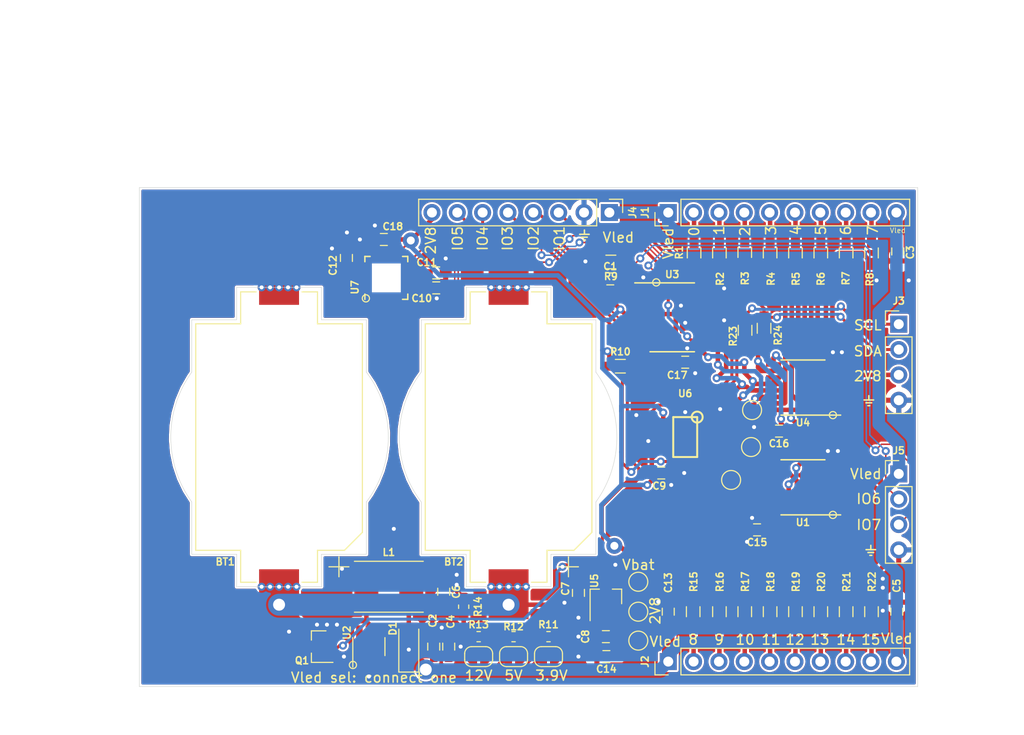
<source format=kicad_pcb>
(kicad_pcb (version 20190331) (host pcbnew "(5.1.0-399-gf87754848)")

  (general
    (thickness 1.6)
    (drawings 94)
    (tracks 781)
    (modules 68)
    (nets 69)
  )

  (page "A4")
  (layers
    (0 "F.Cu" signal)
    (31 "B.Cu" signal hide)
    (32 "B.Adhes" user)
    (33 "F.Adhes" user)
    (34 "B.Paste" user)
    (35 "F.Paste" user)
    (36 "B.SilkS" user)
    (37 "F.SilkS" user)
    (38 "B.Mask" user)
    (39 "F.Mask" user)
    (40 "Dwgs.User" user)
    (41 "Cmts.User" user)
    (42 "Eco1.User" user)
    (43 "Eco2.User" user)
    (44 "Edge.Cuts" user)
    (45 "Margin" user)
    (46 "B.CrtYd" user)
    (47 "F.CrtYd" user)
    (48 "B.Fab" user)
    (49 "F.Fab" user)
  )

  (setup
    (last_trace_width 0.15)
    (user_trace_width 0.1)
    (user_trace_width 0.15)
    (user_trace_width 0.2)
    (user_trace_width 0.3)
    (user_trace_width 0.45)
    (user_trace_width 0.6)
    (user_trace_width 0.9)
    (user_trace_width 1.25)
    (user_trace_width 1.6)
    (user_trace_width 2.2)
    (trace_clearance 0.2)
    (zone_clearance 0.2)
    (zone_45_only no)
    (trace_min 0.1)
    (via_size 0.8)
    (via_drill 0.4)
    (via_min_size 0.4)
    (via_min_drill 0.3)
    (user_via 0.8 0.4)
    (user_via 1.2 0.6)
    (user_via 1.6 0.8)
    (user_via 2 1.2)
    (user_via 2.6 1.8)
    (uvia_size 0.3)
    (uvia_drill 0.1)
    (uvias_allowed no)
    (uvia_min_size 0.2)
    (uvia_min_drill 0.1)
    (edge_width 0.05)
    (segment_width 0.2)
    (pcb_text_width 0.3)
    (pcb_text_size 1.5 1.5)
    (mod_edge_width 0.12)
    (mod_text_size 1 1)
    (mod_text_width 0.15)
    (pad_size 1.524 1.524)
    (pad_drill 0.762)
    (pad_to_mask_clearance 0.051)
    (solder_mask_min_width 0.25)
    (aux_axis_origin 0 0)
    (visible_elements FFFDFF7F)
    (pcbplotparams
      (layerselection 0x010fc_ffffffff)
      (usegerberextensions false)
      (usegerberattributes false)
      (usegerberadvancedattributes false)
      (creategerberjobfile false)
      (excludeedgelayer true)
      (linewidth 0.100000)
      (plotframeref false)
      (viasonmask false)
      (mode 1)
      (useauxorigin false)
      (hpglpennumber 1)
      (hpglpenspeed 20)
      (hpglpendiameter 15.000000)
      (psnegative false)
      (psa4output false)
      (plotreference true)
      (plotvalue true)
      (plotinvisibletext false)
      (padsonsilk false)
      (subtractmaskfromsilk false)
      (outputformat 1)
      (mirror false)
      (drillshape 1)
      (scaleselection 1)
      (outputdirectory ""))
  )

  (net 0 "")
  (net 1 "GND")
  (net 2 "+2V8")
  (net 3 "+VSW")
  (net 4 "/SDA")
  (net 5 "/SCL")
  (net 6 "/IO5")
  (net 7 "/IO4")
  (net 8 "/IO3")
  (net 9 "/IO2")
  (net 10 "/IO1")
  (net 11 "/IO7")
  (net 12 "/IO6")
  (net 13 "/~SWREG_EN")
  (net 14 "/Q0")
  (net 15 "/Q1")
  (net 16 "/Q2")
  (net 17 "/Q3")
  (net 18 "/Q4")
  (net 19 "/Q5")
  (net 20 "/Q6")
  (net 21 "/Q7")
  (net 22 "/MOSI")
  (net 23 "/SCK")
  (net 24 "/SR_OE")
  (net 25 "/DSTAGE2")
  (net 26 "/MPU_INT")
  (net 27 "/APDS_INT")
  (net 28 "Net-(BT1-Pad1)")
  (net 29 "Net-(C1-Pad2)")
  (net 30 "Net-(C6-Pad1)")
  (net 31 "Net-(C10-Pad1)")
  (net 32 "Net-(C11-Pad1)")
  (net 33 "Net-(C12-Pad1)")
  (net 34 "Net-(D1-Pad2)")
  (net 35 "Net-(J1-Pad9)")
  (net 36 "Net-(J1-Pad8)")
  (net 37 "Net-(J1-Pad7)")
  (net 38 "Net-(J1-Pad6)")
  (net 39 "Net-(J1-Pad5)")
  (net 40 "Net-(J1-Pad4)")
  (net 41 "Net-(J1-Pad3)")
  (net 42 "Net-(J1-Pad2)")
  (net 43 "Net-(J2-Pad9)")
  (net 44 "Net-(J2-Pad8)")
  (net 45 "Net-(J2-Pad7)")
  (net 46 "Net-(J2-Pad6)")
  (net 47 "Net-(J2-Pad5)")
  (net 48 "Net-(J2-Pad4)")
  (net 49 "Net-(J2-Pad3)")
  (net 50 "Net-(J2-Pad2)")
  (net 51 "Net-(JP1-Pad1)")
  (net 52 "Net-(JP2-Pad1)")
  (net 53 "Net-(JP3-Pad1)")
  (net 54 "Net-(R11-Pad1)")
  (net 55 "Net-(U1-Pad9)")
  (net 56 "Net-(U7-Pad11)")
  (net 57 "Net-(U7-Pad7)")
  (net 58 "Net-(U7-Pad6)")
  (net 59 "Net-(U7-Pad1)")
  (net 60 "Net-(U?1557306877-Pad3)")
  (net 61 "/Q8")
  (net 62 "/Q9")
  (net 63 "/Q10")
  (net 64 "/Q11")
  (net 65 "/Q12")
  (net 66 "/Q13")
  (net 67 "/Q14")
  (net 68 "/Q15")

  (net_class "Default" "This is the default net class."
    (clearance 0.2)
    (trace_width 0.1)
    (via_dia 0.8)
    (via_drill 0.4)
    (uvia_dia 0.3)
    (uvia_drill 0.1)
    (add_net "+2V8")
    (add_net "+VSW")
    (add_net "/APDS_INT")
    (add_net "/DSTAGE2")
    (add_net "/IO1")
    (add_net "/IO2")
    (add_net "/IO3")
    (add_net "/IO4")
    (add_net "/IO5")
    (add_net "/IO6")
    (add_net "/IO7")
    (add_net "/MOSI")
    (add_net "/MPU_INT")
    (add_net "/Q0")
    (add_net "/Q1")
    (add_net "/Q10")
    (add_net "/Q11")
    (add_net "/Q12")
    (add_net "/Q13")
    (add_net "/Q14")
    (add_net "/Q15")
    (add_net "/Q2")
    (add_net "/Q3")
    (add_net "/Q4")
    (add_net "/Q5")
    (add_net "/Q6")
    (add_net "/Q7")
    (add_net "/Q8")
    (add_net "/Q9")
    (add_net "/SCK")
    (add_net "/SCL")
    (add_net "/SDA")
    (add_net "/SR_OE")
    (add_net "/~SWREG_EN")
    (add_net "GND")
    (add_net "Net-(BT1-Pad1)")
    (add_net "Net-(C1-Pad2)")
    (add_net "Net-(C10-Pad1)")
    (add_net "Net-(C11-Pad1)")
    (add_net "Net-(C12-Pad1)")
    (add_net "Net-(C6-Pad1)")
    (add_net "Net-(D1-Pad2)")
    (add_net "Net-(J1-Pad2)")
    (add_net "Net-(J1-Pad3)")
    (add_net "Net-(J1-Pad4)")
    (add_net "Net-(J1-Pad5)")
    (add_net "Net-(J1-Pad6)")
    (add_net "Net-(J1-Pad7)")
    (add_net "Net-(J1-Pad8)")
    (add_net "Net-(J1-Pad9)")
    (add_net "Net-(J2-Pad2)")
    (add_net "Net-(J2-Pad3)")
    (add_net "Net-(J2-Pad4)")
    (add_net "Net-(J2-Pad5)")
    (add_net "Net-(J2-Pad6)")
    (add_net "Net-(J2-Pad7)")
    (add_net "Net-(J2-Pad8)")
    (add_net "Net-(J2-Pad9)")
    (add_net "Net-(JP1-Pad1)")
    (add_net "Net-(JP2-Pad1)")
    (add_net "Net-(JP3-Pad1)")
    (add_net "Net-(R11-Pad1)")
    (add_net "Net-(U1-Pad9)")
    (add_net "Net-(U7-Pad1)")
    (add_net "Net-(U7-Pad11)")
    (add_net "Net-(U7-Pad6)")
    (add_net "Net-(U7-Pad7)")
    (add_net "Net-(U?1557306877-Pad3)")
  )

  (module "footprints:apds9960" (layer "F.Cu") (tedit 5CCE6FAE) (tstamp 5CCFD641)
    (at 121.7 85)
    (path "/5CD29DFD")
    (fp_text reference "U6" (at 0 -4.365) (layer "F.SilkS")
      (effects (font (size 0.7 0.7) (thickness 0.15)))
    )
    (fp_text value "APDS9960" (at 0 -5.82) (layer "F.Fab")
      (effects (font (size 1 1) (thickness 0.15)))
    )
    (fp_circle (center 1.2 -2) (end 1.75 -2) (layer "F.SilkS") (width 0.2))
    (fp_line (start -1.2 2) (end -1.2 -2) (layer "F.SilkS") (width 0.2))
    (fp_line (start 1.2 2) (end -1.2 2) (layer "F.SilkS") (width 0.2))
    (fp_line (start 1.2 -2) (end 1.2 2) (layer "F.SilkS") (width 0.2))
    (fp_line (start -1.2 -2) (end 1.2 -2) (layer "F.SilkS") (width 0.2))
    (pad "8" smd rect (at -1.5 -1.455 180) (size 1.5 0.72) (layers "F.Cu")
      (net 2 "+2V8"))
    (pad "7" smd rect (at -1.5 -0.485 180) (size 1.5 0.72) (layers "F.Cu")
      (net 5 "/SCL"))
    (pad "6" smd rect (at -1.5 0.485 180) (size 1.5 0.72) (layers "F.Cu")
      (net 1 "GND"))
    (pad "5" smd rect (at -1.5 1.455 180) (size 1.5 0.72) (layers "F.Cu")
      (net 2 "+2V8"))
    (pad "4" smd rect (at 1.5 1.455 180) (size 1.5 0.72) (layers "F.Cu")
      (net 60 "Net-(U?1557306877-Pad3)"))
    (pad "3" smd rect (at 1.5 0.485 180) (size 1.5 0.72) (layers "F.Cu")
      (net 60 "Net-(U?1557306877-Pad3)"))
    (pad "2" smd rect (at 1.5 -0.485 180) (size 1.5 0.72) (layers "F.Cu")
      (net 27 "/APDS_INT"))
    (pad "1" smd rect (at 1.5 -1.455 180) (size 1.5 0.72) (layers "F.Cu")
      (net 4 "/SDA"))
    (pad "5" smd rect (at -2.25 1.455 180) (size 1.5 0.72) (layers "F.Cu" "F.Mask")
      (net 2 "+2V8"))
    (pad "6" smd rect (at -2.25 0.485 180) (size 1.5 0.72) (layers "F.Cu" "F.Mask")
      (net 1 "GND"))
    (pad "7" smd rect (at -2.25 -0.485 180) (size 1.5 0.72) (layers "F.Cu" "F.Mask")
      (net 5 "/SCL"))
    (pad "8" smd rect (at -2.25 -1.455 180) (size 1.5 0.72) (layers "F.Cu" "F.Mask")
      (net 2 "+2V8"))
    (pad "4" smd rect (at 2.25 1.455 180) (size 1.5 0.72) (layers "F.Cu" "F.Mask")
      (net 60 "Net-(U?1557306877-Pad3)"))
    (pad "3" smd rect (at 2.25 0.485 180) (size 1.5 0.72) (layers "F.Cu" "F.Mask")
      (net 60 "Net-(U?1557306877-Pad3)"))
    (pad "2" smd rect (at 2.25 -0.485 180) (size 1.5 0.72) (layers "F.Cu" "F.Mask")
      (net 27 "/APDS_INT"))
    (pad "1" smd rect (at 2.25 -1.455 180) (size 1.5 0.72) (layers "F.Cu" "F.Mask")
      (net 4 "/SDA"))
    (pad "8" smd rect (at -0.7 -1.455 180) (size 0.6 0.72) (layers "F.Cu" "F.Paste" "F.Mask")
      (net 2 "+2V8"))
    (pad "7" smd rect (at -0.7 -0.485 180) (size 0.6 0.72) (layers "F.Cu" "F.Paste" "F.Mask")
      (net 5 "/SCL"))
    (pad "6" smd rect (at -0.7 0.485 180) (size 0.6 0.72) (layers "F.Cu" "F.Paste" "F.Mask")
      (net 1 "GND"))
    (pad "5" smd rect (at -0.7 1.455 180) (size 0.6 0.72) (layers "F.Cu" "F.Paste" "F.Mask")
      (net 2 "+2V8"))
    (pad "4" smd rect (at 0.7 1.455 180) (size 0.6 0.72) (layers "F.Cu" "F.Paste" "F.Mask")
      (net 60 "Net-(U?1557306877-Pad3)"))
    (pad "3" smd rect (at 0.7 0.485 180) (size 0.6 0.72) (layers "F.Cu" "F.Paste" "F.Mask")
      (net 60 "Net-(U?1557306877-Pad3)"))
    (pad "2" smd rect (at 0.7 -0.485 180) (size 0.6 0.72) (layers "F.Cu" "F.Paste" "F.Mask")
      (net 27 "/APDS_INT"))
    (pad "1" smd rect (at 0.7 -1.455 180) (size 0.6 0.72) (layers "F.Cu" "F.Paste" "F.Mask")
      (net 4 "/SDA"))
  )

  (module "Capacitors_SMD:C_0603_HandSoldering" (layer "F.Cu") (tedit 58AA848B) (tstamp 5CCFCF9A)
    (at 91.5 65.2 180)
    (descr "Capacitor SMD 0603, hand soldering")
    (tags "capacitor 0603")
    (path "/5CD2FABD")
    (attr smd)
    (fp_text reference "C18" (at -0.9 1.3) (layer "F.SilkS")
      (effects (font (size 0.7 0.7) (thickness 0.15)))
    )
    (fp_text value "100n" (at 0 1.5) (layer "F.Fab")
      (effects (font (size 1 1) (thickness 0.15)))
    )
    (fp_line (start 1.8 0.65) (end -1.8 0.65) (layer "F.CrtYd") (width 0.05))
    (fp_line (start 1.8 0.65) (end 1.8 -0.65) (layer "F.CrtYd") (width 0.05))
    (fp_line (start -1.8 -0.65) (end -1.8 0.65) (layer "F.CrtYd") (width 0.05))
    (fp_line (start -1.8 -0.65) (end 1.8 -0.65) (layer "F.CrtYd") (width 0.05))
    (fp_line (start 0.35 0.6) (end -0.35 0.6) (layer "F.SilkS") (width 0.12))
    (fp_line (start -0.35 -0.6) (end 0.35 -0.6) (layer "F.SilkS") (width 0.12))
    (fp_line (start -0.8 -0.4) (end 0.8 -0.4) (layer "F.Fab") (width 0.1))
    (fp_line (start 0.8 -0.4) (end 0.8 0.4) (layer "F.Fab") (width 0.1))
    (fp_line (start 0.8 0.4) (end -0.8 0.4) (layer "F.Fab") (width 0.1))
    (fp_line (start -0.8 0.4) (end -0.8 -0.4) (layer "F.Fab") (width 0.1))
    (fp_text user "%R" (at 0 -1.25) (layer "F.Fab")
      (effects (font (size 1 1) (thickness 0.15)))
    )
    (pad "2" smd rect (at 0.95 0 180) (size 1.2 0.75) (layers "F.Cu" "F.Paste" "F.Mask")
      (net 1 "GND"))
    (pad "1" smd rect (at -0.95 0 180) (size 1.2 0.75) (layers "F.Cu" "F.Paste" "F.Mask")
      (net 2 "+2V8"))
    (model "Capacitors_SMD.3dshapes/C_0603.wrl"
      (at (xyz 0 0 0))
      (scale (xyz 1 1 1))
      (rotate (xyz 0 0 0))
    )
  )

  (module "Capacitors_SMD:C_0603_HandSoldering" (layer "F.Cu") (tedit 58AA848B) (tstamp 5CCFCF89)
    (at 121.7 77.5)
    (descr "Capacitor SMD 0603, hand soldering")
    (tags "capacitor 0603")
    (path "/5CD0FE90")
    (attr smd)
    (fp_text reference "C17" (at -0.8 1.3) (layer "F.SilkS")
      (effects (font (size 0.7 0.7) (thickness 0.15)))
    )
    (fp_text value "100n" (at 0 1.5) (layer "F.Fab")
      (effects (font (size 1 1) (thickness 0.15)))
    )
    (fp_line (start 1.8 0.65) (end -1.8 0.65) (layer "F.CrtYd") (width 0.05))
    (fp_line (start 1.8 0.65) (end 1.8 -0.65) (layer "F.CrtYd") (width 0.05))
    (fp_line (start -1.8 -0.65) (end -1.8 0.65) (layer "F.CrtYd") (width 0.05))
    (fp_line (start -1.8 -0.65) (end 1.8 -0.65) (layer "F.CrtYd") (width 0.05))
    (fp_line (start 0.35 0.6) (end -0.35 0.6) (layer "F.SilkS") (width 0.12))
    (fp_line (start -0.35 -0.6) (end 0.35 -0.6) (layer "F.SilkS") (width 0.12))
    (fp_line (start -0.8 -0.4) (end 0.8 -0.4) (layer "F.Fab") (width 0.1))
    (fp_line (start 0.8 -0.4) (end 0.8 0.4) (layer "F.Fab") (width 0.1))
    (fp_line (start 0.8 0.4) (end -0.8 0.4) (layer "F.Fab") (width 0.1))
    (fp_line (start -0.8 0.4) (end -0.8 -0.4) (layer "F.Fab") (width 0.1))
    (fp_text user "%R" (at 0 -1.25) (layer "F.Fab")
      (effects (font (size 1 1) (thickness 0.15)))
    )
    (pad "2" smd rect (at 0.95 0) (size 1.2 0.75) (layers "F.Cu" "F.Paste" "F.Mask")
      (net 1 "GND"))
    (pad "1" smd rect (at -0.95 0) (size 1.2 0.75) (layers "F.Cu" "F.Paste" "F.Mask")
      (net 2 "+2V8"))
    (model "Capacitors_SMD.3dshapes/C_0603.wrl"
      (at (xyz 0 0 0))
      (scale (xyz 1 1 1))
      (rotate (xyz 0 0 0))
    )
  )

  (module "Capacitors_SMD:C_0603_HandSoldering" (layer "F.Cu") (tedit 58AA848B) (tstamp 5CCFCF78)
    (at 131.1 84.4 180)
    (descr "Capacitor SMD 0603, hand soldering")
    (tags "capacitor 0603")
    (path "/5CD3D54D")
    (attr smd)
    (fp_text reference "C16" (at 0 -1.25) (layer "F.SilkS")
      (effects (font (size 0.7 0.7) (thickness 0.15)))
    )
    (fp_text value "100n" (at 0 1.5) (layer "F.Fab")
      (effects (font (size 1 1) (thickness 0.15)))
    )
    (fp_line (start 1.8 0.65) (end -1.8 0.65) (layer "F.CrtYd") (width 0.05))
    (fp_line (start 1.8 0.65) (end 1.8 -0.65) (layer "F.CrtYd") (width 0.05))
    (fp_line (start -1.8 -0.65) (end -1.8 0.65) (layer "F.CrtYd") (width 0.05))
    (fp_line (start -1.8 -0.65) (end 1.8 -0.65) (layer "F.CrtYd") (width 0.05))
    (fp_line (start 0.35 0.6) (end -0.35 0.6) (layer "F.SilkS") (width 0.12))
    (fp_line (start -0.35 -0.6) (end 0.35 -0.6) (layer "F.SilkS") (width 0.12))
    (fp_line (start -0.8 -0.4) (end 0.8 -0.4) (layer "F.Fab") (width 0.1))
    (fp_line (start 0.8 -0.4) (end 0.8 0.4) (layer "F.Fab") (width 0.1))
    (fp_line (start 0.8 0.4) (end -0.8 0.4) (layer "F.Fab") (width 0.1))
    (fp_line (start -0.8 0.4) (end -0.8 -0.4) (layer "F.Fab") (width 0.1))
    (fp_text user "%R" (at 0 -1.25) (layer "F.Fab")
      (effects (font (size 1 1) (thickness 0.15)))
    )
    (pad "2" smd rect (at 0.95 0 180) (size 1.2 0.75) (layers "F.Cu" "F.Paste" "F.Mask")
      (net 1 "GND"))
    (pad "1" smd rect (at -0.95 0 180) (size 1.2 0.75) (layers "F.Cu" "F.Paste" "F.Mask")
      (net 2 "+2V8"))
    (model "Capacitors_SMD.3dshapes/C_0603.wrl"
      (at (xyz 0 0 0))
      (scale (xyz 1 1 1))
      (rotate (xyz 0 0 0))
    )
  )

  (module "Capacitors_SMD:C_0603_HandSoldering" (layer "F.Cu") (tedit 58AA848B) (tstamp 5CCFCF67)
    (at 128.9 94.3 180)
    (descr "Capacitor SMD 0603, hand soldering")
    (tags "capacitor 0603")
    (path "/5CD5C2E1")
    (attr smd)
    (fp_text reference "C15" (at 0 -1.25) (layer "F.SilkS")
      (effects (font (size 0.7 0.7) (thickness 0.15)))
    )
    (fp_text value "100n" (at 0 1.5) (layer "F.Fab")
      (effects (font (size 1 1) (thickness 0.15)))
    )
    (fp_line (start 1.8 0.65) (end -1.8 0.65) (layer "F.CrtYd") (width 0.05))
    (fp_line (start 1.8 0.65) (end 1.8 -0.65) (layer "F.CrtYd") (width 0.05))
    (fp_line (start -1.8 -0.65) (end -1.8 0.65) (layer "F.CrtYd") (width 0.05))
    (fp_line (start -1.8 -0.65) (end 1.8 -0.65) (layer "F.CrtYd") (width 0.05))
    (fp_line (start 0.35 0.6) (end -0.35 0.6) (layer "F.SilkS") (width 0.12))
    (fp_line (start -0.35 -0.6) (end 0.35 -0.6) (layer "F.SilkS") (width 0.12))
    (fp_line (start -0.8 -0.4) (end 0.8 -0.4) (layer "F.Fab") (width 0.1))
    (fp_line (start 0.8 -0.4) (end 0.8 0.4) (layer "F.Fab") (width 0.1))
    (fp_line (start 0.8 0.4) (end -0.8 0.4) (layer "F.Fab") (width 0.1))
    (fp_line (start -0.8 0.4) (end -0.8 -0.4) (layer "F.Fab") (width 0.1))
    (fp_text user "%R" (at 0 -1.25) (layer "F.Fab")
      (effects (font (size 1 1) (thickness 0.15)))
    )
    (pad "2" smd rect (at 0.95 0 180) (size 1.2 0.75) (layers "F.Cu" "F.Paste" "F.Mask")
      (net 1 "GND"))
    (pad "1" smd rect (at -0.95 0 180) (size 1.2 0.75) (layers "F.Cu" "F.Paste" "F.Mask")
      (net 2 "+2V8"))
    (model "Capacitors_SMD.3dshapes/C_0603.wrl"
      (at (xyz 0 0 0))
      (scale (xyz 1 1 1))
      (rotate (xyz 0 0 0))
    )
  )

  (module "Capacitors_SMD:C_0603_HandSoldering" (layer "F.Cu") (tedit 58AA848B) (tstamp 5CCFCF56)
    (at 113.8 107 180)
    (descr "Capacitor SMD 0603, hand soldering")
    (tags "capacitor 0603")
    (path "/5CD676ED")
    (attr smd)
    (fp_text reference "C14" (at 0 -1.25) (layer "F.SilkS")
      (effects (font (size 0.7 0.7) (thickness 0.15)))
    )
    (fp_text value "100n" (at 0 1.5) (layer "F.Fab")
      (effects (font (size 1 1) (thickness 0.15)))
    )
    (fp_line (start 1.8 0.65) (end -1.8 0.65) (layer "F.CrtYd") (width 0.05))
    (fp_line (start 1.8 0.65) (end 1.8 -0.65) (layer "F.CrtYd") (width 0.05))
    (fp_line (start -1.8 -0.65) (end -1.8 0.65) (layer "F.CrtYd") (width 0.05))
    (fp_line (start -1.8 -0.65) (end 1.8 -0.65) (layer "F.CrtYd") (width 0.05))
    (fp_line (start 0.35 0.6) (end -0.35 0.6) (layer "F.SilkS") (width 0.12))
    (fp_line (start -0.35 -0.6) (end 0.35 -0.6) (layer "F.SilkS") (width 0.12))
    (fp_line (start -0.8 -0.4) (end 0.8 -0.4) (layer "F.Fab") (width 0.1))
    (fp_line (start 0.8 -0.4) (end 0.8 0.4) (layer "F.Fab") (width 0.1))
    (fp_line (start 0.8 0.4) (end -0.8 0.4) (layer "F.Fab") (width 0.1))
    (fp_line (start -0.8 0.4) (end -0.8 -0.4) (layer "F.Fab") (width 0.1))
    (fp_text user "%R" (at 0 -1.25) (layer "F.Fab")
      (effects (font (size 1 1) (thickness 0.15)))
    )
    (pad "2" smd rect (at 0.95 0 180) (size 1.2 0.75) (layers "F.Cu" "F.Paste" "F.Mask")
      (net 1 "GND"))
    (pad "1" smd rect (at -0.95 0 180) (size 1.2 0.75) (layers "F.Cu" "F.Paste" "F.Mask")
      (net 2 "+2V8"))
    (model "Capacitors_SMD.3dshapes/C_0603.wrl"
      (at (xyz 0 0 0))
      (scale (xyz 1 1 1))
      (rotate (xyz 0 0 0))
    )
  )

  (module "Connector_PinHeader_2.54mm:PinHeader_1x08_P2.54mm_Vertical" (layer "F.Cu") (tedit 59FED5CC) (tstamp 5CCF847F)
    (at 114.1 62.5 270)
    (descr "Through hole straight pin header, 1x08, 2.54mm pitch, single row")
    (tags "Through hole pin header THT 1x08 2.54mm single row")
    (path "/5CF5F998")
    (fp_text reference "J4" (at 0 -2.33 90) (layer "F.SilkS")
      (effects (font (size 0.7 0.7) (thickness 0.15)))
    )
    (fp_text value "user_ext" (at 0 20.11 90) (layer "F.Fab")
      (effects (font (size 1 1) (thickness 0.15)))
    )
    (fp_text user "%R" (at 0 8.89) (layer "F.Fab")
      (effects (font (size 1 1) (thickness 0.15)))
    )
    (fp_line (start 1.8 -1.8) (end -1.8 -1.8) (layer "F.CrtYd") (width 0.05))
    (fp_line (start 1.8 19.55) (end 1.8 -1.8) (layer "F.CrtYd") (width 0.05))
    (fp_line (start -1.8 19.55) (end 1.8 19.55) (layer "F.CrtYd") (width 0.05))
    (fp_line (start -1.8 -1.8) (end -1.8 19.55) (layer "F.CrtYd") (width 0.05))
    (fp_line (start -1.33 -1.33) (end 0 -1.33) (layer "F.SilkS") (width 0.12))
    (fp_line (start -1.33 0) (end -1.33 -1.33) (layer "F.SilkS") (width 0.12))
    (fp_line (start -1.33 1.27) (end 1.33 1.27) (layer "F.SilkS") (width 0.12))
    (fp_line (start 1.33 1.27) (end 1.33 19.11) (layer "F.SilkS") (width 0.12))
    (fp_line (start -1.33 1.27) (end -1.33 19.11) (layer "F.SilkS") (width 0.12))
    (fp_line (start -1.33 19.11) (end 1.33 19.11) (layer "F.SilkS") (width 0.12))
    (fp_line (start -1.27 -0.635) (end -0.635 -1.27) (layer "F.Fab") (width 0.1))
    (fp_line (start -1.27 19.05) (end -1.27 -0.635) (layer "F.Fab") (width 0.1))
    (fp_line (start 1.27 19.05) (end -1.27 19.05) (layer "F.Fab") (width 0.1))
    (fp_line (start 1.27 -1.27) (end 1.27 19.05) (layer "F.Fab") (width 0.1))
    (fp_line (start -0.635 -1.27) (end 1.27 -1.27) (layer "F.Fab") (width 0.1))
    (pad "8" thru_hole oval (at 0 17.78 270) (size 1.7 1.7) (drill 1) (layers *.Cu *.Mask)
      (net 2 "+2V8"))
    (pad "7" thru_hole oval (at 0 15.24 270) (size 1.7 1.7) (drill 1) (layers *.Cu *.Mask)
      (net 6 "/IO5"))
    (pad "6" thru_hole oval (at 0 12.7 270) (size 1.7 1.7) (drill 1) (layers *.Cu *.Mask)
      (net 7 "/IO4"))
    (pad "5" thru_hole oval (at 0 10.16 270) (size 1.7 1.7) (drill 1) (layers *.Cu *.Mask)
      (net 8 "/IO3"))
    (pad "4" thru_hole oval (at 0 7.62 270) (size 1.7 1.7) (drill 1) (layers *.Cu *.Mask)
      (net 9 "/IO2"))
    (pad "3" thru_hole oval (at 0 5.08 270) (size 1.7 1.7) (drill 1) (layers *.Cu *.Mask)
      (net 10 "/IO1"))
    (pad "2" thru_hole oval (at 0 2.54 270) (size 1.7 1.7) (drill 1) (layers *.Cu *.Mask)
      (net 1 "GND"))
    (pad "1" thru_hole rect (at 0 0 270) (size 1.7 1.7) (drill 1) (layers *.Cu *.Mask)
      (net 3 "+VSW"))
    (model "${KISYS3DMOD}/Connector_PinHeader_2.54mm.3dshapes/PinHeader_1x08_P2.54mm_Vertical.wrl"
      (at (xyz 0 0 0))
      (scale (xyz 1 1 1))
      (rotate (xyz 0 0 0))
    )
  )

  (module "Capacitors_SMD:C_0603_HandSoldering" (layer "F.Cu") (tedit 58AA848B) (tstamp 5CD013FF)
    (at 120 102.5 90)
    (descr "Capacitor SMD 0603, hand soldering")
    (tags "capacitor 0603")
    (path "/5CDB435C")
    (attr smd)
    (fp_text reference "C13" (at 2.9 0 90) (layer "F.SilkS")
      (effects (font (size 0.7 0.7) (thickness 0.15)))
    )
    (fp_text value "10u" (at 0 1.5 90) (layer "F.Fab")
      (effects (font (size 1 1) (thickness 0.15)))
    )
    (fp_line (start 1.8 0.65) (end -1.8 0.65) (layer "F.CrtYd") (width 0.05))
    (fp_line (start 1.8 0.65) (end 1.8 -0.65) (layer "F.CrtYd") (width 0.05))
    (fp_line (start -1.8 -0.65) (end -1.8 0.65) (layer "F.CrtYd") (width 0.05))
    (fp_line (start -1.8 -0.65) (end 1.8 -0.65) (layer "F.CrtYd") (width 0.05))
    (fp_line (start 0.35 0.6) (end -0.35 0.6) (layer "F.SilkS") (width 0.12))
    (fp_line (start -0.35 -0.6) (end 0.35 -0.6) (layer "F.SilkS") (width 0.12))
    (fp_line (start -0.8 -0.4) (end 0.8 -0.4) (layer "F.Fab") (width 0.1))
    (fp_line (start 0.8 -0.4) (end 0.8 0.4) (layer "F.Fab") (width 0.1))
    (fp_line (start 0.8 0.4) (end -0.8 0.4) (layer "F.Fab") (width 0.1))
    (fp_line (start -0.8 0.4) (end -0.8 -0.4) (layer "F.Fab") (width 0.1))
    (fp_text user "%R" (at 0 -1.25 90) (layer "F.Fab")
      (effects (font (size 1 1) (thickness 0.15)))
    )
    (pad "2" smd rect (at 0.95 0 90) (size 1.2 0.75) (layers "F.Cu" "F.Paste" "F.Mask")
      (net 1 "GND"))
    (pad "1" smd rect (at -0.95 0 90) (size 1.2 0.75) (layers "F.Cu" "F.Paste" "F.Mask")
      (net 3 "+VSW"))
    (model "Capacitors_SMD.3dshapes/C_0603.wrl"
      (at (xyz 0 0 0))
      (scale (xyz 1 1 1))
      (rotate (xyz 0 0 0))
    )
  )

  (module "Capacitors_SMD:C_0603_HandSoldering" (layer "F.Cu") (tedit 58AA848B) (tstamp 5CD0130E)
    (at 142.9 102.5 90)
    (descr "Capacitor SMD 0603, hand soldering")
    (tags "capacitor 0603")
    (path "/5CDB3F78")
    (attr smd)
    (fp_text reference "C5" (at 2.6 0 90) (layer "F.SilkS")
      (effects (font (size 0.7 0.7) (thickness 0.15)))
    )
    (fp_text value "10u" (at 0 1.5 90) (layer "F.Fab")
      (effects (font (size 1 1) (thickness 0.15)))
    )
    (fp_line (start 1.8 0.65) (end -1.8 0.65) (layer "F.CrtYd") (width 0.05))
    (fp_line (start 1.8 0.65) (end 1.8 -0.65) (layer "F.CrtYd") (width 0.05))
    (fp_line (start -1.8 -0.65) (end -1.8 0.65) (layer "F.CrtYd") (width 0.05))
    (fp_line (start -1.8 -0.65) (end 1.8 -0.65) (layer "F.CrtYd") (width 0.05))
    (fp_line (start 0.35 0.6) (end -0.35 0.6) (layer "F.SilkS") (width 0.12))
    (fp_line (start -0.35 -0.6) (end 0.35 -0.6) (layer "F.SilkS") (width 0.12))
    (fp_line (start -0.8 -0.4) (end 0.8 -0.4) (layer "F.Fab") (width 0.1))
    (fp_line (start 0.8 -0.4) (end 0.8 0.4) (layer "F.Fab") (width 0.1))
    (fp_line (start 0.8 0.4) (end -0.8 0.4) (layer "F.Fab") (width 0.1))
    (fp_line (start -0.8 0.4) (end -0.8 -0.4) (layer "F.Fab") (width 0.1))
    (fp_text user "%R" (at 0 -1.25 90) (layer "F.Fab")
      (effects (font (size 1 1) (thickness 0.15)))
    )
    (pad "2" smd rect (at 0.95 0 90) (size 1.2 0.75) (layers "F.Cu" "F.Paste" "F.Mask")
      (net 1 "GND"))
    (pad "1" smd rect (at -0.95 0 90) (size 1.2 0.75) (layers "F.Cu" "F.Paste" "F.Mask")
      (net 3 "+VSW"))
    (model "Capacitors_SMD.3dshapes/C_0603.wrl"
      (at (xyz 0 0 0))
      (scale (xyz 1 1 1))
      (rotate (xyz 0 0 0))
    )
  )

  (module "Package_SO:TSSOP-16_4.4x5mm_P0.65mm" (layer "F.Cu") (tedit 5A02F25C) (tstamp 5CCF1B88)
    (at 133.5 80 180)
    (descr "16-Lead Plastic Thin Shrink Small Outline (ST)-4.4 mm Body [TSSOP] (see Microchip Packaging Specification 00000049BS.pdf)")
    (tags "SSOP 0.65")
    (path "/5CD713E9")
    (attr smd)
    (fp_text reference "U4" (at 0 -3.55) (layer "F.SilkS")
      (effects (font (size 0.7 0.7) (thickness 0.15)))
    )
    (fp_text value "NPIC6C596A" (at 0 3.55) (layer "F.Fab")
      (effects (font (size 1 1) (thickness 0.15)))
    )
    (fp_text user "%R" (at 0 0) (layer "F.Fab")
      (effects (font (size 0.8 0.8) (thickness 0.15)))
    )
    (fp_line (start -3.775 -2.8) (end 2.2 -2.8) (layer "F.SilkS") (width 0.15))
    (fp_line (start -2.2 2.725) (end 2.2 2.725) (layer "F.SilkS") (width 0.15))
    (fp_line (start -3.95 2.8) (end 3.95 2.8) (layer "F.CrtYd") (width 0.05))
    (fp_line (start -3.95 -2.9) (end 3.95 -2.9) (layer "F.CrtYd") (width 0.05))
    (fp_line (start 3.95 -2.9) (end 3.95 2.8) (layer "F.CrtYd") (width 0.05))
    (fp_line (start -3.95 -2.9) (end -3.95 2.8) (layer "F.CrtYd") (width 0.05))
    (fp_line (start -2.2 -1.5) (end -1.2 -2.5) (layer "F.Fab") (width 0.15))
    (fp_line (start -2.2 2.5) (end -2.2 -1.5) (layer "F.Fab") (width 0.15))
    (fp_line (start 2.2 2.5) (end -2.2 2.5) (layer "F.Fab") (width 0.15))
    (fp_line (start 2.2 -2.5) (end 2.2 2.5) (layer "F.Fab") (width 0.15))
    (fp_line (start -1.2 -2.5) (end 2.2 -2.5) (layer "F.Fab") (width 0.15))
    (pad "16" smd rect (at 2.95 -2.275 180) (size 1.5 0.45) (layers "F.Cu" "F.Paste" "F.Mask")
      (net 2 "+2V8"))
    (pad "15" smd rect (at 2.95 -1.625 180) (size 1.5 0.45) (layers "F.Cu" "F.Paste" "F.Mask")
      (net 61 "/Q8"))
    (pad "14" smd rect (at 2.95 -0.975 180) (size 1.5 0.45) (layers "F.Cu" "F.Paste" "F.Mask")
      (net 22 "/MOSI"))
    (pad "13" smd rect (at 2.95 -0.325 180) (size 1.5 0.45) (layers "F.Cu" "F.Paste" "F.Mask")
      (net 24 "/SR_OE"))
    (pad "12" smd rect (at 2.95 0.325 180) (size 1.5 0.45) (layers "F.Cu" "F.Paste" "F.Mask")
      (net 23 "/SCK"))
    (pad "11" smd rect (at 2.95 0.975 180) (size 1.5 0.45) (layers "F.Cu" "F.Paste" "F.Mask")
      (net 23 "/SCK"))
    (pad "10" smd rect (at 2.95 1.625 180) (size 1.5 0.45) (layers "F.Cu" "F.Paste" "F.Mask")
      (net 2 "+2V8"))
    (pad "9" smd rect (at 2.95 2.275 180) (size 1.5 0.45) (layers "F.Cu" "F.Paste" "F.Mask")
      (net 25 "/DSTAGE2"))
    (pad "8" smd rect (at -2.95 2.275 180) (size 1.5 0.45) (layers "F.Cu" "F.Paste" "F.Mask")
      (net 1 "GND"))
    (pad "7" smd rect (at -2.95 1.625 180) (size 1.5 0.45) (layers "F.Cu" "F.Paste" "F.Mask")
      (net 68 "/Q15"))
    (pad "6" smd rect (at -2.95 0.975 180) (size 1.5 0.45) (layers "F.Cu" "F.Paste" "F.Mask")
      (net 67 "/Q14"))
    (pad "5" smd rect (at -2.95 0.325 180) (size 1.5 0.45) (layers "F.Cu" "F.Paste" "F.Mask")
      (net 66 "/Q13"))
    (pad "4" smd rect (at -2.95 -0.325 180) (size 1.5 0.45) (layers "F.Cu" "F.Paste" "F.Mask")
      (net 65 "/Q12"))
    (pad "3" smd rect (at -2.95 -0.975 180) (size 1.5 0.45) (layers "F.Cu" "F.Paste" "F.Mask")
      (net 64 "/Q11"))
    (pad "2" smd rect (at -2.95 -1.625 180) (size 1.5 0.45) (layers "F.Cu" "F.Paste" "F.Mask")
      (net 63 "/Q10"))
    (pad "1" smd rect (at -2.95 -2.275 180) (size 1.5 0.45) (layers "F.Cu" "F.Paste" "F.Mask")
      (net 62 "/Q9"))
    (model "${KISYS3DMOD}/Package_SO.3dshapes/TSSOP-16_4.4x5mm_P0.65mm.wrl"
      (at (xyz 0 0 0))
      (scale (xyz 1 1 1))
      (rotate (xyz 0 0 0))
    )
  )

  (module "Jumper:SolderJumper-2_P1.3mm_Open_RoundedPad1.0x1.5mm" (layer "F.Cu") (tedit 5B391E66) (tstamp 5CCF73F1)
    (at 101 107 180)
    (descr "SMD Solder Jumper, 1x1.5mm, rounded Pads, 0.3mm gap, open")
    (tags "solder jumper open")
    (path "/5D080F0F")
    (attr virtual)
    (fp_text reference "JP3" (at 0 -1.8) (layer "F.SilkS") hide
      (effects (font (size 0.7 0.7) (thickness 0.15)))
    )
    (fp_text value "12V" (at 0 1.9) (layer "F.Fab")
      (effects (font (size 1 1) (thickness 0.15)))
    )
    (fp_line (start 1.65 1.25) (end -1.65 1.25) (layer "F.CrtYd") (width 0.05))
    (fp_line (start 1.65 1.25) (end 1.65 -1.25) (layer "F.CrtYd") (width 0.05))
    (fp_line (start -1.65 -1.25) (end -1.65 1.25) (layer "F.CrtYd") (width 0.05))
    (fp_line (start -1.65 -1.25) (end 1.65 -1.25) (layer "F.CrtYd") (width 0.05))
    (fp_line (start -0.7 -1) (end 0.7 -1) (layer "F.SilkS") (width 0.12))
    (fp_line (start 1.4 -0.3) (end 1.4 0.3) (layer "F.SilkS") (width 0.12))
    (fp_line (start 0.7 1) (end -0.7 1) (layer "F.SilkS") (width 0.12))
    (fp_line (start -1.4 0.3) (end -1.4 -0.3) (layer "F.SilkS") (width 0.12))
    (fp_arc (start -0.7 -0.3) (end -0.7 -1) (angle -90) (layer "F.SilkS") (width 0.12))
    (fp_arc (start -0.7 0.3) (end -1.4 0.3) (angle -90) (layer "F.SilkS") (width 0.12))
    (fp_arc (start 0.7 0.3) (end 0.7 1) (angle -90) (layer "F.SilkS") (width 0.12))
    (fp_arc (start 0.7 -0.3) (end 1.4 -0.3) (angle -90) (layer "F.SilkS") (width 0.12))
    (pad "2" smd custom (at 0.65 0 180) (size 1 0.5) (layers "F.Cu" "F.Mask")
      (net 3 "+VSW") (zone_connect 0)
      (options (clearance outline) (anchor rect))
      (primitives
        (gr_circle (center 0 0.25) (end 0.5 0.25) (width 0))
        (gr_circle (center 0 -0.25) (end 0.5 -0.25) (width 0))
        (gr_poly (pts
           (xy 0 -0.75) (xy -0.5 -0.75) (xy -0.5 0.75) (xy 0 0.75)) (width 0))
      ))
    (pad "1" smd custom (at -0.65 0 180) (size 1 0.5) (layers "F.Cu" "F.Mask")
      (net 53 "Net-(JP3-Pad1)") (zone_connect 0)
      (options (clearance outline) (anchor rect))
      (primitives
        (gr_circle (center 0 0.25) (end 0.5 0.25) (width 0))
        (gr_circle (center 0 -0.25) (end 0.5 -0.25) (width 0))
        (gr_poly (pts
           (xy 0 -0.75) (xy 0.5 -0.75) (xy 0.5 0.75) (xy 0 0.75)) (width 0))
      ))
  )

  (module "Jumper:SolderJumper-2_P1.3mm_Open_RoundedPad1.0x1.5mm" (layer "F.Cu") (tedit 5B391E66) (tstamp 5CCF73DF)
    (at 104.5 107 180)
    (descr "SMD Solder Jumper, 1x1.5mm, rounded Pads, 0.3mm gap, open")
    (tags "solder jumper open")
    (path "/5D080B43")
    (attr virtual)
    (fp_text reference "JP2" (at 0 -1.8) (layer "F.SilkS") hide
      (effects (font (size 0.7 0.7) (thickness 0.15)))
    )
    (fp_text value "5V" (at 0 1.9) (layer "F.Fab")
      (effects (font (size 1 1) (thickness 0.15)))
    )
    (fp_line (start 1.65 1.25) (end -1.65 1.25) (layer "F.CrtYd") (width 0.05))
    (fp_line (start 1.65 1.25) (end 1.65 -1.25) (layer "F.CrtYd") (width 0.05))
    (fp_line (start -1.65 -1.25) (end -1.65 1.25) (layer "F.CrtYd") (width 0.05))
    (fp_line (start -1.65 -1.25) (end 1.65 -1.25) (layer "F.CrtYd") (width 0.05))
    (fp_line (start -0.7 -1) (end 0.7 -1) (layer "F.SilkS") (width 0.12))
    (fp_line (start 1.4 -0.3) (end 1.4 0.3) (layer "F.SilkS") (width 0.12))
    (fp_line (start 0.7 1) (end -0.7 1) (layer "F.SilkS") (width 0.12))
    (fp_line (start -1.4 0.3) (end -1.4 -0.3) (layer "F.SilkS") (width 0.12))
    (fp_arc (start -0.7 -0.3) (end -0.7 -1) (angle -90) (layer "F.SilkS") (width 0.12))
    (fp_arc (start -0.7 0.3) (end -1.4 0.3) (angle -90) (layer "F.SilkS") (width 0.12))
    (fp_arc (start 0.7 0.3) (end 0.7 1) (angle -90) (layer "F.SilkS") (width 0.12))
    (fp_arc (start 0.7 -0.3) (end 1.4 -0.3) (angle -90) (layer "F.SilkS") (width 0.12))
    (pad "2" smd custom (at 0.65 0 180) (size 1 0.5) (layers "F.Cu" "F.Mask")
      (net 3 "+VSW") (zone_connect 0)
      (options (clearance outline) (anchor rect))
      (primitives
        (gr_circle (center 0 0.25) (end 0.5 0.25) (width 0))
        (gr_circle (center 0 -0.25) (end 0.5 -0.25) (width 0))
        (gr_poly (pts
           (xy 0 -0.75) (xy -0.5 -0.75) (xy -0.5 0.75) (xy 0 0.75)) (width 0))
      ))
    (pad "1" smd custom (at -0.65 0 180) (size 1 0.5) (layers "F.Cu" "F.Mask")
      (net 52 "Net-(JP2-Pad1)") (zone_connect 0)
      (options (clearance outline) (anchor rect))
      (primitives
        (gr_circle (center 0 0.25) (end 0.5 0.25) (width 0))
        (gr_circle (center 0 -0.25) (end 0.5 -0.25) (width 0))
        (gr_poly (pts
           (xy 0 -0.75) (xy 0.5 -0.75) (xy 0.5 0.75) (xy 0 0.75)) (width 0))
      ))
  )

  (module "Jumper:SolderJumper-2_P1.3mm_Open_RoundedPad1.0x1.5mm" (layer "F.Cu") (tedit 5B391E66) (tstamp 5CCF73CD)
    (at 108 107 180)
    (descr "SMD Solder Jumper, 1x1.5mm, rounded Pads, 0.3mm gap, open")
    (tags "solder jumper open")
    (path "/5D083CFC")
    (attr virtual)
    (fp_text reference "JP1" (at 0 -1.8) (layer "F.SilkS") hide
      (effects (font (size 0.7 0.7) (thickness 0.15)))
    )
    (fp_text value "3V9" (at 0 1.9) (layer "F.Fab")
      (effects (font (size 1 1) (thickness 0.15)))
    )
    (fp_line (start 1.65 1.25) (end -1.65 1.25) (layer "F.CrtYd") (width 0.05))
    (fp_line (start 1.65 1.25) (end 1.65 -1.25) (layer "F.CrtYd") (width 0.05))
    (fp_line (start -1.65 -1.25) (end -1.65 1.25) (layer "F.CrtYd") (width 0.05))
    (fp_line (start -1.65 -1.25) (end 1.65 -1.25) (layer "F.CrtYd") (width 0.05))
    (fp_line (start -0.7 -1) (end 0.7 -1) (layer "F.SilkS") (width 0.12))
    (fp_line (start 1.4 -0.3) (end 1.4 0.3) (layer "F.SilkS") (width 0.12))
    (fp_line (start 0.7 1) (end -0.7 1) (layer "F.SilkS") (width 0.12))
    (fp_line (start -1.4 0.3) (end -1.4 -0.3) (layer "F.SilkS") (width 0.12))
    (fp_arc (start -0.7 -0.3) (end -0.7 -1) (angle -90) (layer "F.SilkS") (width 0.12))
    (fp_arc (start -0.7 0.3) (end -1.4 0.3) (angle -90) (layer "F.SilkS") (width 0.12))
    (fp_arc (start 0.7 0.3) (end 0.7 1) (angle -90) (layer "F.SilkS") (width 0.12))
    (fp_arc (start 0.7 -0.3) (end 1.4 -0.3) (angle -90) (layer "F.SilkS") (width 0.12))
    (pad "2" smd custom (at 0.65 0 180) (size 1 0.5) (layers "F.Cu" "F.Mask")
      (net 3 "+VSW") (zone_connect 0)
      (options (clearance outline) (anchor rect))
      (primitives
        (gr_circle (center 0 0.25) (end 0.5 0.25) (width 0))
        (gr_circle (center 0 -0.25) (end 0.5 -0.25) (width 0))
        (gr_poly (pts
           (xy 0 -0.75) (xy -0.5 -0.75) (xy -0.5 0.75) (xy 0 0.75)) (width 0))
      ))
    (pad "1" smd custom (at -0.65 0 180) (size 1 0.5) (layers "F.Cu" "F.Mask")
      (net 51 "Net-(JP1-Pad1)") (zone_connect 0)
      (options (clearance outline) (anchor rect))
      (primitives
        (gr_circle (center 0 0.25) (end 0.5 0.25) (width 0))
        (gr_circle (center 0 -0.25) (end 0.5 -0.25) (width 0))
        (gr_poly (pts
           (xy 0 -0.75) (xy 0.5 -0.75) (xy 0.5 0.75) (xy 0 0.75)) (width 0))
      ))
  )

  (module "Diode_SMD:D_MiniMELF" (layer "F.Cu") (tedit 5905D8F5) (tstamp 5CCF552E)
    (at 94 106 90)
    (descr "Diode Mini-MELF")
    (tags "Diode Mini-MELF")
    (path "/5C3F3E87")
    (attr smd)
    (fp_text reference "D1" (at 1.8 -1.6 90) (layer "F.SilkS")
      (effects (font (size 0.7 0.7) (thickness 0.15)))
    )
    (fp_text value "2A schottky" (at 0 1.75 90) (layer "F.Fab")
      (effects (font (size 1 1) (thickness 0.15)))
    )
    (fp_text user "%R" (at 0 -2 90) (layer "F.Fab")
      (effects (font (size 1 1) (thickness 0.15)))
    )
    (fp_line (start 1.75 -1) (end -2.55 -1) (layer "F.SilkS") (width 0.12))
    (fp_line (start -2.55 -1) (end -2.55 1) (layer "F.SilkS") (width 0.12))
    (fp_line (start -2.55 1) (end 1.75 1) (layer "F.SilkS") (width 0.12))
    (fp_line (start 1.65 -0.8) (end 1.65 0.8) (layer "F.Fab") (width 0.1))
    (fp_line (start 1.65 0.8) (end -1.65 0.8) (layer "F.Fab") (width 0.1))
    (fp_line (start -1.65 0.8) (end -1.65 -0.8) (layer "F.Fab") (width 0.1))
    (fp_line (start -1.65 -0.8) (end 1.65 -0.8) (layer "F.Fab") (width 0.1))
    (fp_line (start 0.25 0) (end 0.75 0) (layer "F.Fab") (width 0.1))
    (fp_line (start 0.25 0.4) (end -0.35 0) (layer "F.Fab") (width 0.1))
    (fp_line (start 0.25 -0.4) (end 0.25 0.4) (layer "F.Fab") (width 0.1))
    (fp_line (start -0.35 0) (end 0.25 -0.4) (layer "F.Fab") (width 0.1))
    (fp_line (start -0.35 0) (end -0.35 0.55) (layer "F.Fab") (width 0.1))
    (fp_line (start -0.35 0) (end -0.35 -0.55) (layer "F.Fab") (width 0.1))
    (fp_line (start -0.75 0) (end -0.35 0) (layer "F.Fab") (width 0.1))
    (fp_line (start -2.65 -1.1) (end 2.65 -1.1) (layer "F.CrtYd") (width 0.05))
    (fp_line (start 2.65 -1.1) (end 2.65 1.1) (layer "F.CrtYd") (width 0.05))
    (fp_line (start 2.65 1.1) (end -2.65 1.1) (layer "F.CrtYd") (width 0.05))
    (fp_line (start -2.65 1.1) (end -2.65 -1.1) (layer "F.CrtYd") (width 0.05))
    (pad "1" smd rect (at -1.75 0 90) (size 1.3 1.7) (layers "F.Cu" "F.Paste" "F.Mask")
      (net 3 "+VSW"))
    (pad "2" smd rect (at 1.75 0 90) (size 1.3 1.7) (layers "F.Cu" "F.Paste" "F.Mask")
      (net 34 "Net-(D1-Pad2)"))
    (model "${KISYS3DMOD}/Diode_SMD.3dshapes/D_MiniMELF.wrl"
      (at (xyz 0 0 0))
      (scale (xyz 1 1 1))
      (rotate (xyz 0 0 0))
    )
  )

  (module "Sensor_Motion:InvenSense_QFN-24_4x4mm_P0.5mm" (layer "F.Cu") (tedit 5B5A6D8E) (tstamp 5CCFEF7B)
    (at 91.75 69.05 90)
    (descr "24-Lead Plastic QFN (4mm x 4mm); Pitch 0.5mm; EP 2.7x2.6mm; for InvenSense motion sensors; keepout area marked (Package see: https://store.invensense.com/datasheets/invensense/MPU-6050_DataSheet_V3%204.pdf; See also https://www.invensense.com/wp-content/uploads/2015/02/InvenSense-MEMS-Handling.pdf)")
    (tags "QFN 0.5")
    (path "/5CCD5A46")
    (attr smd)
    (fp_text reference "U7" (at -0.95 -3.15 90) (layer "F.SilkS")
      (effects (font (size 0.7 0.7) (thickness 0.15)))
    )
    (fp_text value "MPU-6050" (at 0 3.375 90) (layer "F.Fab")
      (effects (font (size 1 1) (thickness 0.15)))
    )
    (fp_text user "Component" (at 0 0.55 90) (layer "Cmts.User")
      (effects (font (size 0.2 0.2) (thickness 0.04)))
    )
    (fp_text user "Directly Below" (at 0 0.25 90) (layer "Cmts.User")
      (effects (font (size 0.2 0.2) (thickness 0.04)))
    )
    (fp_text user "No Copper" (at 0 -0.1 90) (layer "Cmts.User")
      (effects (font (size 0.2 0.2) (thickness 0.04)))
    )
    (fp_text user "KEEPOUT" (at 0 -0.5 90) (layer "Cmts.User")
      (effects (font (size 0.2 0.2) (thickness 0.04)))
    )
    (fp_line (start -0.975 -1.325) (end -1.375 -0.925) (layer "Dwgs.User") (width 0.05))
    (fp_line (start -0.475 -1.325) (end -1.375 -0.425) (layer "Dwgs.User") (width 0.05))
    (fp_line (start 0.025 -1.325) (end -1.375 0.075) (layer "Dwgs.User") (width 0.05))
    (fp_line (start 0.525 -1.325) (end -1.375 0.575) (layer "Dwgs.User") (width 0.05))
    (fp_line (start 1.025 -1.325) (end -1.375 1.075) (layer "Dwgs.User") (width 0.05))
    (fp_line (start 1.375 -1.175) (end -1.125 1.325) (layer "Dwgs.User") (width 0.05))
    (fp_line (start 1.375 -0.675) (end -0.625 1.325) (layer "Dwgs.User") (width 0.05))
    (fp_line (start 1.375 -0.175) (end -0.125 1.325) (layer "Dwgs.User") (width 0.05))
    (fp_line (start 1.375 0.325) (end 0.375 1.325) (layer "Dwgs.User") (width 0.05))
    (fp_line (start 1.375 0.825) (end 0.875 1.325) (layer "Dwgs.User") (width 0.05))
    (fp_line (start 1.375 1.325) (end -1.375 1.325) (layer "Dwgs.User") (width 0.05))
    (fp_line (start 1.375 -1.325) (end -1.375 -1.325) (layer "Dwgs.User") (width 0.05))
    (fp_line (start -1.375 1.325) (end -1.375 -1.325) (layer "Dwgs.User") (width 0.05))
    (fp_line (start 1.375 1.325) (end 1.375 -1.325) (layer "Dwgs.User") (width 0.05))
    (fp_line (start 2.15 -2.15) (end 1.625 -2.15) (layer "F.SilkS") (width 0.15))
    (fp_line (start 2.15 2.15) (end 1.625 2.15) (layer "F.SilkS") (width 0.15))
    (fp_line (start -2.15 2.15) (end -1.625 2.15) (layer "F.SilkS") (width 0.15))
    (fp_line (start -2.15 -2.15) (end -1.625 -2.15) (layer "F.SilkS") (width 0.15))
    (fp_line (start 2.15 2.15) (end 2.15 1.625) (layer "F.SilkS") (width 0.15))
    (fp_line (start -2.15 2.15) (end -2.15 1.625) (layer "F.SilkS") (width 0.15))
    (fp_line (start 2.15 -2.15) (end 2.15 -1.625) (layer "F.SilkS") (width 0.15))
    (fp_line (start -2.65 2.65) (end 2.65 2.65) (layer "F.CrtYd") (width 0.05))
    (fp_line (start -2.65 -2.65) (end 2.65 -2.65) (layer "F.CrtYd") (width 0.05))
    (fp_line (start 2.65 -2.65) (end 2.65 2.65) (layer "F.CrtYd") (width 0.05))
    (fp_line (start -2.65 -2.65) (end -2.65 2.65) (layer "F.CrtYd") (width 0.05))
    (fp_line (start -2 -1) (end -1 -2) (layer "F.Fab") (width 0.15))
    (fp_line (start -2 2) (end -2 -1) (layer "F.Fab") (width 0.15))
    (fp_line (start 2 2) (end -2 2) (layer "F.Fab") (width 0.15))
    (fp_line (start 2 -2) (end 2 2) (layer "F.Fab") (width 0.15))
    (fp_line (start -1 -2) (end 2 -2) (layer "F.Fab") (width 0.15))
    (fp_text user "%R" (at 0 0 90) (layer "F.Fab")
      (effects (font (size 1 1) (thickness 0.15)))
    )
    (pad "24" smd roundrect (at -1.25 -1.95 180) (size 0.85 0.3) (layers "F.Cu" "F.Paste" "F.Mask") (roundrect_rratio 0.25)
      (net 4 "/SDA"))
    (pad "23" smd roundrect (at -0.75 -1.95 180) (size 0.85 0.3) (layers "F.Cu" "F.Paste" "F.Mask") (roundrect_rratio 0.25)
      (net 5 "/SCL"))
    (pad "22" smd roundrect (at -0.25 -1.95 180) (size 0.85 0.3) (layers "F.Cu" "F.Paste" "F.Mask") (roundrect_rratio 0.25))
    (pad "21" smd roundrect (at 0.25 -1.95 180) (size 0.85 0.3) (layers "F.Cu" "F.Paste" "F.Mask") (roundrect_rratio 0.25))
    (pad "20" smd roundrect (at 0.75 -1.95 180) (size 0.85 0.3) (layers "F.Cu" "F.Paste" "F.Mask") (roundrect_rratio 0.25)
      (net 33 "Net-(C12-Pad1)"))
    (pad "19" smd roundrect (at 1.25 -1.95 180) (size 0.85 0.3) (layers "F.Cu" "F.Paste" "F.Mask") (roundrect_rratio 0.25))
    (pad "18" smd roundrect (at 1.95 -1.25 90) (size 0.85 0.3) (layers "F.Cu" "F.Paste" "F.Mask") (roundrect_rratio 0.25)
      (net 1 "GND"))
    (pad "17" smd roundrect (at 1.95 -0.75 90) (size 0.85 0.3) (layers "F.Cu" "F.Paste" "F.Mask") (roundrect_rratio 0.25))
    (pad "16" smd roundrect (at 1.95 -0.25 90) (size 0.85 0.3) (layers "F.Cu" "F.Paste" "F.Mask") (roundrect_rratio 0.25))
    (pad "15" smd roundrect (at 1.95 0.25 90) (size 0.85 0.3) (layers "F.Cu" "F.Paste" "F.Mask") (roundrect_rratio 0.25))
    (pad "14" smd roundrect (at 1.95 0.75 90) (size 0.85 0.3) (layers "F.Cu" "F.Paste" "F.Mask") (roundrect_rratio 0.25))
    (pad "13" smd roundrect (at 1.95 1.25 90) (size 0.85 0.3) (layers "F.Cu" "F.Paste" "F.Mask") (roundrect_rratio 0.25)
      (net 2 "+2V8"))
    (pad "12" smd roundrect (at 1.25 1.95 180) (size 0.85 0.3) (layers "F.Cu" "F.Paste" "F.Mask") (roundrect_rratio 0.25)
      (net 26 "/MPU_INT"))
    (pad "11" smd roundrect (at 0.75 1.95 180) (size 0.85 0.3) (layers "F.Cu" "F.Paste" "F.Mask") (roundrect_rratio 0.25)
      (net 56 "Net-(U7-Pad11)"))
    (pad "10" smd roundrect (at 0.25 1.95 180) (size 0.85 0.3) (layers "F.Cu" "F.Paste" "F.Mask") (roundrect_rratio 0.25)
      (net 32 "Net-(C11-Pad1)"))
    (pad "9" smd roundrect (at -0.25 1.95 180) (size 0.85 0.3) (layers "F.Cu" "F.Paste" "F.Mask") (roundrect_rratio 0.25)
      (net 1 "GND"))
    (pad "8" smd roundrect (at -0.75 1.95 180) (size 0.85 0.3) (layers "F.Cu" "F.Paste" "F.Mask") (roundrect_rratio 0.25)
      (net 31 "Net-(C10-Pad1)"))
    (pad "7" smd roundrect (at -1.25 1.95 180) (size 0.85 0.3) (layers "F.Cu" "F.Paste" "F.Mask") (roundrect_rratio 0.25)
      (net 57 "Net-(U7-Pad7)"))
    (pad "6" smd roundrect (at -1.95 1.25 90) (size 0.85 0.3) (layers "F.Cu" "F.Paste" "F.Mask") (roundrect_rratio 0.25)
      (net 58 "Net-(U7-Pad6)"))
    (pad "5" smd roundrect (at -1.95 0.75 90) (size 0.85 0.3) (layers "F.Cu" "F.Paste" "F.Mask") (roundrect_rratio 0.25))
    (pad "4" smd roundrect (at -1.95 0.25 90) (size 0.85 0.3) (layers "F.Cu" "F.Paste" "F.Mask") (roundrect_rratio 0.25))
    (pad "3" smd roundrect (at -1.95 -0.25 90) (size 0.85 0.3) (layers "F.Cu" "F.Paste" "F.Mask") (roundrect_rratio 0.25))
    (pad "2" smd roundrect (at -1.95 -0.75 90) (size 0.85 0.3) (layers "F.Cu" "F.Paste" "F.Mask") (roundrect_rratio 0.25))
    (pad "1" smd roundrect (at -1.95 -1.25 90) (size 0.85 0.3) (layers "F.Cu" "F.Paste" "F.Mask") (roundrect_rratio 0.25)
      (net 59 "Net-(U7-Pad1)"))
    (model "${KISYS3DMOD}/Package_DFN_QFN.3dshapes/QFN-24-1EP_4x4mm_P0.5mm_EP2.7x2.6mm.wrl"
      (at (xyz 0 0 0))
      (scale (xyz 1 1 1))
      (rotate (xyz 0 0 0))
    )
  )

  (module "TO_SOT_Packages_SMD:SOT-23_Handsoldering" (layer "F.Cu") (tedit 58CE4E7E) (tstamp 5CCF0729)
    (at 113.75 101 90)
    (descr "SOT-23, Handsoldering")
    (tags "SOT-23")
    (path "/5CCD5799")
    (attr smd)
    (fp_text reference "U5" (at 1.6 -1.15 90) (layer "F.SilkS")
      (effects (font (size 0.7 0.7) (thickness 0.15)))
    )
    (fp_text value "AP2138-2.7" (at 0 2.5 90) (layer "F.Fab")
      (effects (font (size 1 1) (thickness 0.15)))
    )
    (fp_line (start 0.76 1.58) (end -0.7 1.58) (layer "F.SilkS") (width 0.12))
    (fp_line (start -0.7 1.52) (end 0.7 1.52) (layer "F.Fab") (width 0.1))
    (fp_line (start 0.7 -1.52) (end 0.7 1.52) (layer "F.Fab") (width 0.1))
    (fp_line (start -0.7 -0.95) (end -0.15 -1.52) (layer "F.Fab") (width 0.1))
    (fp_line (start -0.15 -1.52) (end 0.7 -1.52) (layer "F.Fab") (width 0.1))
    (fp_line (start -0.7 -0.95) (end -0.7 1.5) (layer "F.Fab") (width 0.1))
    (fp_line (start 0.76 -1.58) (end -2.4 -1.58) (layer "F.SilkS") (width 0.12))
    (fp_line (start -2.7 1.75) (end -2.7 -1.75) (layer "F.CrtYd") (width 0.05))
    (fp_line (start 2.7 1.75) (end -2.7 1.75) (layer "F.CrtYd") (width 0.05))
    (fp_line (start 2.7 -1.75) (end 2.7 1.75) (layer "F.CrtYd") (width 0.05))
    (fp_line (start -2.7 -1.75) (end 2.7 -1.75) (layer "F.CrtYd") (width 0.05))
    (fp_line (start 0.76 -1.58) (end 0.76 -0.65) (layer "F.SilkS") (width 0.12))
    (fp_line (start 0.76 1.58) (end 0.76 0.65) (layer "F.SilkS") (width 0.12))
    (fp_text user "%R" (at 0 0) (layer "F.Fab")
      (effects (font (size 0.5 0.5) (thickness 0.075)))
    )
    (pad "3" smd rect (at 1.5 0 90) (size 1.9 0.8) (layers "F.Cu" "F.Paste" "F.Mask")
      (net 28 "Net-(BT1-Pad1)"))
    (pad "2" smd rect (at -1.5 0.95 90) (size 1.9 0.8) (layers "F.Cu" "F.Paste" "F.Mask")
      (net 2 "+2V8"))
    (pad "1" smd rect (at -1.5 -0.95 90) (size 1.9 0.8) (layers "F.Cu" "F.Paste" "F.Mask")
      (net 1 "GND"))
    (model "${KISYS3DMOD}/TO_SOT_Packages_SMD.3dshapes\\SOT-23.wrl"
      (at (xyz 0 0 0))
      (scale (xyz 1 1 1))
      (rotate (xyz 0 0 0))
    )
  )

  (module "Package_SO:TSSOP-20_4.4x6.5mm_P0.65mm" (layer "F.Cu") (tedit 5A02F25C) (tstamp 5CCFB71F)
    (at 120.4 73)
    (descr "20-Lead Plastic Thin Shrink Small Outline (ST)-4.4 mm Body [TSSOP] (see Microchip Packaging Specification 00000049BS.pdf)")
    (tags "SSOP 0.65")
    (path "/5CCD62D4")
    (attr smd)
    (fp_text reference "U3" (at 0 -4.3) (layer "F.SilkS")
      (effects (font (size 0.7 0.7) (thickness 0.15)))
    )
    (fp_text value "STM32F030F4Px" (at 0 4.3) (layer "F.Fab")
      (effects (font (size 1 1) (thickness 0.15)))
    )
    (fp_text user "%R" (at 0 0) (layer "F.Fab")
      (effects (font (size 0.8 0.8) (thickness 0.15)))
    )
    (fp_line (start -3.75 -3.45) (end 2.225 -3.45) (layer "F.SilkS") (width 0.15))
    (fp_line (start -2.225 3.45) (end 2.225 3.45) (layer "F.SilkS") (width 0.15))
    (fp_line (start -3.95 3.55) (end 3.95 3.55) (layer "F.CrtYd") (width 0.05))
    (fp_line (start -3.95 -3.55) (end 3.95 -3.55) (layer "F.CrtYd") (width 0.05))
    (fp_line (start 3.95 -3.55) (end 3.95 3.55) (layer "F.CrtYd") (width 0.05))
    (fp_line (start -3.95 -3.55) (end -3.95 3.55) (layer "F.CrtYd") (width 0.05))
    (fp_line (start -2.2 -2.25) (end -1.2 -3.25) (layer "F.Fab") (width 0.15))
    (fp_line (start -2.2 3.25) (end -2.2 -2.25) (layer "F.Fab") (width 0.15))
    (fp_line (start 2.2 3.25) (end -2.2 3.25) (layer "F.Fab") (width 0.15))
    (fp_line (start 2.2 -3.25) (end 2.2 3.25) (layer "F.Fab") (width 0.15))
    (fp_line (start -1.2 -3.25) (end 2.2 -3.25) (layer "F.Fab") (width 0.15))
    (pad "20" smd rect (at 2.95 -2.925) (size 1.45 0.45) (layers "F.Cu" "F.Paste" "F.Mask")
      (net 10 "/IO1"))
    (pad "19" smd rect (at 2.95 -2.275) (size 1.45 0.45) (layers "F.Cu" "F.Paste" "F.Mask")
      (net 9 "/IO2"))
    (pad "18" smd rect (at 2.95 -1.625) (size 1.45 0.45) (layers "F.Cu" "F.Paste" "F.Mask")
      (net 4 "/SDA"))
    (pad "17" smd rect (at 2.95 -0.975) (size 1.45 0.45) (layers "F.Cu" "F.Paste" "F.Mask")
      (net 5 "/SCL"))
    (pad "16" smd rect (at 2.95 -0.325) (size 1.45 0.45) (layers "F.Cu" "F.Paste" "F.Mask")
      (net 2 "+2V8"))
    (pad "15" smd rect (at 2.95 0.325) (size 1.45 0.45) (layers "F.Cu" "F.Paste" "F.Mask")
      (net 1 "GND"))
    (pad "14" smd rect (at 2.95 0.975) (size 1.45 0.45) (layers "F.Cu" "F.Paste" "F.Mask")
      (net 24 "/SR_OE"))
    (pad "13" smd rect (at 2.95 1.625) (size 1.45 0.45) (layers "F.Cu" "F.Paste" "F.Mask")
      (net 22 "/MOSI"))
    (pad "12" smd rect (at 2.95 2.275) (size 1.45 0.45) (layers "F.Cu" "F.Paste" "F.Mask")
      (net 8 "/IO3"))
    (pad "11" smd rect (at 2.95 2.925) (size 1.45 0.45) (layers "F.Cu" "F.Paste" "F.Mask")
      (net 23 "/SCK"))
    (pad "10" smd rect (at -2.95 2.925) (size 1.45 0.45) (layers "F.Cu" "F.Paste" "F.Mask")
      (net 6 "/IO5"))
    (pad "9" smd rect (at -2.95 2.275) (size 1.45 0.45) (layers "F.Cu" "F.Paste" "F.Mask")
      (net 7 "/IO4"))
    (pad "8" smd rect (at -2.95 1.625) (size 1.45 0.45) (layers "F.Cu" "F.Paste" "F.Mask")
      (net 26 "/MPU_INT"))
    (pad "7" smd rect (at -2.95 0.975) (size 1.45 0.45) (layers "F.Cu" "F.Paste" "F.Mask")
      (net 27 "/APDS_INT"))
    (pad "6" smd rect (at -2.95 0.325) (size 1.45 0.45) (layers "F.Cu" "F.Paste" "F.Mask")
      (net 13 "/~SWREG_EN"))
    (pad "5" smd rect (at -2.95 -0.325) (size 1.45 0.45) (layers "F.Cu" "F.Paste" "F.Mask")
      (net 2 "+2V8"))
    (pad "4" smd rect (at -2.95 -0.975) (size 1.45 0.45) (layers "F.Cu" "F.Paste" "F.Mask")
      (net 29 "Net-(C1-Pad2)"))
    (pad "3" smd rect (at -2.95 -1.625) (size 1.45 0.45) (layers "F.Cu" "F.Paste" "F.Mask")
      (net 11 "/IO7"))
    (pad "2" smd rect (at -2.95 -2.275) (size 1.45 0.45) (layers "F.Cu" "F.Paste" "F.Mask")
      (net 12 "/IO6"))
    (pad "1" smd rect (at -2.95 -2.925) (size 1.45 0.45) (layers "F.Cu" "F.Paste" "F.Mask")
      (net 1 "GND"))
    (model "${KISYS3DMOD}/Package_SO.3dshapes/TSSOP-20_4.4x6.5mm_P0.65mm.wrl"
      (at (xyz 0 0 0))
      (scale (xyz 1 1 1))
      (rotate (xyz 0 0 0))
    )
  )

  (module "Package_TO_SOT_SMD:SOT-23-6_Handsoldering" (layer "F.Cu") (tedit 5A02FF57) (tstamp 5CCF2098)
    (at 90 106 90)
    (descr "6-pin SOT-23 package, Handsoldering")
    (tags "SOT-23-6 Handsoldering")
    (path "/5C3DB03B")
    (attr smd)
    (fp_text reference "U2" (at 1.4 -2.2 270) (layer "F.SilkS")
      (effects (font (size 0.7 0.7) (thickness 0.15)))
    )
    (fp_text value "MT3608" (at 0 2.9 90) (layer "F.Fab")
      (effects (font (size 1 1) (thickness 0.15)))
    )
    (fp_line (start 0.9 -1.55) (end 0.9 1.55) (layer "F.Fab") (width 0.1))
    (fp_line (start 0.9 1.55) (end -0.9 1.55) (layer "F.Fab") (width 0.1))
    (fp_line (start -0.9 -0.9) (end -0.9 1.55) (layer "F.Fab") (width 0.1))
    (fp_line (start 0.9 -1.55) (end -0.25 -1.55) (layer "F.Fab") (width 0.1))
    (fp_line (start -0.9 -0.9) (end -0.25 -1.55) (layer "F.Fab") (width 0.1))
    (fp_line (start -2.4 -1.8) (end 2.4 -1.8) (layer "F.CrtYd") (width 0.05))
    (fp_line (start 2.4 -1.8) (end 2.4 1.8) (layer "F.CrtYd") (width 0.05))
    (fp_line (start 2.4 1.8) (end -2.4 1.8) (layer "F.CrtYd") (width 0.05))
    (fp_line (start -2.4 1.8) (end -2.4 -1.8) (layer "F.CrtYd") (width 0.05))
    (fp_line (start 0.9 -1.61) (end -2.05 -1.61) (layer "F.SilkS") (width 0.12))
    (fp_line (start -0.9 1.61) (end 0.9 1.61) (layer "F.SilkS") (width 0.12))
    (fp_text user "%R" (at 0 0) (layer "F.Fab")
      (effects (font (size 0.5 0.5) (thickness 0.075)))
    )
    (pad "5" smd rect (at 1.35 0 90) (size 1.56 0.65) (layers "F.Cu" "F.Paste" "F.Mask")
      (net 30 "Net-(C6-Pad1)"))
    (pad "6" smd rect (at 1.35 -0.95 90) (size 1.56 0.65) (layers "F.Cu" "F.Paste" "F.Mask"))
    (pad "4" smd rect (at 1.35 0.95 90) (size 1.56 0.65) (layers "F.Cu" "F.Paste" "F.Mask")
      (net 30 "Net-(C6-Pad1)"))
    (pad "3" smd rect (at -1.35 0.95 90) (size 1.56 0.65) (layers "F.Cu" "F.Paste" "F.Mask")
      (net 54 "Net-(R11-Pad1)"))
    (pad "2" smd rect (at -1.35 0 90) (size 1.56 0.65) (layers "F.Cu" "F.Paste" "F.Mask")
      (net 1 "GND"))
    (pad "1" smd rect (at -1.35 -0.95 90) (size 1.56 0.65) (layers "F.Cu" "F.Paste" "F.Mask")
      (net 34 "Net-(D1-Pad2)"))
    (model "${KISYS3DMOD}/Package_TO_SOT_SMD.3dshapes/SOT-23-6.wrl"
      (at (xyz 0 0 0))
      (scale (xyz 1 1 1))
      (rotate (xyz 0 0 0))
    )
  )

  (module "Package_SO:TSSOP-16_4.4x5mm_P0.65mm" (layer "F.Cu") (tedit 5A02F25C) (tstamp 5CCF1C4D)
    (at 133.5 90 180)
    (descr "16-Lead Plastic Thin Shrink Small Outline (ST)-4.4 mm Body [TSSOP] (see Microchip Packaging Specification 00000049BS.pdf)")
    (tags "SSOP 0.65")
    (path "/5CF7EBD8")
    (attr smd)
    (fp_text reference "U1" (at 0 -3.55) (layer "F.SilkS")
      (effects (font (size 0.7 0.7) (thickness 0.15)))
    )
    (fp_text value "NPIC6C596A" (at 0 3.55) (layer "F.Fab")
      (effects (font (size 1 1) (thickness 0.15)))
    )
    (fp_text user "%R" (at 0 0) (layer "F.Fab")
      (effects (font (size 0.8 0.8) (thickness 0.15)))
    )
    (fp_line (start -3.775 -2.8) (end 2.2 -2.8) (layer "F.SilkS") (width 0.15))
    (fp_line (start -2.2 2.725) (end 2.2 2.725) (layer "F.SilkS") (width 0.15))
    (fp_line (start -3.95 2.8) (end 3.95 2.8) (layer "F.CrtYd") (width 0.05))
    (fp_line (start -3.95 -2.9) (end 3.95 -2.9) (layer "F.CrtYd") (width 0.05))
    (fp_line (start 3.95 -2.9) (end 3.95 2.8) (layer "F.CrtYd") (width 0.05))
    (fp_line (start -3.95 -2.9) (end -3.95 2.8) (layer "F.CrtYd") (width 0.05))
    (fp_line (start -2.2 -1.5) (end -1.2 -2.5) (layer "F.Fab") (width 0.15))
    (fp_line (start -2.2 2.5) (end -2.2 -1.5) (layer "F.Fab") (width 0.15))
    (fp_line (start 2.2 2.5) (end -2.2 2.5) (layer "F.Fab") (width 0.15))
    (fp_line (start 2.2 -2.5) (end 2.2 2.5) (layer "F.Fab") (width 0.15))
    (fp_line (start -1.2 -2.5) (end 2.2 -2.5) (layer "F.Fab") (width 0.15))
    (pad "16" smd rect (at 2.95 -2.275 180) (size 1.5 0.45) (layers "F.Cu" "F.Paste" "F.Mask")
      (net 2 "+2V8"))
    (pad "15" smd rect (at 2.95 -1.625 180) (size 1.5 0.45) (layers "F.Cu" "F.Paste" "F.Mask")
      (net 14 "/Q0"))
    (pad "14" smd rect (at 2.95 -0.975 180) (size 1.5 0.45) (layers "F.Cu" "F.Paste" "F.Mask")
      (net 25 "/DSTAGE2"))
    (pad "13" smd rect (at 2.95 -0.325 180) (size 1.5 0.45) (layers "F.Cu" "F.Paste" "F.Mask")
      (net 24 "/SR_OE"))
    (pad "12" smd rect (at 2.95 0.325 180) (size 1.5 0.45) (layers "F.Cu" "F.Paste" "F.Mask")
      (net 23 "/SCK"))
    (pad "11" smd rect (at 2.95 0.975 180) (size 1.5 0.45) (layers "F.Cu" "F.Paste" "F.Mask")
      (net 23 "/SCK"))
    (pad "10" smd rect (at 2.95 1.625 180) (size 1.5 0.45) (layers "F.Cu" "F.Paste" "F.Mask")
      (net 2 "+2V8"))
    (pad "9" smd rect (at 2.95 2.275 180) (size 1.5 0.45) (layers "F.Cu" "F.Paste" "F.Mask")
      (net 55 "Net-(U1-Pad9)"))
    (pad "8" smd rect (at -2.95 2.275 180) (size 1.5 0.45) (layers "F.Cu" "F.Paste" "F.Mask")
      (net 1 "GND"))
    (pad "7" smd rect (at -2.95 1.625 180) (size 1.5 0.45) (layers "F.Cu" "F.Paste" "F.Mask")
      (net 21 "/Q7"))
    (pad "6" smd rect (at -2.95 0.975 180) (size 1.5 0.45) (layers "F.Cu" "F.Paste" "F.Mask")
      (net 20 "/Q6"))
    (pad "5" smd rect (at -2.95 0.325 180) (size 1.5 0.45) (layers "F.Cu" "F.Paste" "F.Mask")
      (net 19 "/Q5"))
    (pad "4" smd rect (at -2.95 -0.325 180) (size 1.5 0.45) (layers "F.Cu" "F.Paste" "F.Mask")
      (net 18 "/Q4"))
    (pad "3" smd rect (at -2.95 -0.975 180) (size 1.5 0.45) (layers "F.Cu" "F.Paste" "F.Mask")
      (net 17 "/Q3"))
    (pad "2" smd rect (at -2.95 -1.625 180) (size 1.5 0.45) (layers "F.Cu" "F.Paste" "F.Mask")
      (net 16 "/Q2"))
    (pad "1" smd rect (at -2.95 -2.275 180) (size 1.5 0.45) (layers "F.Cu" "F.Paste" "F.Mask")
      (net 15 "/Q1"))
    (model "${KISYS3DMOD}/Package_SO.3dshapes/TSSOP-16_4.4x5mm_P0.65mm.wrl"
      (at (xyz 0 0 0))
      (scale (xyz 1 1 1))
      (rotate (xyz 0 0 0))
    )
  )

  (module "TestPoint:TestPoint_Pad_D1.5mm" (layer "F.Cu") (tedit 5A0F774F) (tstamp 5CCF0686)
    (at 126.3 89.3)
    (descr "SMD pad as test Point, diameter 1.5mm")
    (tags "test point SMD pad")
    (path "/5D029781")
    (attr virtual)
    (fp_text reference "TP7" (at 0 -1.648) (layer "F.SilkS") hide
      (effects (font (size 0.7 0.7) (thickness 0.15)))
    )
    (fp_text value "SR_OE" (at 0 1.75) (layer "F.Fab")
      (effects (font (size 1 1) (thickness 0.15)))
    )
    (fp_circle (center 0 0) (end 0 0.95) (layer "F.SilkS") (width 0.12))
    (fp_circle (center 0 0) (end 1.25 0) (layer "F.CrtYd") (width 0.05))
    (fp_text user "%R" (at 0 -1.65) (layer "F.Fab")
      (effects (font (size 1 1) (thickness 0.15)))
    )
    (pad "1" smd circle (at 0 0) (size 1.5 1.5) (layers "F.Cu" "F.Mask")
      (net 24 "/SR_OE"))
  )

  (module "TestPoint:TestPoint_Pad_D1.5mm" (layer "F.Cu") (tedit 5A0F774F) (tstamp 5CCF0676)
    (at 117 102.5)
    (descr "SMD pad as test Point, diameter 1.5mm")
    (tags "test point SMD pad")
    (path "/5D01DFF0")
    (attr virtual)
    (fp_text reference "TP5" (at 0 -1.648) (layer "F.SilkS") hide
      (effects (font (size 0.7 0.7) (thickness 0.15)))
    )
    (fp_text value "VLogic" (at 0 1.75) (layer "F.Fab")
      (effects (font (size 1 1) (thickness 0.15)))
    )
    (fp_circle (center 0 0) (end 0 0.95) (layer "F.SilkS") (width 0.12))
    (fp_circle (center 0 0) (end 1.25 0) (layer "F.CrtYd") (width 0.05))
    (fp_text user "%R" (at 0 -1.65) (layer "F.Fab")
      (effects (font (size 1 1) (thickness 0.15)))
    )
    (pad "1" smd circle (at 0 0) (size 1.5 1.5) (layers "F.Cu" "F.Mask")
      (net 2 "+2V8"))
  )

  (module "TestPoint:TestPoint_Pad_D1.5mm" (layer "F.Cu") (tedit 5A0F774F) (tstamp 5CCF066E)
    (at 128.3 86)
    (descr "SMD pad as test Point, diameter 1.5mm")
    (tags "test point SMD pad")
    (path "/5D03744D")
    (attr virtual)
    (fp_text reference "TP4" (at 0 -1.648) (layer "F.SilkS") hide
      (effects (font (size 0.7 0.7) (thickness 0.15)))
    )
    (fp_text value "SCK" (at 0 1.75) (layer "F.Fab")
      (effects (font (size 1 1) (thickness 0.15)))
    )
    (fp_circle (center 0 0) (end 0 0.95) (layer "F.SilkS") (width 0.12))
    (fp_circle (center 0 0) (end 1.25 0) (layer "F.CrtYd") (width 0.05))
    (fp_text user "%R" (at 0 -1.65) (layer "F.Fab")
      (effects (font (size 1 1) (thickness 0.15)))
    )
    (pad "1" smd circle (at 0 0) (size 1.5 1.5) (layers "F.Cu" "F.Mask")
      (net 23 "/SCK"))
  )

  (module "TestPoint:TestPoint_Pad_D1.5mm" (layer "F.Cu") (tedit 5A0F774F) (tstamp 5CCF0666)
    (at 128.4 82.3)
    (descr "SMD pad as test Point, diameter 1.5mm")
    (tags "test point SMD pad")
    (path "/5D0351D0")
    (attr virtual)
    (fp_text reference "TP3" (at 0 -1.648) (layer "F.SilkS") hide
      (effects (font (size 0.7 0.7) (thickness 0.15)))
    )
    (fp_text value "MOSI" (at 0 1.75) (layer "F.Fab")
      (effects (font (size 1 1) (thickness 0.15)))
    )
    (fp_circle (center 0 0) (end 0 0.95) (layer "F.SilkS") (width 0.12))
    (fp_circle (center 0 0) (end 1.25 0) (layer "F.CrtYd") (width 0.05))
    (fp_text user "%R" (at 0 -1.65) (layer "F.Fab")
      (effects (font (size 1 1) (thickness 0.15)))
    )
    (pad "1" smd circle (at 0 0) (size 1.5 1.5) (layers "F.Cu" "F.Mask")
      (net 22 "/MOSI"))
  )

  (module "TestPoint:TestPoint_Pad_D1.5mm" (layer "F.Cu") (tedit 5A0F774F) (tstamp 5CCF065E)
    (at 117 99.5)
    (descr "SMD pad as test Point, diameter 1.5mm")
    (tags "test point SMD pad")
    (path "/5D01FB8D")
    (attr virtual)
    (fp_text reference "TP2" (at 0 -1.648) (layer "F.SilkS") hide
      (effects (font (size 0.7 0.7) (thickness 0.15)))
    )
    (fp_text value "Vbat" (at 0 1.75) (layer "F.Fab")
      (effects (font (size 1 1) (thickness 0.15)))
    )
    (fp_circle (center 0 0) (end 0 0.95) (layer "F.SilkS") (width 0.12))
    (fp_circle (center 0 0) (end 1.25 0) (layer "F.CrtYd") (width 0.05))
    (fp_text user "%R" (at 0 -1.65) (layer "F.Fab")
      (effects (font (size 1 1) (thickness 0.15)))
    )
    (pad "1" smd circle (at 0 0) (size 1.5 1.5) (layers "F.Cu" "F.Mask")
      (net 28 "Net-(BT1-Pad1)"))
  )

  (module "TestPoint:TestPoint_Pad_D1.5mm" (layer "F.Cu") (tedit 5A0F774F) (tstamp 5CCF0656)
    (at 117 105.4)
    (descr "SMD pad as test Point, diameter 1.5mm")
    (tags "test point SMD pad")
    (path "/5D180D49")
    (attr virtual)
    (fp_text reference "TP1" (at 0 -1.648) (layer "F.SilkS") hide
      (effects (font (size 0.7 0.7) (thickness 0.15)))
    )
    (fp_text value "Vdrv" (at 0 1.75) (layer "F.Fab")
      (effects (font (size 1 1) (thickness 0.15)))
    )
    (fp_circle (center 0 0) (end 0 0.95) (layer "F.SilkS") (width 0.12))
    (fp_circle (center 0 0) (end 1.25 0) (layer "F.CrtYd") (width 0.05))
    (fp_text user "%R" (at 0 -1.65) (layer "F.Fab")
      (effects (font (size 1 1) (thickness 0.15)))
    )
    (pad "1" smd circle (at 0 0) (size 1.5 1.5) (layers "F.Cu" "F.Mask")
      (net 3 "+VSW"))
  )

  (module "Resistors_SMD:R_0603_HandSoldering" (layer "F.Cu") (tedit 58E0A804) (tstamp 5CCFE967)
    (at 129.6 74.1 90)
    (descr "Resistor SMD 0603, hand soldering")
    (tags "resistor 0603")
    (path "/5CD129BE")
    (attr smd)
    (fp_text reference "R24" (at -0.7 1.4 90) (layer "F.SilkS")
      (effects (font (size 0.7 0.7) (thickness 0.15)))
    )
    (fp_text value "10k" (at 0 1.55 90) (layer "F.Fab")
      (effects (font (size 1 1) (thickness 0.15)))
    )
    (fp_line (start 1.95 0.7) (end -1.96 0.7) (layer "F.CrtYd") (width 0.05))
    (fp_line (start 1.95 0.7) (end 1.95 -0.7) (layer "F.CrtYd") (width 0.05))
    (fp_line (start -1.96 -0.7) (end -1.96 0.7) (layer "F.CrtYd") (width 0.05))
    (fp_line (start -1.96 -0.7) (end 1.95 -0.7) (layer "F.CrtYd") (width 0.05))
    (fp_line (start -0.5 -0.68) (end 0.5 -0.68) (layer "F.SilkS") (width 0.12))
    (fp_line (start 0.5 0.68) (end -0.5 0.68) (layer "F.SilkS") (width 0.12))
    (fp_line (start -0.8 -0.4) (end 0.8 -0.4) (layer "F.Fab") (width 0.1))
    (fp_line (start 0.8 -0.4) (end 0.8 0.4) (layer "F.Fab") (width 0.1))
    (fp_line (start 0.8 0.4) (end -0.8 0.4) (layer "F.Fab") (width 0.1))
    (fp_line (start -0.8 0.4) (end -0.8 -0.4) (layer "F.Fab") (width 0.1))
    (fp_text user "%R" (at 0 0 90) (layer "F.Fab")
      (effects (font (size 0.4 0.4) (thickness 0.075)))
    )
    (pad "2" smd rect (at 1.1 0 90) (size 1.2 0.9) (layers "F.Cu" "F.Paste" "F.Mask")
      (net 4 "/SDA"))
    (pad "1" smd rect (at -1.1 0 90) (size 1.2 0.9) (layers "F.Cu" "F.Paste" "F.Mask")
      (net 2 "+2V8"))
    (model "${KISYS3DMOD}/Resistors_SMD.3dshapes/R_0603.wrl"
      (at (xyz 0 0 0))
      (scale (xyz 1 1 1))
      (rotate (xyz 0 0 0))
    )
  )

  (module "Resistors_SMD:R_0603_HandSoldering" (layer "F.Cu") (tedit 58E0A804) (tstamp 5CCF063D)
    (at 127.7 74.3 90)
    (descr "Resistor SMD 0603, hand soldering")
    (tags "resistor 0603")
    (path "/5CD1361B")
    (attr smd)
    (fp_text reference "R23" (at -0.6 -1.2 90) (layer "F.SilkS")
      (effects (font (size 0.7 0.7) (thickness 0.15)))
    )
    (fp_text value "10k" (at 0 1.55 90) (layer "F.Fab")
      (effects (font (size 1 1) (thickness 0.15)))
    )
    (fp_line (start 1.95 0.7) (end -1.96 0.7) (layer "F.CrtYd") (width 0.05))
    (fp_line (start 1.95 0.7) (end 1.95 -0.7) (layer "F.CrtYd") (width 0.05))
    (fp_line (start -1.96 -0.7) (end -1.96 0.7) (layer "F.CrtYd") (width 0.05))
    (fp_line (start -1.96 -0.7) (end 1.95 -0.7) (layer "F.CrtYd") (width 0.05))
    (fp_line (start -0.5 -0.68) (end 0.5 -0.68) (layer "F.SilkS") (width 0.12))
    (fp_line (start 0.5 0.68) (end -0.5 0.68) (layer "F.SilkS") (width 0.12))
    (fp_line (start -0.8 -0.4) (end 0.8 -0.4) (layer "F.Fab") (width 0.1))
    (fp_line (start 0.8 -0.4) (end 0.8 0.4) (layer "F.Fab") (width 0.1))
    (fp_line (start 0.8 0.4) (end -0.8 0.4) (layer "F.Fab") (width 0.1))
    (fp_line (start -0.8 0.4) (end -0.8 -0.4) (layer "F.Fab") (width 0.1))
    (fp_text user "%R" (at 0 0 90) (layer "F.Fab")
      (effects (font (size 0.4 0.4) (thickness 0.075)))
    )
    (pad "2" smd rect (at 1.1 0 90) (size 1.2 0.9) (layers "F.Cu" "F.Paste" "F.Mask")
      (net 5 "/SCL"))
    (pad "1" smd rect (at -1.1 0 90) (size 1.2 0.9) (layers "F.Cu" "F.Paste" "F.Mask")
      (net 2 "+2V8"))
    (model "${KISYS3DMOD}/Resistors_SMD.3dshapes/R_0603.wrl"
      (at (xyz 0 0 0))
      (scale (xyz 1 1 1))
      (rotate (xyz 0 0 0))
    )
  )

  (module "Resistors_SMD:R_0603_HandSoldering" (layer "F.Cu") (tedit 58E0A804) (tstamp 5CCF42E1)
    (at 140.368 102.5 90)
    (descr "Resistor SMD 0603, hand soldering")
    (tags "resistor 0603")
    (path "/5CE2E93A")
    (attr smd)
    (fp_text reference "R22" (at 3 0.05 90) (layer "F.SilkS")
      (effects (font (size 0.7 0.7) (thickness 0.15)))
    )
    (fp_text value "R_Small" (at 0 1.55 90) (layer "F.Fab")
      (effects (font (size 1 1) (thickness 0.15)))
    )
    (fp_line (start 1.95 0.7) (end -1.96 0.7) (layer "F.CrtYd") (width 0.05))
    (fp_line (start 1.95 0.7) (end 1.95 -0.7) (layer "F.CrtYd") (width 0.05))
    (fp_line (start -1.96 -0.7) (end -1.96 0.7) (layer "F.CrtYd") (width 0.05))
    (fp_line (start -1.96 -0.7) (end 1.95 -0.7) (layer "F.CrtYd") (width 0.05))
    (fp_line (start -0.5 -0.68) (end 0.5 -0.68) (layer "F.SilkS") (width 0.12))
    (fp_line (start 0.5 0.68) (end -0.5 0.68) (layer "F.SilkS") (width 0.12))
    (fp_line (start -0.8 -0.4) (end 0.8 -0.4) (layer "F.Fab") (width 0.1))
    (fp_line (start 0.8 -0.4) (end 0.8 0.4) (layer "F.Fab") (width 0.1))
    (fp_line (start 0.8 0.4) (end -0.8 0.4) (layer "F.Fab") (width 0.1))
    (fp_line (start -0.8 0.4) (end -0.8 -0.4) (layer "F.Fab") (width 0.1))
    (fp_text user "%R" (at 0 0 90) (layer "F.Fab")
      (effects (font (size 0.4 0.4) (thickness 0.075)))
    )
    (pad "2" smd rect (at 1.1 0 90) (size 1.2 0.9) (layers "F.Cu" "F.Paste" "F.Mask")
      (net 68 "/Q15"))
    (pad "1" smd rect (at -1.1 0 90) (size 1.2 0.9) (layers "F.Cu" "F.Paste" "F.Mask")
      (net 43 "Net-(J2-Pad9)"))
    (model "${KISYS3DMOD}/Resistors_SMD.3dshapes/R_0603.wrl"
      (at (xyz 0 0 0))
      (scale (xyz 1 1 1))
      (rotate (xyz 0 0 0))
    )
  )

  (module "Resistors_SMD:R_0603_HandSoldering" (layer "F.Cu") (tedit 58E0A804) (tstamp 5CCF061B)
    (at 137.828 102.5 90)
    (descr "Resistor SMD 0603, hand soldering")
    (tags "resistor 0603")
    (path "/5CE2CFFD")
    (attr smd)
    (fp_text reference "R21" (at 3 0.05 90) (layer "F.SilkS")
      (effects (font (size 0.7 0.7) (thickness 0.15)))
    )
    (fp_text value "R_Small" (at 0 1.55 90) (layer "F.Fab")
      (effects (font (size 1 1) (thickness 0.15)))
    )
    (fp_line (start 1.95 0.7) (end -1.96 0.7) (layer "F.CrtYd") (width 0.05))
    (fp_line (start 1.95 0.7) (end 1.95 -0.7) (layer "F.CrtYd") (width 0.05))
    (fp_line (start -1.96 -0.7) (end -1.96 0.7) (layer "F.CrtYd") (width 0.05))
    (fp_line (start -1.96 -0.7) (end 1.95 -0.7) (layer "F.CrtYd") (width 0.05))
    (fp_line (start -0.5 -0.68) (end 0.5 -0.68) (layer "F.SilkS") (width 0.12))
    (fp_line (start 0.5 0.68) (end -0.5 0.68) (layer "F.SilkS") (width 0.12))
    (fp_line (start -0.8 -0.4) (end 0.8 -0.4) (layer "F.Fab") (width 0.1))
    (fp_line (start 0.8 -0.4) (end 0.8 0.4) (layer "F.Fab") (width 0.1))
    (fp_line (start 0.8 0.4) (end -0.8 0.4) (layer "F.Fab") (width 0.1))
    (fp_line (start -0.8 0.4) (end -0.8 -0.4) (layer "F.Fab") (width 0.1))
    (fp_text user "%R" (at 0 0 90) (layer "F.Fab")
      (effects (font (size 0.4 0.4) (thickness 0.075)))
    )
    (pad "2" smd rect (at 1.1 0 90) (size 1.2 0.9) (layers "F.Cu" "F.Paste" "F.Mask")
      (net 67 "/Q14"))
    (pad "1" smd rect (at -1.1 0 90) (size 1.2 0.9) (layers "F.Cu" "F.Paste" "F.Mask")
      (net 44 "Net-(J2-Pad8)"))
    (model "${KISYS3DMOD}/Resistors_SMD.3dshapes/R_0603.wrl"
      (at (xyz 0 0 0))
      (scale (xyz 1 1 1))
      (rotate (xyz 0 0 0))
    )
  )

  (module "Resistors_SMD:R_0603_HandSoldering" (layer "F.Cu") (tedit 58E0A804) (tstamp 5CCF060A)
    (at 135.288 102.5 90)
    (descr "Resistor SMD 0603, hand soldering")
    (tags "resistor 0603")
    (path "/5CE2D189")
    (attr smd)
    (fp_text reference "R20" (at 3 0.05 90) (layer "F.SilkS")
      (effects (font (size 0.7 0.7) (thickness 0.15)))
    )
    (fp_text value "R_Small" (at 0 1.55 90) (layer "F.Fab")
      (effects (font (size 1 1) (thickness 0.15)))
    )
    (fp_line (start 1.95 0.7) (end -1.96 0.7) (layer "F.CrtYd") (width 0.05))
    (fp_line (start 1.95 0.7) (end 1.95 -0.7) (layer "F.CrtYd") (width 0.05))
    (fp_line (start -1.96 -0.7) (end -1.96 0.7) (layer "F.CrtYd") (width 0.05))
    (fp_line (start -1.96 -0.7) (end 1.95 -0.7) (layer "F.CrtYd") (width 0.05))
    (fp_line (start -0.5 -0.68) (end 0.5 -0.68) (layer "F.SilkS") (width 0.12))
    (fp_line (start 0.5 0.68) (end -0.5 0.68) (layer "F.SilkS") (width 0.12))
    (fp_line (start -0.8 -0.4) (end 0.8 -0.4) (layer "F.Fab") (width 0.1))
    (fp_line (start 0.8 -0.4) (end 0.8 0.4) (layer "F.Fab") (width 0.1))
    (fp_line (start 0.8 0.4) (end -0.8 0.4) (layer "F.Fab") (width 0.1))
    (fp_line (start -0.8 0.4) (end -0.8 -0.4) (layer "F.Fab") (width 0.1))
    (fp_text user "%R" (at 0 0 90) (layer "F.Fab")
      (effects (font (size 0.4 0.4) (thickness 0.075)))
    )
    (pad "2" smd rect (at 1.1 0 90) (size 1.2 0.9) (layers "F.Cu" "F.Paste" "F.Mask")
      (net 66 "/Q13"))
    (pad "1" smd rect (at -1.1 0 90) (size 1.2 0.9) (layers "F.Cu" "F.Paste" "F.Mask")
      (net 45 "Net-(J2-Pad7)"))
    (model "${KISYS3DMOD}/Resistors_SMD.3dshapes/R_0603.wrl"
      (at (xyz 0 0 0))
      (scale (xyz 1 1 1))
      (rotate (xyz 0 0 0))
    )
  )

  (module "Resistors_SMD:R_0603_HandSoldering" (layer "F.Cu") (tedit 58E0A804) (tstamp 5CCFAE74)
    (at 132.748 102.5 90)
    (descr "Resistor SMD 0603, hand soldering")
    (tags "resistor 0603")
    (path "/5CE2C8F1")
    (attr smd)
    (fp_text reference "R19" (at 3 0.05 90) (layer "F.SilkS")
      (effects (font (size 0.7 0.7) (thickness 0.15)))
    )
    (fp_text value "R_Small" (at 0 1.55 90) (layer "F.Fab")
      (effects (font (size 1 1) (thickness 0.15)))
    )
    (fp_line (start 1.95 0.7) (end -1.96 0.7) (layer "F.CrtYd") (width 0.05))
    (fp_line (start 1.95 0.7) (end 1.95 -0.7) (layer "F.CrtYd") (width 0.05))
    (fp_line (start -1.96 -0.7) (end -1.96 0.7) (layer "F.CrtYd") (width 0.05))
    (fp_line (start -1.96 -0.7) (end 1.95 -0.7) (layer "F.CrtYd") (width 0.05))
    (fp_line (start -0.5 -0.68) (end 0.5 -0.68) (layer "F.SilkS") (width 0.12))
    (fp_line (start 0.5 0.68) (end -0.5 0.68) (layer "F.SilkS") (width 0.12))
    (fp_line (start -0.8 -0.4) (end 0.8 -0.4) (layer "F.Fab") (width 0.1))
    (fp_line (start 0.8 -0.4) (end 0.8 0.4) (layer "F.Fab") (width 0.1))
    (fp_line (start 0.8 0.4) (end -0.8 0.4) (layer "F.Fab") (width 0.1))
    (fp_line (start -0.8 0.4) (end -0.8 -0.4) (layer "F.Fab") (width 0.1))
    (fp_text user "%R" (at 0 0 90) (layer "F.Fab")
      (effects (font (size 0.4 0.4) (thickness 0.075)))
    )
    (pad "2" smd rect (at 1.1 0 90) (size 1.2 0.9) (layers "F.Cu" "F.Paste" "F.Mask")
      (net 65 "/Q12"))
    (pad "1" smd rect (at -1.1 0 90) (size 1.2 0.9) (layers "F.Cu" "F.Paste" "F.Mask")
      (net 46 "Net-(J2-Pad6)"))
    (model "${KISYS3DMOD}/Resistors_SMD.3dshapes/R_0603.wrl"
      (at (xyz 0 0 0))
      (scale (xyz 1 1 1))
      (rotate (xyz 0 0 0))
    )
  )

  (module "Resistors_SMD:R_0603_HandSoldering" (layer "F.Cu") (tedit 58E0A804) (tstamp 5CCF43D4)
    (at 130.208 102.5 90)
    (descr "Resistor SMD 0603, hand soldering")
    (tags "resistor 0603")
    (path "/5CE2C794")
    (attr smd)
    (fp_text reference "R18" (at 3 0.05 90) (layer "F.SilkS")
      (effects (font (size 0.7 0.7) (thickness 0.15)))
    )
    (fp_text value "R_Small" (at 0 1.55 90) (layer "F.Fab")
      (effects (font (size 1 1) (thickness 0.15)))
    )
    (fp_line (start 1.95 0.7) (end -1.96 0.7) (layer "F.CrtYd") (width 0.05))
    (fp_line (start 1.95 0.7) (end 1.95 -0.7) (layer "F.CrtYd") (width 0.05))
    (fp_line (start -1.96 -0.7) (end -1.96 0.7) (layer "F.CrtYd") (width 0.05))
    (fp_line (start -1.96 -0.7) (end 1.95 -0.7) (layer "F.CrtYd") (width 0.05))
    (fp_line (start -0.5 -0.68) (end 0.5 -0.68) (layer "F.SilkS") (width 0.12))
    (fp_line (start 0.5 0.68) (end -0.5 0.68) (layer "F.SilkS") (width 0.12))
    (fp_line (start -0.8 -0.4) (end 0.8 -0.4) (layer "F.Fab") (width 0.1))
    (fp_line (start 0.8 -0.4) (end 0.8 0.4) (layer "F.Fab") (width 0.1))
    (fp_line (start 0.8 0.4) (end -0.8 0.4) (layer "F.Fab") (width 0.1))
    (fp_line (start -0.8 0.4) (end -0.8 -0.4) (layer "F.Fab") (width 0.1))
    (fp_text user "%R" (at 0 0 90) (layer "F.Fab")
      (effects (font (size 0.4 0.4) (thickness 0.075)))
    )
    (pad "2" smd rect (at 1.1 0 90) (size 1.2 0.9) (layers "F.Cu" "F.Paste" "F.Mask")
      (net 64 "/Q11"))
    (pad "1" smd rect (at -1.1 0 90) (size 1.2 0.9) (layers "F.Cu" "F.Paste" "F.Mask")
      (net 47 "Net-(J2-Pad5)"))
    (model "${KISYS3DMOD}/Resistors_SMD.3dshapes/R_0603.wrl"
      (at (xyz 0 0 0))
      (scale (xyz 1 1 1))
      (rotate (xyz 0 0 0))
    )
  )

  (module "Resistors_SMD:R_0603_HandSoldering" (layer "F.Cu") (tedit 58E0A804) (tstamp 5CCF05D7)
    (at 127.668 102.5 90)
    (descr "Resistor SMD 0603, hand soldering")
    (tags "resistor 0603")
    (path "/5CE2C4CB")
    (attr smd)
    (fp_text reference "R17" (at 3 0.05 90) (layer "F.SilkS")
      (effects (font (size 0.7 0.7) (thickness 0.15)))
    )
    (fp_text value "R_Small" (at 0 1.55 90) (layer "F.Fab")
      (effects (font (size 1 1) (thickness 0.15)))
    )
    (fp_line (start 1.95 0.7) (end -1.96 0.7) (layer "F.CrtYd") (width 0.05))
    (fp_line (start 1.95 0.7) (end 1.95 -0.7) (layer "F.CrtYd") (width 0.05))
    (fp_line (start -1.96 -0.7) (end -1.96 0.7) (layer "F.CrtYd") (width 0.05))
    (fp_line (start -1.96 -0.7) (end 1.95 -0.7) (layer "F.CrtYd") (width 0.05))
    (fp_line (start -0.5 -0.68) (end 0.5 -0.68) (layer "F.SilkS") (width 0.12))
    (fp_line (start 0.5 0.68) (end -0.5 0.68) (layer "F.SilkS") (width 0.12))
    (fp_line (start -0.8 -0.4) (end 0.8 -0.4) (layer "F.Fab") (width 0.1))
    (fp_line (start 0.8 -0.4) (end 0.8 0.4) (layer "F.Fab") (width 0.1))
    (fp_line (start 0.8 0.4) (end -0.8 0.4) (layer "F.Fab") (width 0.1))
    (fp_line (start -0.8 0.4) (end -0.8 -0.4) (layer "F.Fab") (width 0.1))
    (fp_text user "%R" (at 0 0 90) (layer "F.Fab")
      (effects (font (size 0.4 0.4) (thickness 0.075)))
    )
    (pad "2" smd rect (at 1.1 0 90) (size 1.2 0.9) (layers "F.Cu" "F.Paste" "F.Mask")
      (net 63 "/Q10"))
    (pad "1" smd rect (at -1.1 0 90) (size 1.2 0.9) (layers "F.Cu" "F.Paste" "F.Mask")
      (net 48 "Net-(J2-Pad4)"))
    (model "${KISYS3DMOD}/Resistors_SMD.3dshapes/R_0603.wrl"
      (at (xyz 0 0 0))
      (scale (xyz 1 1 1))
      (rotate (xyz 0 0 0))
    )
  )

  (module "Resistors_SMD:R_0603_HandSoldering" (layer "F.Cu") (tedit 58E0A804) (tstamp 5CCF05C6)
    (at 125.128 102.5 90)
    (descr "Resistor SMD 0603, hand soldering")
    (tags "resistor 0603")
    (path "/5CE2A627")
    (attr smd)
    (fp_text reference "R16" (at 3 0.05 90) (layer "F.SilkS")
      (effects (font (size 0.7 0.7) (thickness 0.15)))
    )
    (fp_text value "R_Small" (at 0 1.55 90) (layer "F.Fab")
      (effects (font (size 1 1) (thickness 0.15)))
    )
    (fp_line (start 1.95 0.7) (end -1.96 0.7) (layer "F.CrtYd") (width 0.05))
    (fp_line (start 1.95 0.7) (end 1.95 -0.7) (layer "F.CrtYd") (width 0.05))
    (fp_line (start -1.96 -0.7) (end -1.96 0.7) (layer "F.CrtYd") (width 0.05))
    (fp_line (start -1.96 -0.7) (end 1.95 -0.7) (layer "F.CrtYd") (width 0.05))
    (fp_line (start -0.5 -0.68) (end 0.5 -0.68) (layer "F.SilkS") (width 0.12))
    (fp_line (start 0.5 0.68) (end -0.5 0.68) (layer "F.SilkS") (width 0.12))
    (fp_line (start -0.8 -0.4) (end 0.8 -0.4) (layer "F.Fab") (width 0.1))
    (fp_line (start 0.8 -0.4) (end 0.8 0.4) (layer "F.Fab") (width 0.1))
    (fp_line (start 0.8 0.4) (end -0.8 0.4) (layer "F.Fab") (width 0.1))
    (fp_line (start -0.8 0.4) (end -0.8 -0.4) (layer "F.Fab") (width 0.1))
    (fp_text user "%R" (at 0 0 90) (layer "F.Fab")
      (effects (font (size 0.4 0.4) (thickness 0.075)))
    )
    (pad "2" smd rect (at 1.1 0 90) (size 1.2 0.9) (layers "F.Cu" "F.Paste" "F.Mask")
      (net 62 "/Q9"))
    (pad "1" smd rect (at -1.1 0 90) (size 1.2 0.9) (layers "F.Cu" "F.Paste" "F.Mask")
      (net 49 "Net-(J2-Pad3)"))
    (model "${KISYS3DMOD}/Resistors_SMD.3dshapes/R_0603.wrl"
      (at (xyz 0 0 0))
      (scale (xyz 1 1 1))
      (rotate (xyz 0 0 0))
    )
  )

  (module "Resistors_SMD:R_0603_HandSoldering" (layer "F.Cu") (tedit 58E0A804) (tstamp 5CCF05B5)
    (at 122.5 102.5 90)
    (descr "Resistor SMD 0603, hand soldering")
    (tags "resistor 0603")
    (path "/5CE29B53")
    (attr smd)
    (fp_text reference "R15" (at 3 0.05 90) (layer "F.SilkS")
      (effects (font (size 0.7 0.7) (thickness 0.15)))
    )
    (fp_text value "xxxk" (at 0 1.55 90) (layer "F.Fab")
      (effects (font (size 1 1) (thickness 0.15)))
    )
    (fp_line (start 1.95 0.7) (end -1.96 0.7) (layer "F.CrtYd") (width 0.05))
    (fp_line (start 1.95 0.7) (end 1.95 -0.7) (layer "F.CrtYd") (width 0.05))
    (fp_line (start -1.96 -0.7) (end -1.96 0.7) (layer "F.CrtYd") (width 0.05))
    (fp_line (start -1.96 -0.7) (end 1.95 -0.7) (layer "F.CrtYd") (width 0.05))
    (fp_line (start -0.5 -0.68) (end 0.5 -0.68) (layer "F.SilkS") (width 0.12))
    (fp_line (start 0.5 0.68) (end -0.5 0.68) (layer "F.SilkS") (width 0.12))
    (fp_line (start -0.8 -0.4) (end 0.8 -0.4) (layer "F.Fab") (width 0.1))
    (fp_line (start 0.8 -0.4) (end 0.8 0.4) (layer "F.Fab") (width 0.1))
    (fp_line (start 0.8 0.4) (end -0.8 0.4) (layer "F.Fab") (width 0.1))
    (fp_line (start -0.8 0.4) (end -0.8 -0.4) (layer "F.Fab") (width 0.1))
    (fp_text user "%R" (at 0 0 90) (layer "F.Fab")
      (effects (font (size 0.4 0.4) (thickness 0.075)))
    )
    (pad "2" smd rect (at 1.1 0 90) (size 1.2 0.9) (layers "F.Cu" "F.Paste" "F.Mask")
      (net 61 "/Q8"))
    (pad "1" smd rect (at -1.1 0 90) (size 1.2 0.9) (layers "F.Cu" "F.Paste" "F.Mask")
      (net 50 "Net-(J2-Pad2)"))
    (model "${KISYS3DMOD}/Resistors_SMD.3dshapes/R_0603.wrl"
      (at (xyz 0 0 0))
      (scale (xyz 1 1 1))
      (rotate (xyz 0 0 0))
    )
  )

  (module "Resistor_SMD:R_0603_1608Metric_Pad1.05x0.95mm_HandSolder" (layer "F.Cu") (tedit 5B301BBD) (tstamp 5CCF414A)
    (at 99.5 102 270)
    (descr "Resistor SMD 0603 (1608 Metric), square (rectangular) end terminal, IPC_7351 nominal with elongated pad for handsoldering. (Body size source: http://www.tortai-tech.com/upload/download/2011102023233369053.pdf), generated with kicad-footprint-generator")
    (tags "resistor handsolder")
    (path "/5C417AAA")
    (attr smd)
    (fp_text reference "R14" (at 0 -1.43 90) (layer "F.SilkS")
      (effects (font (size 0.7 0.7) (thickness 0.15)))
    )
    (fp_text value "270k" (at 0 1.43 90) (layer "F.Fab")
      (effects (font (size 1 1) (thickness 0.15)))
    )
    (fp_line (start -0.8 0.4) (end -0.8 -0.4) (layer "F.Fab") (width 0.1))
    (fp_line (start -0.8 -0.4) (end 0.8 -0.4) (layer "F.Fab") (width 0.1))
    (fp_line (start 0.8 -0.4) (end 0.8 0.4) (layer "F.Fab") (width 0.1))
    (fp_line (start 0.8 0.4) (end -0.8 0.4) (layer "F.Fab") (width 0.1))
    (fp_line (start -0.171267 -0.51) (end 0.171267 -0.51) (layer "F.SilkS") (width 0.12))
    (fp_line (start -0.171267 0.51) (end 0.171267 0.51) (layer "F.SilkS") (width 0.12))
    (fp_line (start -1.65 0.73) (end -1.65 -0.73) (layer "F.CrtYd") (width 0.05))
    (fp_line (start -1.65 -0.73) (end 1.65 -0.73) (layer "F.CrtYd") (width 0.05))
    (fp_line (start 1.65 -0.73) (end 1.65 0.73) (layer "F.CrtYd") (width 0.05))
    (fp_line (start 1.65 0.73) (end -1.65 0.73) (layer "F.CrtYd") (width 0.05))
    (fp_text user "%R" (at 0 0 90) (layer "F.Fab")
      (effects (font (size 0.4 0.4) (thickness 0.06)))
    )
    (pad "1" smd roundrect (at -0.875 0 270) (size 1.05 0.95) (layers "F.Cu" "F.Paste" "F.Mask") (roundrect_rratio 0.25)
      (net 1 "GND"))
    (pad "2" smd roundrect (at 0.875 0 270) (size 1.05 0.95) (layers "F.Cu" "F.Paste" "F.Mask") (roundrect_rratio 0.25)
      (net 54 "Net-(R11-Pad1)"))
    (model "${KISYS3DMOD}/Resistor_SMD.3dshapes/R_0603_1608Metric.wrl"
      (at (xyz 0 0 0))
      (scale (xyz 1 1 1))
      (rotate (xyz 0 0 0))
    )
  )

  (module "Resistor_SMD:R_0603_1608Metric_Pad1.05x0.95mm_HandSolder" (layer "F.Cu") (tedit 5B301BBD) (tstamp 5CCF7E2F)
    (at 101 105)
    (descr "Resistor SMD 0603 (1608 Metric), square (rectangular) end terminal, IPC_7351 nominal with elongated pad for handsoldering. (Body size source: http://www.tortai-tech.com/upload/download/2011102023233369053.pdf), generated with kicad-footprint-generator")
    (tags "resistor handsolder")
    (path "/5CCE8EA8")
    (attr smd)
    (fp_text reference "R13" (at 0 -1.2) (layer "F.SilkS")
      (effects (font (size 0.7 0.7) (thickness 0.15)))
    )
    (fp_text value "5M1" (at 0 1.43) (layer "F.Fab")
      (effects (font (size 1 1) (thickness 0.15)))
    )
    (fp_line (start -0.8 0.4) (end -0.8 -0.4) (layer "F.Fab") (width 0.1))
    (fp_line (start -0.8 -0.4) (end 0.8 -0.4) (layer "F.Fab") (width 0.1))
    (fp_line (start 0.8 -0.4) (end 0.8 0.4) (layer "F.Fab") (width 0.1))
    (fp_line (start 0.8 0.4) (end -0.8 0.4) (layer "F.Fab") (width 0.1))
    (fp_line (start -0.171267 -0.51) (end 0.171267 -0.51) (layer "F.SilkS") (width 0.12))
    (fp_line (start -0.171267 0.51) (end 0.171267 0.51) (layer "F.SilkS") (width 0.12))
    (fp_line (start -1.65 0.73) (end -1.65 -0.73) (layer "F.CrtYd") (width 0.05))
    (fp_line (start -1.65 -0.73) (end 1.65 -0.73) (layer "F.CrtYd") (width 0.05))
    (fp_line (start 1.65 -0.73) (end 1.65 0.73) (layer "F.CrtYd") (width 0.05))
    (fp_line (start 1.65 0.73) (end -1.65 0.73) (layer "F.CrtYd") (width 0.05))
    (fp_text user "%R" (at 0 0) (layer "F.Fab")
      (effects (font (size 0.4 0.4) (thickness 0.06)))
    )
    (pad "1" smd roundrect (at -0.875 0) (size 1.05 0.95) (layers "F.Cu" "F.Paste" "F.Mask") (roundrect_rratio 0.25)
      (net 54 "Net-(R11-Pad1)"))
    (pad "2" smd roundrect (at 0.875 0) (size 1.05 0.95) (layers "F.Cu" "F.Paste" "F.Mask") (roundrect_rratio 0.25)
      (net 53 "Net-(JP3-Pad1)"))
    (model "${KISYS3DMOD}/Resistor_SMD.3dshapes/R_0603_1608Metric.wrl"
      (at (xyz 0 0 0))
      (scale (xyz 1 1 1))
      (rotate (xyz 0 0 0))
    )
  )

  (module "Resistor_SMD:R_0603_1608Metric_Pad1.05x0.95mm_HandSolder" (layer "F.Cu") (tedit 5B301BBD) (tstamp 5CCF7DCF)
    (at 104.5 105)
    (descr "Resistor SMD 0603 (1608 Metric), square (rectangular) end terminal, IPC_7351 nominal with elongated pad for handsoldering. (Body size source: http://www.tortai-tech.com/upload/download/2011102023233369053.pdf), generated with kicad-footprint-generator")
    (tags "resistor handsolder")
    (path "/5C40F95F")
    (attr smd)
    (fp_text reference "R12" (at 0 -1) (layer "F.SilkS")
      (effects (font (size 0.7 0.7) (thickness 0.15)))
    )
    (fp_text value "2M0" (at 0 1.43 180) (layer "F.Fab")
      (effects (font (size 1 1) (thickness 0.15)))
    )
    (fp_line (start -0.8 0.4) (end -0.8 -0.4) (layer "F.Fab") (width 0.1))
    (fp_line (start -0.8 -0.4) (end 0.8 -0.4) (layer "F.Fab") (width 0.1))
    (fp_line (start 0.8 -0.4) (end 0.8 0.4) (layer "F.Fab") (width 0.1))
    (fp_line (start 0.8 0.4) (end -0.8 0.4) (layer "F.Fab") (width 0.1))
    (fp_line (start -0.171267 -0.51) (end 0.171267 -0.51) (layer "F.SilkS") (width 0.12))
    (fp_line (start -0.171267 0.51) (end 0.171267 0.51) (layer "F.SilkS") (width 0.12))
    (fp_line (start -1.65 0.73) (end -1.65 -0.73) (layer "F.CrtYd") (width 0.05))
    (fp_line (start -1.65 -0.73) (end 1.65 -0.73) (layer "F.CrtYd") (width 0.05))
    (fp_line (start 1.65 -0.73) (end 1.65 0.73) (layer "F.CrtYd") (width 0.05))
    (fp_line (start 1.65 0.73) (end -1.65 0.73) (layer "F.CrtYd") (width 0.05))
    (fp_text user "%R" (at 0 0) (layer "F.Fab")
      (effects (font (size 0.4 0.4) (thickness 0.06)))
    )
    (pad "1" smd roundrect (at -0.875 0) (size 1.05 0.95) (layers "F.Cu" "F.Paste" "F.Mask") (roundrect_rratio 0.25)
      (net 54 "Net-(R11-Pad1)"))
    (pad "2" smd roundrect (at 0.875 0) (size 1.05 0.95) (layers "F.Cu" "F.Paste" "F.Mask") (roundrect_rratio 0.25)
      (net 52 "Net-(JP2-Pad1)"))
    (model "${KISYS3DMOD}/Resistor_SMD.3dshapes/R_0603_1608Metric.wrl"
      (at (xyz 0 0 0))
      (scale (xyz 1 1 1))
      (rotate (xyz 0 0 0))
    )
  )

  (module "Resistor_SMD:R_0603_1608Metric_Pad1.05x0.95mm_HandSolder" (layer "F.Cu") (tedit 5B301BBD) (tstamp 5CCF7DFF)
    (at 108 105)
    (descr "Resistor SMD 0603 (1608 Metric), square (rectangular) end terminal, IPC_7351 nominal with elongated pad for handsoldering. (Body size source: http://www.tortai-tech.com/upload/download/2011102023233369053.pdf), generated with kicad-footprint-generator")
    (tags "resistor handsolder")
    (path "/5D06F9A4")
    (attr smd)
    (fp_text reference "R11" (at 0 -1.2) (layer "F.SilkS")
      (effects (font (size 0.7 0.7) (thickness 0.15)))
    )
    (fp_text value "1M5" (at 0 1.43) (layer "F.Fab")
      (effects (font (size 1 1) (thickness 0.15)))
    )
    (fp_line (start -0.8 0.4) (end -0.8 -0.4) (layer "F.Fab") (width 0.1))
    (fp_line (start -0.8 -0.4) (end 0.8 -0.4) (layer "F.Fab") (width 0.1))
    (fp_line (start 0.8 -0.4) (end 0.8 0.4) (layer "F.Fab") (width 0.1))
    (fp_line (start 0.8 0.4) (end -0.8 0.4) (layer "F.Fab") (width 0.1))
    (fp_line (start -0.171267 -0.51) (end 0.171267 -0.51) (layer "F.SilkS") (width 0.12))
    (fp_line (start -0.171267 0.51) (end 0.171267 0.51) (layer "F.SilkS") (width 0.12))
    (fp_line (start -1.65 0.73) (end -1.65 -0.73) (layer "F.CrtYd") (width 0.05))
    (fp_line (start -1.65 -0.73) (end 1.65 -0.73) (layer "F.CrtYd") (width 0.05))
    (fp_line (start 1.65 -0.73) (end 1.65 0.73) (layer "F.CrtYd") (width 0.05))
    (fp_line (start 1.65 0.73) (end -1.65 0.73) (layer "F.CrtYd") (width 0.05))
    (fp_text user "%R" (at 0 0) (layer "F.Fab")
      (effects (font (size 0.4 0.4) (thickness 0.06)))
    )
    (pad "1" smd roundrect (at -0.875 0) (size 1.05 0.95) (layers "F.Cu" "F.Paste" "F.Mask") (roundrect_rratio 0.25)
      (net 54 "Net-(R11-Pad1)"))
    (pad "2" smd roundrect (at 0.875 0) (size 1.05 0.95) (layers "F.Cu" "F.Paste" "F.Mask") (roundrect_rratio 0.25)
      (net 51 "Net-(JP1-Pad1)"))
    (model "${KISYS3DMOD}/Resistor_SMD.3dshapes/R_0603_1608Metric.wrl"
      (at (xyz 0 0 0))
      (scale (xyz 1 1 1))
      (rotate (xyz 0 0 0))
    )
  )

  (module "Resistors_SMD:R_0603_HandSoldering" (layer "F.Cu") (tedit 58E0A804) (tstamp 5CCF0560)
    (at 115.2 77.9)
    (descr "Resistor SMD 0603, hand soldering")
    (tags "resistor 0603")
    (path "/5CE4BF38")
    (attr smd)
    (fp_text reference "R10" (at 0 -1.45) (layer "F.SilkS")
      (effects (font (size 0.7 0.7) (thickness 0.15)))
    )
    (fp_text value "1M" (at 0 1.55) (layer "F.Fab")
      (effects (font (size 1 1) (thickness 0.15)))
    )
    (fp_line (start 1.95 0.7) (end -1.96 0.7) (layer "F.CrtYd") (width 0.05))
    (fp_line (start 1.95 0.7) (end 1.95 -0.7) (layer "F.CrtYd") (width 0.05))
    (fp_line (start -1.96 -0.7) (end -1.96 0.7) (layer "F.CrtYd") (width 0.05))
    (fp_line (start -1.96 -0.7) (end 1.95 -0.7) (layer "F.CrtYd") (width 0.05))
    (fp_line (start -0.5 -0.68) (end 0.5 -0.68) (layer "F.SilkS") (width 0.12))
    (fp_line (start 0.5 0.68) (end -0.5 0.68) (layer "F.SilkS") (width 0.12))
    (fp_line (start -0.8 -0.4) (end 0.8 -0.4) (layer "F.Fab") (width 0.1))
    (fp_line (start 0.8 -0.4) (end 0.8 0.4) (layer "F.Fab") (width 0.1))
    (fp_line (start 0.8 0.4) (end -0.8 0.4) (layer "F.Fab") (width 0.1))
    (fp_line (start -0.8 0.4) (end -0.8 -0.4) (layer "F.Fab") (width 0.1))
    (fp_text user "%R" (at 0 0) (layer "F.Fab")
      (effects (font (size 0.4 0.4) (thickness 0.075)))
    )
    (pad "2" smd rect (at 1.1 0) (size 1.2 0.9) (layers "F.Cu" "F.Paste" "F.Mask")
      (net 13 "/~SWREG_EN"))
    (pad "1" smd rect (at -1.1 0) (size 1.2 0.9) (layers "F.Cu" "F.Paste" "F.Mask")
      (net 2 "+2V8"))
    (model "${KISYS3DMOD}/Resistors_SMD.3dshapes/R_0603.wrl"
      (at (xyz 0 0 0))
      (scale (xyz 1 1 1))
      (rotate (xyz 0 0 0))
    )
  )

  (module "Resistors_SMD:R_0603_HandSoldering" (layer "F.Cu") (tedit 58E0A804) (tstamp 5CCFB413)
    (at 114.248 67.456 180)
    (descr "Resistor SMD 0603, hand soldering")
    (tags "resistor 0603")
    (path "/5CD41DC3")
    (attr smd)
    (fp_text reference "R9" (at 0 -1.45) (layer "F.SilkS")
      (effects (font (size 0.7 0.7) (thickness 0.15)))
    )
    (fp_text value "1M" (at 0 1.55) (layer "F.Fab")
      (effects (font (size 1 1) (thickness 0.15)))
    )
    (fp_line (start 1.95 0.7) (end -1.96 0.7) (layer "F.CrtYd") (width 0.05))
    (fp_line (start 1.95 0.7) (end 1.95 -0.7) (layer "F.CrtYd") (width 0.05))
    (fp_line (start -1.96 -0.7) (end -1.96 0.7) (layer "F.CrtYd") (width 0.05))
    (fp_line (start -1.96 -0.7) (end 1.95 -0.7) (layer "F.CrtYd") (width 0.05))
    (fp_line (start -0.5 -0.68) (end 0.5 -0.68) (layer "F.SilkS") (width 0.12))
    (fp_line (start 0.5 0.68) (end -0.5 0.68) (layer "F.SilkS") (width 0.12))
    (fp_line (start -0.8 -0.4) (end 0.8 -0.4) (layer "F.Fab") (width 0.1))
    (fp_line (start 0.8 -0.4) (end 0.8 0.4) (layer "F.Fab") (width 0.1))
    (fp_line (start 0.8 0.4) (end -0.8 0.4) (layer "F.Fab") (width 0.1))
    (fp_line (start -0.8 0.4) (end -0.8 -0.4) (layer "F.Fab") (width 0.1))
    (fp_text user "%R" (at 0 0) (layer "F.Fab")
      (effects (font (size 0.4 0.4) (thickness 0.075)))
    )
    (pad "2" smd rect (at 1.1 0 180) (size 1.2 0.9) (layers "F.Cu" "F.Paste" "F.Mask")
      (net 2 "+2V8"))
    (pad "1" smd rect (at -1.1 0 180) (size 1.2 0.9) (layers "F.Cu" "F.Paste" "F.Mask")
      (net 29 "Net-(C1-Pad2)"))
    (model "${KISYS3DMOD}/Resistors_SMD.3dshapes/R_0603.wrl"
      (at (xyz 0 0 0))
      (scale (xyz 1 1 1))
      (rotate (xyz 0 0 0))
    )
  )

  (module "Resistors_SMD:R_0603_HandSoldering" (layer "F.Cu") (tedit 58E0A804) (tstamp 5CCF053E)
    (at 140.368 66.548 270)
    (descr "Resistor SMD 0603, hand soldering")
    (tags "resistor 0603")
    (path "/5CF7EB22")
    (attr smd)
    (fp_text reference "R8" (at 2.652 0.168 90) (layer "F.SilkS")
      (effects (font (size 0.7 0.7) (thickness 0.15)))
    )
    (fp_text value "R_Small" (at 0 1.55 90) (layer "F.Fab")
      (effects (font (size 1 1) (thickness 0.15)))
    )
    (fp_line (start 1.95 0.7) (end -1.96 0.7) (layer "F.CrtYd") (width 0.05))
    (fp_line (start 1.95 0.7) (end 1.95 -0.7) (layer "F.CrtYd") (width 0.05))
    (fp_line (start -1.96 -0.7) (end -1.96 0.7) (layer "F.CrtYd") (width 0.05))
    (fp_line (start -1.96 -0.7) (end 1.95 -0.7) (layer "F.CrtYd") (width 0.05))
    (fp_line (start -0.5 -0.68) (end 0.5 -0.68) (layer "F.SilkS") (width 0.12))
    (fp_line (start 0.5 0.68) (end -0.5 0.68) (layer "F.SilkS") (width 0.12))
    (fp_line (start -0.8 -0.4) (end 0.8 -0.4) (layer "F.Fab") (width 0.1))
    (fp_line (start 0.8 -0.4) (end 0.8 0.4) (layer "F.Fab") (width 0.1))
    (fp_line (start 0.8 0.4) (end -0.8 0.4) (layer "F.Fab") (width 0.1))
    (fp_line (start -0.8 0.4) (end -0.8 -0.4) (layer "F.Fab") (width 0.1))
    (fp_text user "%R" (at 0 0 90) (layer "F.Fab")
      (effects (font (size 0.4 0.4) (thickness 0.075)))
    )
    (pad "2" smd rect (at 1.1 0 270) (size 1.2 0.9) (layers "F.Cu" "F.Paste" "F.Mask")
      (net 21 "/Q7"))
    (pad "1" smd rect (at -1.1 0 270) (size 1.2 0.9) (layers "F.Cu" "F.Paste" "F.Mask")
      (net 35 "Net-(J1-Pad9)"))
    (model "${KISYS3DMOD}/Resistors_SMD.3dshapes/R_0603.wrl"
      (at (xyz 0 0 0))
      (scale (xyz 1 1 1))
      (rotate (xyz 0 0 0))
    )
  )

  (module "Resistors_SMD:R_0603_HandSoldering" (layer "F.Cu") (tedit 58E0A804) (tstamp 5CCF052D)
    (at 137.828 66.548 270)
    (descr "Resistor SMD 0603, hand soldering")
    (tags "resistor 0603")
    (path "/5CF7EB3A")
    (attr smd)
    (fp_text reference "R7" (at 2.552 0.028 90) (layer "F.SilkS")
      (effects (font (size 0.7 0.7) (thickness 0.15)))
    )
    (fp_text value "R_Small" (at 0 1.55 90) (layer "F.Fab")
      (effects (font (size 1 1) (thickness 0.15)))
    )
    (fp_line (start 1.95 0.7) (end -1.96 0.7) (layer "F.CrtYd") (width 0.05))
    (fp_line (start 1.95 0.7) (end 1.95 -0.7) (layer "F.CrtYd") (width 0.05))
    (fp_line (start -1.96 -0.7) (end -1.96 0.7) (layer "F.CrtYd") (width 0.05))
    (fp_line (start -1.96 -0.7) (end 1.95 -0.7) (layer "F.CrtYd") (width 0.05))
    (fp_line (start -0.5 -0.68) (end 0.5 -0.68) (layer "F.SilkS") (width 0.12))
    (fp_line (start 0.5 0.68) (end -0.5 0.68) (layer "F.SilkS") (width 0.12))
    (fp_line (start -0.8 -0.4) (end 0.8 -0.4) (layer "F.Fab") (width 0.1))
    (fp_line (start 0.8 -0.4) (end 0.8 0.4) (layer "F.Fab") (width 0.1))
    (fp_line (start 0.8 0.4) (end -0.8 0.4) (layer "F.Fab") (width 0.1))
    (fp_line (start -0.8 0.4) (end -0.8 -0.4) (layer "F.Fab") (width 0.1))
    (fp_text user "%R" (at 0 0 90) (layer "F.Fab")
      (effects (font (size 0.4 0.4) (thickness 0.075)))
    )
    (pad "2" smd rect (at 1.1 0 270) (size 1.2 0.9) (layers "F.Cu" "F.Paste" "F.Mask")
      (net 20 "/Q6"))
    (pad "1" smd rect (at -1.1 0 270) (size 1.2 0.9) (layers "F.Cu" "F.Paste" "F.Mask")
      (net 36 "Net-(J1-Pad8)"))
    (model "${KISYS3DMOD}/Resistors_SMD.3dshapes/R_0603.wrl"
      (at (xyz 0 0 0))
      (scale (xyz 1 1 1))
      (rotate (xyz 0 0 0))
    )
  )

  (module "Resistors_SMD:R_0603_HandSoldering" (layer "F.Cu") (tedit 58E0A804) (tstamp 5CCF051C)
    (at 135.288 66.548 270)
    (descr "Resistor SMD 0603, hand soldering")
    (tags "resistor 0603")
    (path "/5CF7EB2E")
    (attr smd)
    (fp_text reference "R6" (at 2.6 -0.012 90) (layer "F.SilkS")
      (effects (font (size 0.7 0.7) (thickness 0.15)))
    )
    (fp_text value "R_Small" (at 0 1.55 90) (layer "F.Fab")
      (effects (font (size 1 1) (thickness 0.15)))
    )
    (fp_line (start 1.95 0.7) (end -1.96 0.7) (layer "F.CrtYd") (width 0.05))
    (fp_line (start 1.95 0.7) (end 1.95 -0.7) (layer "F.CrtYd") (width 0.05))
    (fp_line (start -1.96 -0.7) (end -1.96 0.7) (layer "F.CrtYd") (width 0.05))
    (fp_line (start -1.96 -0.7) (end 1.95 -0.7) (layer "F.CrtYd") (width 0.05))
    (fp_line (start -0.5 -0.68) (end 0.5 -0.68) (layer "F.SilkS") (width 0.12))
    (fp_line (start 0.5 0.68) (end -0.5 0.68) (layer "F.SilkS") (width 0.12))
    (fp_line (start -0.8 -0.4) (end 0.8 -0.4) (layer "F.Fab") (width 0.1))
    (fp_line (start 0.8 -0.4) (end 0.8 0.4) (layer "F.Fab") (width 0.1))
    (fp_line (start 0.8 0.4) (end -0.8 0.4) (layer "F.Fab") (width 0.1))
    (fp_line (start -0.8 0.4) (end -0.8 -0.4) (layer "F.Fab") (width 0.1))
    (fp_text user "%R" (at 0 0 90) (layer "F.Fab")
      (effects (font (size 0.4 0.4) (thickness 0.075)))
    )
    (pad "2" smd rect (at 1.1 0 270) (size 1.2 0.9) (layers "F.Cu" "F.Paste" "F.Mask")
      (net 19 "/Q5"))
    (pad "1" smd rect (at -1.1 0 270) (size 1.2 0.9) (layers "F.Cu" "F.Paste" "F.Mask")
      (net 37 "Net-(J1-Pad7)"))
    (model "${KISYS3DMOD}/Resistors_SMD.3dshapes/R_0603.wrl"
      (at (xyz 0 0 0))
      (scale (xyz 1 1 1))
      (rotate (xyz 0 0 0))
    )
  )

  (module "Resistors_SMD:R_0603_HandSoldering" (layer "F.Cu") (tedit 58E0A804) (tstamp 5CCF050B)
    (at 132.748 66.548 270)
    (descr "Resistor SMD 0603, hand soldering")
    (tags "resistor 0603")
    (path "/5CF7EB46")
    (attr smd)
    (fp_text reference "R5" (at 2.6 -0.052 90) (layer "F.SilkS")
      (effects (font (size 0.7 0.7) (thickness 0.15)))
    )
    (fp_text value "R_Small" (at 0 1.55 90) (layer "F.Fab")
      (effects (font (size 1 1) (thickness 0.15)))
    )
    (fp_line (start 1.95 0.7) (end -1.96 0.7) (layer "F.CrtYd") (width 0.05))
    (fp_line (start 1.95 0.7) (end 1.95 -0.7) (layer "F.CrtYd") (width 0.05))
    (fp_line (start -1.96 -0.7) (end -1.96 0.7) (layer "F.CrtYd") (width 0.05))
    (fp_line (start -1.96 -0.7) (end 1.95 -0.7) (layer "F.CrtYd") (width 0.05))
    (fp_line (start -0.5 -0.68) (end 0.5 -0.68) (layer "F.SilkS") (width 0.12))
    (fp_line (start 0.5 0.68) (end -0.5 0.68) (layer "F.SilkS") (width 0.12))
    (fp_line (start -0.8 -0.4) (end 0.8 -0.4) (layer "F.Fab") (width 0.1))
    (fp_line (start 0.8 -0.4) (end 0.8 0.4) (layer "F.Fab") (width 0.1))
    (fp_line (start 0.8 0.4) (end -0.8 0.4) (layer "F.Fab") (width 0.1))
    (fp_line (start -0.8 0.4) (end -0.8 -0.4) (layer "F.Fab") (width 0.1))
    (fp_text user "%R" (at 0 0 90) (layer "F.Fab")
      (effects (font (size 0.4 0.4) (thickness 0.075)))
    )
    (pad "2" smd rect (at 1.1 0 270) (size 1.2 0.9) (layers "F.Cu" "F.Paste" "F.Mask")
      (net 18 "/Q4"))
    (pad "1" smd rect (at -1.1 0 270) (size 1.2 0.9) (layers "F.Cu" "F.Paste" "F.Mask")
      (net 38 "Net-(J1-Pad6)"))
    (model "${KISYS3DMOD}/Resistors_SMD.3dshapes/R_0603.wrl"
      (at (xyz 0 0 0))
      (scale (xyz 1 1 1))
      (rotate (xyz 0 0 0))
    )
  )

  (module "Resistors_SMD:R_0603_HandSoldering" (layer "F.Cu") (tedit 58E0A804) (tstamp 5CCF04FA)
    (at 130.208 66.548 270)
    (descr "Resistor SMD 0603, hand soldering")
    (tags "resistor 0603")
    (path "/5CF7EB52")
    (attr smd)
    (fp_text reference "R4" (at 2.6 -0.092 90) (layer "F.SilkS")
      (effects (font (size 0.7 0.7) (thickness 0.15)))
    )
    (fp_text value "R_Small" (at 0 1.55 90) (layer "F.Fab")
      (effects (font (size 1 1) (thickness 0.15)))
    )
    (fp_line (start 1.95 0.7) (end -1.96 0.7) (layer "F.CrtYd") (width 0.05))
    (fp_line (start 1.95 0.7) (end 1.95 -0.7) (layer "F.CrtYd") (width 0.05))
    (fp_line (start -1.96 -0.7) (end -1.96 0.7) (layer "F.CrtYd") (width 0.05))
    (fp_line (start -1.96 -0.7) (end 1.95 -0.7) (layer "F.CrtYd") (width 0.05))
    (fp_line (start -0.5 -0.68) (end 0.5 -0.68) (layer "F.SilkS") (width 0.12))
    (fp_line (start 0.5 0.68) (end -0.5 0.68) (layer "F.SilkS") (width 0.12))
    (fp_line (start -0.8 -0.4) (end 0.8 -0.4) (layer "F.Fab") (width 0.1))
    (fp_line (start 0.8 -0.4) (end 0.8 0.4) (layer "F.Fab") (width 0.1))
    (fp_line (start 0.8 0.4) (end -0.8 0.4) (layer "F.Fab") (width 0.1))
    (fp_line (start -0.8 0.4) (end -0.8 -0.4) (layer "F.Fab") (width 0.1))
    (fp_text user "%R" (at 0 0 90) (layer "F.Fab")
      (effects (font (size 0.4 0.4) (thickness 0.075)))
    )
    (pad "2" smd rect (at 1.1 0 270) (size 1.2 0.9) (layers "F.Cu" "F.Paste" "F.Mask")
      (net 17 "/Q3"))
    (pad "1" smd rect (at -1.1 0 270) (size 1.2 0.9) (layers "F.Cu" "F.Paste" "F.Mask")
      (net 39 "Net-(J1-Pad5)"))
    (model "${KISYS3DMOD}/Resistors_SMD.3dshapes/R_0603.wrl"
      (at (xyz 0 0 0))
      (scale (xyz 1 1 1))
      (rotate (xyz 0 0 0))
    )
  )

  (module "Resistors_SMD:R_0603_HandSoldering" (layer "F.Cu") (tedit 58E0A804) (tstamp 5CCF04E9)
    (at 127.668 66.5 270)
    (descr "Resistor SMD 0603, hand soldering")
    (tags "resistor 0603")
    (path "/5CF7EB5E")
    (attr smd)
    (fp_text reference "R3" (at 2.6 -0.032 90) (layer "F.SilkS")
      (effects (font (size 0.7 0.7) (thickness 0.15)))
    )
    (fp_text value "R_Small" (at 0 1.55 90) (layer "F.Fab")
      (effects (font (size 1 1) (thickness 0.15)))
    )
    (fp_line (start 1.95 0.7) (end -1.96 0.7) (layer "F.CrtYd") (width 0.05))
    (fp_line (start 1.95 0.7) (end 1.95 -0.7) (layer "F.CrtYd") (width 0.05))
    (fp_line (start -1.96 -0.7) (end -1.96 0.7) (layer "F.CrtYd") (width 0.05))
    (fp_line (start -1.96 -0.7) (end 1.95 -0.7) (layer "F.CrtYd") (width 0.05))
    (fp_line (start -0.5 -0.68) (end 0.5 -0.68) (layer "F.SilkS") (width 0.12))
    (fp_line (start 0.5 0.68) (end -0.5 0.68) (layer "F.SilkS") (width 0.12))
    (fp_line (start -0.8 -0.4) (end 0.8 -0.4) (layer "F.Fab") (width 0.1))
    (fp_line (start 0.8 -0.4) (end 0.8 0.4) (layer "F.Fab") (width 0.1))
    (fp_line (start 0.8 0.4) (end -0.8 0.4) (layer "F.Fab") (width 0.1))
    (fp_line (start -0.8 0.4) (end -0.8 -0.4) (layer "F.Fab") (width 0.1))
    (fp_text user "%R" (at 0 0 90) (layer "F.Fab")
      (effects (font (size 0.4 0.4) (thickness 0.075)))
    )
    (pad "2" smd rect (at 1.1 0 270) (size 1.2 0.9) (layers "F.Cu" "F.Paste" "F.Mask")
      (net 16 "/Q2"))
    (pad "1" smd rect (at -1.1 0 270) (size 1.2 0.9) (layers "F.Cu" "F.Paste" "F.Mask")
      (net 40 "Net-(J1-Pad4)"))
    (model "${KISYS3DMOD}/Resistors_SMD.3dshapes/R_0603.wrl"
      (at (xyz 0 0 0))
      (scale (xyz 1 1 1))
      (rotate (xyz 0 0 0))
    )
  )

  (module "Resistors_SMD:R_0603_HandSoldering" (layer "F.Cu") (tedit 58E0A804) (tstamp 5CCFB12D)
    (at 125.128 66.548 270)
    (descr "Resistor SMD 0603, hand soldering")
    (tags "resistor 0603")
    (path "/5CF7EB6C")
    (attr smd)
    (fp_text reference "R2" (at 2.6 -0.072 90) (layer "F.SilkS")
      (effects (font (size 0.7 0.7) (thickness 0.15)))
    )
    (fp_text value "R_Small" (at 0 1.55 90) (layer "F.Fab")
      (effects (font (size 1 1) (thickness 0.15)))
    )
    (fp_line (start 1.95 0.7) (end -1.96 0.7) (layer "F.CrtYd") (width 0.05))
    (fp_line (start 1.95 0.7) (end 1.95 -0.7) (layer "F.CrtYd") (width 0.05))
    (fp_line (start -1.96 -0.7) (end -1.96 0.7) (layer "F.CrtYd") (width 0.05))
    (fp_line (start -1.96 -0.7) (end 1.95 -0.7) (layer "F.CrtYd") (width 0.05))
    (fp_line (start -0.5 -0.68) (end 0.5 -0.68) (layer "F.SilkS") (width 0.12))
    (fp_line (start 0.5 0.68) (end -0.5 0.68) (layer "F.SilkS") (width 0.12))
    (fp_line (start -0.8 -0.4) (end 0.8 -0.4) (layer "F.Fab") (width 0.1))
    (fp_line (start 0.8 -0.4) (end 0.8 0.4) (layer "F.Fab") (width 0.1))
    (fp_line (start 0.8 0.4) (end -0.8 0.4) (layer "F.Fab") (width 0.1))
    (fp_line (start -0.8 0.4) (end -0.8 -0.4) (layer "F.Fab") (width 0.1))
    (fp_text user "%R" (at 0 0 90) (layer "F.Fab")
      (effects (font (size 0.4 0.4) (thickness 0.075)))
    )
    (pad "2" smd rect (at 1.1 0 270) (size 1.2 0.9) (layers "F.Cu" "F.Paste" "F.Mask")
      (net 15 "/Q1"))
    (pad "1" smd rect (at -1.1 0 270) (size 1.2 0.9) (layers "F.Cu" "F.Paste" "F.Mask")
      (net 41 "Net-(J1-Pad3)"))
    (model "${KISYS3DMOD}/Resistors_SMD.3dshapes/R_0603.wrl"
      (at (xyz 0 0 0))
      (scale (xyz 1 1 1))
      (rotate (xyz 0 0 0))
    )
  )

  (module "Resistors_SMD:R_0603_HandSoldering" (layer "F.Cu") (tedit 58E0A804) (tstamp 5CD07313)
    (at 122.588 66.548 270)
    (descr "Resistor SMD 0603, hand soldering")
    (tags "resistor 0603")
    (path "/5CF7EB78")
    (attr smd)
    (fp_text reference "R1" (at -0.048 1.488 90) (layer "F.SilkS")
      (effects (font (size 0.7 0.7) (thickness 0.15)))
    )
    (fp_text value "xxxk" (at 0 1.55 90) (layer "F.Fab")
      (effects (font (size 1 1) (thickness 0.15)))
    )
    (fp_line (start 1.95 0.7) (end -1.96 0.7) (layer "F.CrtYd") (width 0.05))
    (fp_line (start 1.95 0.7) (end 1.95 -0.7) (layer "F.CrtYd") (width 0.05))
    (fp_line (start -1.96 -0.7) (end -1.96 0.7) (layer "F.CrtYd") (width 0.05))
    (fp_line (start -1.96 -0.7) (end 1.95 -0.7) (layer "F.CrtYd") (width 0.05))
    (fp_line (start -0.5 -0.68) (end 0.5 -0.68) (layer "F.SilkS") (width 0.12))
    (fp_line (start 0.5 0.68) (end -0.5 0.68) (layer "F.SilkS") (width 0.12))
    (fp_line (start -0.8 -0.4) (end 0.8 -0.4) (layer "F.Fab") (width 0.1))
    (fp_line (start 0.8 -0.4) (end 0.8 0.4) (layer "F.Fab") (width 0.1))
    (fp_line (start 0.8 0.4) (end -0.8 0.4) (layer "F.Fab") (width 0.1))
    (fp_line (start -0.8 0.4) (end -0.8 -0.4) (layer "F.Fab") (width 0.1))
    (fp_text user "%R" (at 0 0 90) (layer "F.Fab")
      (effects (font (size 0.4 0.4) (thickness 0.075)))
    )
    (pad "2" smd rect (at 1.1 0 270) (size 1.2 0.9) (layers "F.Cu" "F.Paste" "F.Mask")
      (net 14 "/Q0"))
    (pad "1" smd rect (at -1.1 0 270) (size 1.2 0.9) (layers "F.Cu" "F.Paste" "F.Mask")
      (net 42 "Net-(J1-Pad2)"))
    (model "${KISYS3DMOD}/Resistors_SMD.3dshapes/R_0603.wrl"
      (at (xyz 0 0 0))
      (scale (xyz 1 1 1))
      (rotate (xyz 0 0 0))
    )
  )

  (module "Package_TO_SOT_SMD:SOT-23" (layer "F.Cu") (tedit 5A02FF57) (tstamp 5CCF04B6)
    (at 85 106 180)
    (descr "SOT-23, Standard")
    (tags "SOT-23")
    (path "/5CCD8468")
    (attr smd)
    (fp_text reference "Q1" (at 1.7 -1.4) (layer "F.SilkS")
      (effects (font (size 0.7 0.7) (thickness 0.15)))
    )
    (fp_text value "AO3415" (at 0 2.5) (layer "F.Fab")
      (effects (font (size 1 1) (thickness 0.15)))
    )
    (fp_line (start 0.76 1.58) (end -0.7 1.58) (layer "F.SilkS") (width 0.12))
    (fp_line (start 0.76 -1.58) (end -1.4 -1.58) (layer "F.SilkS") (width 0.12))
    (fp_line (start -1.7 1.75) (end -1.7 -1.75) (layer "F.CrtYd") (width 0.05))
    (fp_line (start 1.7 1.75) (end -1.7 1.75) (layer "F.CrtYd") (width 0.05))
    (fp_line (start 1.7 -1.75) (end 1.7 1.75) (layer "F.CrtYd") (width 0.05))
    (fp_line (start -1.7 -1.75) (end 1.7 -1.75) (layer "F.CrtYd") (width 0.05))
    (fp_line (start 0.76 -1.58) (end 0.76 -0.65) (layer "F.SilkS") (width 0.12))
    (fp_line (start 0.76 1.58) (end 0.76 0.65) (layer "F.SilkS") (width 0.12))
    (fp_line (start -0.7 1.52) (end 0.7 1.52) (layer "F.Fab") (width 0.1))
    (fp_line (start 0.7 -1.52) (end 0.7 1.52) (layer "F.Fab") (width 0.1))
    (fp_line (start -0.7 -0.95) (end -0.15 -1.52) (layer "F.Fab") (width 0.1))
    (fp_line (start -0.15 -1.52) (end 0.7 -1.52) (layer "F.Fab") (width 0.1))
    (fp_line (start -0.7 -0.95) (end -0.7 1.5) (layer "F.Fab") (width 0.1))
    (fp_text user "%R" (at 0 0 90) (layer "F.Fab")
      (effects (font (size 0.5 0.5) (thickness 0.075)))
    )
    (pad "3" smd rect (at 1 0 180) (size 0.9 0.8) (layers "F.Cu" "F.Paste" "F.Mask")
      (net 28 "Net-(BT1-Pad1)"))
    (pad "2" smd rect (at -1 0.95 180) (size 0.9 0.8) (layers "F.Cu" "F.Paste" "F.Mask")
      (net 30 "Net-(C6-Pad1)"))
    (pad "1" smd rect (at -1 -0.95 180) (size 0.9 0.8) (layers "F.Cu" "F.Paste" "F.Mask")
      (net 13 "/~SWREG_EN"))
    (model "${KISYS3DMOD}/Package_TO_SOT_SMD.3dshapes/SOT-23.wrl"
      (at (xyz 0 0 0))
      (scale (xyz 1 1 1))
      (rotate (xyz 0 0 0))
    )
  )

  (module "Inductor_SMD:L_Taiyo-Yuden_NR-50xx_HandSoldering" (layer "F.Cu") (tedit 5990349D) (tstamp 5CCF04A1)
    (at 92 100)
    (descr "Inductor, Taiyo Yuden, NR series, Taiyo-Yuden_NR-50xx, 4.9mmx4.9mm")
    (tags "inductor taiyo-yuden nr smd")
    (path "/5C3E1491")
    (attr smd)
    (fp_text reference "L1" (at 0 -3.45) (layer "F.SilkS")
      (effects (font (size 0.7 0.7) (thickness 0.15)))
    )
    (fp_text value "10u" (at 0 3.95) (layer "F.Fab")
      (effects (font (size 1 1) (thickness 0.15)))
    )
    (fp_line (start 3.75 -2.75) (end -3.75 -2.75) (layer "F.CrtYd") (width 0.05))
    (fp_line (start 3.75 2.75) (end 3.75 -2.75) (layer "F.CrtYd") (width 0.05))
    (fp_line (start -3.75 2.75) (end 3.75 2.75) (layer "F.CrtYd") (width 0.05))
    (fp_line (start -3.75 -2.75) (end -3.75 2.75) (layer "F.CrtYd") (width 0.05))
    (fp_line (start -3.45 2.55) (end 3.45 2.55) (layer "F.SilkS") (width 0.12))
    (fp_line (start -3.45 -2.55) (end 3.45 -2.55) (layer "F.SilkS") (width 0.12))
    (fp_line (start -1.65 2.45) (end 0 2.45) (layer "F.Fab") (width 0.1))
    (fp_line (start -2.45 1.65) (end -1.65 2.45) (layer "F.Fab") (width 0.1))
    (fp_line (start -2.45 0) (end -2.45 1.65) (layer "F.Fab") (width 0.1))
    (fp_line (start 1.65 2.45) (end 0 2.45) (layer "F.Fab") (width 0.1))
    (fp_line (start 2.45 1.65) (end 1.65 2.45) (layer "F.Fab") (width 0.1))
    (fp_line (start 2.45 0) (end 2.45 1.65) (layer "F.Fab") (width 0.1))
    (fp_line (start 1.65 -2.45) (end 0 -2.45) (layer "F.Fab") (width 0.1))
    (fp_line (start 2.45 -1.65) (end 1.65 -2.45) (layer "F.Fab") (width 0.1))
    (fp_line (start 2.45 0) (end 2.45 -1.65) (layer "F.Fab") (width 0.1))
    (fp_line (start -1.65 -2.45) (end 0 -2.45) (layer "F.Fab") (width 0.1))
    (fp_line (start -2.45 -1.65) (end -1.65 -2.45) (layer "F.Fab") (width 0.1))
    (fp_line (start -2.45 0) (end -2.45 -1.65) (layer "F.Fab") (width 0.1))
    (fp_text user "%R" (at 0 0 90) (layer "F.Fab")
      (effects (font (size 1 1) (thickness 0.15)))
    )
    (pad "2" smd rect (at 2.25 0) (size 2.4 4.2) (layers "F.Cu" "F.Paste" "F.Mask")
      (net 34 "Net-(D1-Pad2)"))
    (pad "1" smd rect (at -2.25 0) (size 2.4 4.2) (layers "F.Cu" "F.Paste" "F.Mask")
      (net 30 "Net-(C6-Pad1)"))
    (model "${KISYS3DMOD}/Inductor_SMD.3dshapes/L_Taiyo-Yuden_NR-50xx.wrl"
      (at (xyz 0 0 0))
      (scale (xyz 1 1 1))
      (rotate (xyz 0 0 0))
    )
  )

  (module "Connector_PinHeader_2.54mm:PinHeader_1x04_P2.54mm_Vertical" (layer "F.Cu") (tedit 59FED5CC) (tstamp 5CCFAC8C)
    (at 143.1 88.69)
    (descr "Through hole straight pin header, 1x04, 2.54mm pitch, single row")
    (tags "Through hole pin header THT 1x04 2.54mm single row")
    (path "/5D00852C")
    (fp_text reference "J5" (at 0 -2.33) (layer "F.SilkS")
      (effects (font (size 0.7 0.7) (thickness 0.15)))
    )
    (fp_text value "user_ext2" (at 0 9.95) (layer "F.Fab")
      (effects (font (size 1 1) (thickness 0.15)))
    )
    (fp_text user "%R" (at 0 3.81 90) (layer "F.Fab")
      (effects (font (size 1 1) (thickness 0.15)))
    )
    (fp_line (start 1.8 -1.8) (end -1.8 -1.8) (layer "F.CrtYd") (width 0.05))
    (fp_line (start 1.8 9.4) (end 1.8 -1.8) (layer "F.CrtYd") (width 0.05))
    (fp_line (start -1.8 9.4) (end 1.8 9.4) (layer "F.CrtYd") (width 0.05))
    (fp_line (start -1.8 -1.8) (end -1.8 9.4) (layer "F.CrtYd") (width 0.05))
    (fp_line (start -1.33 -1.33) (end 0 -1.33) (layer "F.SilkS") (width 0.12))
    (fp_line (start -1.33 0) (end -1.33 -1.33) (layer "F.SilkS") (width 0.12))
    (fp_line (start -1.33 1.27) (end 1.33 1.27) (layer "F.SilkS") (width 0.12))
    (fp_line (start 1.33 1.27) (end 1.33 8.95) (layer "F.SilkS") (width 0.12))
    (fp_line (start -1.33 1.27) (end -1.33 8.95) (layer "F.SilkS") (width 0.12))
    (fp_line (start -1.33 8.95) (end 1.33 8.95) (layer "F.SilkS") (width 0.12))
    (fp_line (start -1.27 -0.635) (end -0.635 -1.27) (layer "F.Fab") (width 0.1))
    (fp_line (start -1.27 8.89) (end -1.27 -0.635) (layer "F.Fab") (width 0.1))
    (fp_line (start 1.27 8.89) (end -1.27 8.89) (layer "F.Fab") (width 0.1))
    (fp_line (start 1.27 -1.27) (end 1.27 8.89) (layer "F.Fab") (width 0.1))
    (fp_line (start -0.635 -1.27) (end 1.27 -1.27) (layer "F.Fab") (width 0.1))
    (pad "4" thru_hole oval (at 0 7.62) (size 1.7 1.7) (drill 1) (layers *.Cu *.Mask)
      (net 1 "GND"))
    (pad "3" thru_hole oval (at 0 5.08) (size 1.7 1.7) (drill 1) (layers *.Cu *.Mask)
      (net 11 "/IO7"))
    (pad "2" thru_hole oval (at 0 2.54) (size 1.7 1.7) (drill 1) (layers *.Cu *.Mask)
      (net 12 "/IO6"))
    (pad "1" thru_hole rect (at 0 0) (size 1.7 1.7) (drill 1) (layers *.Cu *.Mask)
      (net 3 "+VSW"))
    (model "${KISYS3DMOD}/Connector_PinHeader_2.54mm.3dshapes/PinHeader_1x04_P2.54mm_Vertical.wrl"
      (at (xyz 0 0 0))
      (scale (xyz 1 1 1))
      (rotate (xyz 0 0 0))
    )
  )

  (module "Connector_PinHeader_2.54mm:PinHeader_1x04_P2.54mm_Vertical" (layer "F.Cu") (tedit 59FED5CC) (tstamp 5CCF0454)
    (at 143.1 73.69)
    (descr "Through hole straight pin header, 1x04, 2.54mm pitch, single row")
    (tags "Through hole pin header THT 1x04 2.54mm single row")
    (path "/5CE154ED")
    (fp_text reference "J3" (at 0 -2.33) (layer "F.SilkS")
      (effects (font (size 0.7 0.7) (thickness 0.15)))
    )
    (fp_text value "I2C_ext" (at 0 9.95) (layer "F.Fab")
      (effects (font (size 1 1) (thickness 0.15)))
    )
    (fp_text user "%R" (at 0 3.81 90) (layer "F.Fab")
      (effects (font (size 1 1) (thickness 0.15)))
    )
    (fp_line (start 1.8 -1.8) (end -1.8 -1.8) (layer "F.CrtYd") (width 0.05))
    (fp_line (start 1.8 9.4) (end 1.8 -1.8) (layer "F.CrtYd") (width 0.05))
    (fp_line (start -1.8 9.4) (end 1.8 9.4) (layer "F.CrtYd") (width 0.05))
    (fp_line (start -1.8 -1.8) (end -1.8 9.4) (layer "F.CrtYd") (width 0.05))
    (fp_line (start -1.33 -1.33) (end 0 -1.33) (layer "F.SilkS") (width 0.12))
    (fp_line (start -1.33 0) (end -1.33 -1.33) (layer "F.SilkS") (width 0.12))
    (fp_line (start -1.33 1.27) (end 1.33 1.27) (layer "F.SilkS") (width 0.12))
    (fp_line (start 1.33 1.27) (end 1.33 8.95) (layer "F.SilkS") (width 0.12))
    (fp_line (start -1.33 1.27) (end -1.33 8.95) (layer "F.SilkS") (width 0.12))
    (fp_line (start -1.33 8.95) (end 1.33 8.95) (layer "F.SilkS") (width 0.12))
    (fp_line (start -1.27 -0.635) (end -0.635 -1.27) (layer "F.Fab") (width 0.1))
    (fp_line (start -1.27 8.89) (end -1.27 -0.635) (layer "F.Fab") (width 0.1))
    (fp_line (start 1.27 8.89) (end -1.27 8.89) (layer "F.Fab") (width 0.1))
    (fp_line (start 1.27 -1.27) (end 1.27 8.89) (layer "F.Fab") (width 0.1))
    (fp_line (start -0.635 -1.27) (end 1.27 -1.27) (layer "F.Fab") (width 0.1))
    (pad "4" thru_hole oval (at 0 7.62) (size 1.7 1.7) (drill 1) (layers *.Cu *.Mask)
      (net 1 "GND"))
    (pad "3" thru_hole oval (at 0 5.08) (size 1.7 1.7) (drill 1) (layers *.Cu *.Mask)
      (net 2 "+2V8"))
    (pad "2" thru_hole oval (at 0 2.54) (size 1.7 1.7) (drill 1) (layers *.Cu *.Mask)
      (net 4 "/SDA"))
    (pad "1" thru_hole rect (at 0 0) (size 1.7 1.7) (drill 1) (layers *.Cu *.Mask)
      (net 5 "/SCL"))
    (model "${KISYS3DMOD}/Connector_PinHeader_2.54mm.3dshapes/PinHeader_1x04_P2.54mm_Vertical.wrl"
      (at (xyz 0 0 0))
      (scale (xyz 1 1 1))
      (rotate (xyz 0 0 0))
    )
  )

  (module "Connector_PinHeader_2.54mm:PinHeader_1x10_P2.54mm_Vertical" (layer "F.Cu") (tedit 59FED5CC) (tstamp 5CD07715)
    (at 120 107.5 90)
    (descr "Through hole straight pin header, 1x10, 2.54mm pitch, single row")
    (tags "Through hole pin header THT 1x10 2.54mm single row")
    (path "/5CE1C623")
    (fp_text reference "J2" (at 0 -2.33 90) (layer "F.SilkS")
      (effects (font (size 0.7 0.7) (thickness 0.15)))
    )
    (fp_text value "led_out1" (at 0 25.19 90) (layer "F.Fab")
      (effects (font (size 1 1) (thickness 0.15)))
    )
    (fp_text user "%R" (at 0 11.43) (layer "F.Fab")
      (effects (font (size 1 1) (thickness 0.15)))
    )
    (fp_line (start 1.8 -1.8) (end -1.8 -1.8) (layer "F.CrtYd") (width 0.05))
    (fp_line (start 1.8 24.65) (end 1.8 -1.8) (layer "F.CrtYd") (width 0.05))
    (fp_line (start -1.8 24.65) (end 1.8 24.65) (layer "F.CrtYd") (width 0.05))
    (fp_line (start -1.8 -1.8) (end -1.8 24.65) (layer "F.CrtYd") (width 0.05))
    (fp_line (start -1.33 -1.33) (end 0 -1.33) (layer "F.SilkS") (width 0.12))
    (fp_line (start -1.33 0) (end -1.33 -1.33) (layer "F.SilkS") (width 0.12))
    (fp_line (start -1.33 1.27) (end 1.33 1.27) (layer "F.SilkS") (width 0.12))
    (fp_line (start 1.33 1.27) (end 1.33 24.19) (layer "F.SilkS") (width 0.12))
    (fp_line (start -1.33 1.27) (end -1.33 24.19) (layer "F.SilkS") (width 0.12))
    (fp_line (start -1.33 24.19) (end 1.33 24.19) (layer "F.SilkS") (width 0.12))
    (fp_line (start -1.27 -0.635) (end -0.635 -1.27) (layer "F.Fab") (width 0.1))
    (fp_line (start -1.27 24.13) (end -1.27 -0.635) (layer "F.Fab") (width 0.1))
    (fp_line (start 1.27 24.13) (end -1.27 24.13) (layer "F.Fab") (width 0.1))
    (fp_line (start 1.27 -1.27) (end 1.27 24.13) (layer "F.Fab") (width 0.1))
    (fp_line (start -0.635 -1.27) (end 1.27 -1.27) (layer "F.Fab") (width 0.1))
    (pad "10" thru_hole oval (at 0 22.86 90) (size 1.7 1.7) (drill 1) (layers *.Cu *.Mask)
      (net 3 "+VSW"))
    (pad "9" thru_hole oval (at 0 20.32 90) (size 1.7 1.7) (drill 1) (layers *.Cu *.Mask)
      (net 43 "Net-(J2-Pad9)"))
    (pad "8" thru_hole oval (at 0 17.78 90) (size 1.7 1.7) (drill 1) (layers *.Cu *.Mask)
      (net 44 "Net-(J2-Pad8)"))
    (pad "7" thru_hole oval (at 0 15.24 90) (size 1.7 1.7) (drill 1) (layers *.Cu *.Mask)
      (net 45 "Net-(J2-Pad7)"))
    (pad "6" thru_hole oval (at 0 12.7 90) (size 1.7 1.7) (drill 1) (layers *.Cu *.Mask)
      (net 46 "Net-(J2-Pad6)"))
    (pad "5" thru_hole oval (at 0 10.16 90) (size 1.7 1.7) (drill 1) (layers *.Cu *.Mask)
      (net 47 "Net-(J2-Pad5)"))
    (pad "4" thru_hole oval (at 0 7.62 90) (size 1.7 1.7) (drill 1) (layers *.Cu *.Mask)
      (net 48 "Net-(J2-Pad4)"))
    (pad "3" thru_hole oval (at 0 5.08 90) (size 1.7 1.7) (drill 1) (layers *.Cu *.Mask)
      (net 49 "Net-(J2-Pad3)"))
    (pad "2" thru_hole oval (at 0 2.54 90) (size 1.7 1.7) (drill 1) (layers *.Cu *.Mask)
      (net 50 "Net-(J2-Pad2)"))
    (pad "1" thru_hole rect (at 0 0 90) (size 1.7 1.7) (drill 1) (layers *.Cu *.Mask)
      (net 3 "+VSW"))
    (model "${KISYS3DMOD}/Connector_PinHeader_2.54mm.3dshapes/PinHeader_1x10_P2.54mm_Vertical.wrl"
      (at (xyz 0 0 0))
      (scale (xyz 1 1 1))
      (rotate (xyz 0 0 0))
    )
  )

  (module "Connector_PinHeader_2.54mm:PinHeader_1x10_P2.54mm_Vertical" (layer "F.Cu") (tedit 59FED5CC) (tstamp 5CCF1FEE)
    (at 120 62.5 90)
    (descr "Through hole straight pin header, 1x10, 2.54mm pitch, single row")
    (tags "Through hole pin header THT 1x10 2.54mm single row")
    (path "/5CF7EB8C")
    (fp_text reference "J1" (at 0 -2.33 90) (layer "F.SilkS")
      (effects (font (size 0.7 0.7) (thickness 0.15)))
    )
    (fp_text value "led_out2" (at 0 25.19 90) (layer "F.Fab")
      (effects (font (size 1 1) (thickness 0.15)))
    )
    (fp_text user "%R" (at 0 11.43) (layer "F.Fab")
      (effects (font (size 1 1) (thickness 0.15)))
    )
    (fp_line (start 1.8 -1.8) (end -1.8 -1.8) (layer "F.CrtYd") (width 0.05))
    (fp_line (start 1.8 24.65) (end 1.8 -1.8) (layer "F.CrtYd") (width 0.05))
    (fp_line (start -1.8 24.65) (end 1.8 24.65) (layer "F.CrtYd") (width 0.05))
    (fp_line (start -1.8 -1.8) (end -1.8 24.65) (layer "F.CrtYd") (width 0.05))
    (fp_line (start -1.33 -1.33) (end 0 -1.33) (layer "F.SilkS") (width 0.12))
    (fp_line (start -1.33 0) (end -1.33 -1.33) (layer "F.SilkS") (width 0.12))
    (fp_line (start -1.33 1.27) (end 1.33 1.27) (layer "F.SilkS") (width 0.12))
    (fp_line (start 1.33 1.27) (end 1.33 24.19) (layer "F.SilkS") (width 0.12))
    (fp_line (start -1.33 1.27) (end -1.33 24.19) (layer "F.SilkS") (width 0.12))
    (fp_line (start -1.33 24.19) (end 1.33 24.19) (layer "F.SilkS") (width 0.12))
    (fp_line (start -1.27 -0.635) (end -0.635 -1.27) (layer "F.Fab") (width 0.1))
    (fp_line (start -1.27 24.13) (end -1.27 -0.635) (layer "F.Fab") (width 0.1))
    (fp_line (start 1.27 24.13) (end -1.27 24.13) (layer "F.Fab") (width 0.1))
    (fp_line (start 1.27 -1.27) (end 1.27 24.13) (layer "F.Fab") (width 0.1))
    (fp_line (start -0.635 -1.27) (end 1.27 -1.27) (layer "F.Fab") (width 0.1))
    (pad "10" thru_hole oval (at 0 22.86 90) (size 1.7 1.7) (drill 1) (layers *.Cu *.Mask)
      (net 3 "+VSW"))
    (pad "9" thru_hole oval (at 0 20.32 90) (size 1.7 1.7) (drill 1) (layers *.Cu *.Mask)
      (net 35 "Net-(J1-Pad9)"))
    (pad "8" thru_hole oval (at 0 17.78 90) (size 1.7 1.7) (drill 1) (layers *.Cu *.Mask)
      (net 36 "Net-(J1-Pad8)"))
    (pad "7" thru_hole oval (at 0 15.24 90) (size 1.7 1.7) (drill 1) (layers *.Cu *.Mask)
      (net 37 "Net-(J1-Pad7)"))
    (pad "6" thru_hole oval (at 0 12.7 90) (size 1.7 1.7) (drill 1) (layers *.Cu *.Mask)
      (net 38 "Net-(J1-Pad6)"))
    (pad "5" thru_hole oval (at 0 10.16 90) (size 1.7 1.7) (drill 1) (layers *.Cu *.Mask)
      (net 39 "Net-(J1-Pad5)"))
    (pad "4" thru_hole oval (at 0 7.62 90) (size 1.7 1.7) (drill 1) (layers *.Cu *.Mask)
      (net 40 "Net-(J1-Pad4)"))
    (pad "3" thru_hole oval (at 0 5.08 90) (size 1.7 1.7) (drill 1) (layers *.Cu *.Mask)
      (net 41 "Net-(J1-Pad3)"))
    (pad "2" thru_hole oval (at 0 2.54 90) (size 1.7 1.7) (drill 1) (layers *.Cu *.Mask)
      (net 42 "Net-(J1-Pad2)"))
    (pad "1" thru_hole rect (at 0 0 90) (size 1.7 1.7) (drill 1) (layers *.Cu *.Mask)
      (net 3 "+VSW"))
    (model "${KISYS3DMOD}/Connector_PinHeader_2.54mm.3dshapes/PinHeader_1x10_P2.54mm_Vertical.wrl"
      (at (xyz 0 0 0))
      (scale (xyz 1 1 1))
      (rotate (xyz 0 0 0))
    )
  )

  (module "Capacitors_SMD:C_0603_HandSoldering" (layer "F.Cu") (tedit 58AA848B) (tstamp 5CCF03E8)
    (at 87.75 67.05 90)
    (descr "Capacitor SMD 0603, hand soldering")
    (tags "capacitor 0603")
    (path "/5CD0707D")
    (attr smd)
    (fp_text reference "C12" (at -0.75 -1.35 90) (layer "F.SilkS")
      (effects (font (size 0.7 0.7) (thickness 0.15)))
    )
    (fp_text value "2n2" (at 0 1.5 90) (layer "F.Fab")
      (effects (font (size 1 1) (thickness 0.15)))
    )
    (fp_line (start 1.8 0.65) (end -1.8 0.65) (layer "F.CrtYd") (width 0.05))
    (fp_line (start 1.8 0.65) (end 1.8 -0.65) (layer "F.CrtYd") (width 0.05))
    (fp_line (start -1.8 -0.65) (end -1.8 0.65) (layer "F.CrtYd") (width 0.05))
    (fp_line (start -1.8 -0.65) (end 1.8 -0.65) (layer "F.CrtYd") (width 0.05))
    (fp_line (start 0.35 0.6) (end -0.35 0.6) (layer "F.SilkS") (width 0.12))
    (fp_line (start -0.35 -0.6) (end 0.35 -0.6) (layer "F.SilkS") (width 0.12))
    (fp_line (start -0.8 -0.4) (end 0.8 -0.4) (layer "F.Fab") (width 0.1))
    (fp_line (start 0.8 -0.4) (end 0.8 0.4) (layer "F.Fab") (width 0.1))
    (fp_line (start 0.8 0.4) (end -0.8 0.4) (layer "F.Fab") (width 0.1))
    (fp_line (start -0.8 0.4) (end -0.8 -0.4) (layer "F.Fab") (width 0.1))
    (fp_text user "%R" (at 0 -1.25 90) (layer "F.Fab")
      (effects (font (size 1 1) (thickness 0.15)))
    )
    (pad "2" smd rect (at 0.95 0 90) (size 1.2 0.75) (layers "F.Cu" "F.Paste" "F.Mask")
      (net 1 "GND"))
    (pad "1" smd rect (at -0.95 0 90) (size 1.2 0.75) (layers "F.Cu" "F.Paste" "F.Mask")
      (net 33 "Net-(C12-Pad1)"))
    (model "Capacitors_SMD.3dshapes/C_0603.wrl"
      (at (xyz 0 0 0))
      (scale (xyz 1 1 1))
      (rotate (xyz 0 0 0))
    )
  )

  (module "Capacitors_SMD:C_0603_HandSoldering" (layer "F.Cu") (tedit 58AA848B) (tstamp 5CD06FBC)
    (at 96.75 68.55)
    (descr "Capacitor SMD 0603, hand soldering")
    (tags "capacitor 0603")
    (path "/5CD05CE8")
    (attr smd)
    (fp_text reference "C11" (at -0.95 -1.05) (layer "F.SilkS")
      (effects (font (size 0.7 0.7) (thickness 0.15)))
    )
    (fp_text value "100n" (at 0 1.5) (layer "F.Fab")
      (effects (font (size 1 1) (thickness 0.15)))
    )
    (fp_line (start 1.8 0.65) (end -1.8 0.65) (layer "F.CrtYd") (width 0.05))
    (fp_line (start 1.8 0.65) (end 1.8 -0.65) (layer "F.CrtYd") (width 0.05))
    (fp_line (start -1.8 -0.65) (end -1.8 0.65) (layer "F.CrtYd") (width 0.05))
    (fp_line (start -1.8 -0.65) (end 1.8 -0.65) (layer "F.CrtYd") (width 0.05))
    (fp_line (start 0.35 0.6) (end -0.35 0.6) (layer "F.SilkS") (width 0.12))
    (fp_line (start -0.35 -0.6) (end 0.35 -0.6) (layer "F.SilkS") (width 0.12))
    (fp_line (start -0.8 -0.4) (end 0.8 -0.4) (layer "F.Fab") (width 0.1))
    (fp_line (start 0.8 -0.4) (end 0.8 0.4) (layer "F.Fab") (width 0.1))
    (fp_line (start 0.8 0.4) (end -0.8 0.4) (layer "F.Fab") (width 0.1))
    (fp_line (start -0.8 0.4) (end -0.8 -0.4) (layer "F.Fab") (width 0.1))
    (fp_text user "%R" (at 0 -1.25) (layer "F.Fab")
      (effects (font (size 1 1) (thickness 0.15)))
    )
    (pad "2" smd rect (at 0.95 0) (size 1.2 0.75) (layers "F.Cu" "F.Paste" "F.Mask")
      (net 1 "GND"))
    (pad "1" smd rect (at -0.95 0) (size 1.2 0.75) (layers "F.Cu" "F.Paste" "F.Mask")
      (net 32 "Net-(C11-Pad1)"))
    (model "Capacitors_SMD.3dshapes/C_0603.wrl"
      (at (xyz 0 0 0))
      (scale (xyz 1 1 1))
      (rotate (xyz 0 0 0))
    )
  )

  (module "Capacitors_SMD:C_0603_HandSoldering" (layer "F.Cu") (tedit 58AA848B) (tstamp 5CCF03C6)
    (at 96.75 70.05)
    (descr "Capacitor SMD 0603, hand soldering")
    (tags "capacitor 0603")
    (path "/5CD0A334")
    (attr smd)
    (fp_text reference "C10" (at -1.45 1.05 180) (layer "F.SilkS")
      (effects (font (size 0.7 0.7) (thickness 0.15)))
    )
    (fp_text value "100n" (at 0 1.5) (layer "F.Fab")
      (effects (font (size 1 1) (thickness 0.15)))
    )
    (fp_line (start 1.8 0.65) (end -1.8 0.65) (layer "F.CrtYd") (width 0.05))
    (fp_line (start 1.8 0.65) (end 1.8 -0.65) (layer "F.CrtYd") (width 0.05))
    (fp_line (start -1.8 -0.65) (end -1.8 0.65) (layer "F.CrtYd") (width 0.05))
    (fp_line (start -1.8 -0.65) (end 1.8 -0.65) (layer "F.CrtYd") (width 0.05))
    (fp_line (start 0.35 0.6) (end -0.35 0.6) (layer "F.SilkS") (width 0.12))
    (fp_line (start -0.35 -0.6) (end 0.35 -0.6) (layer "F.SilkS") (width 0.12))
    (fp_line (start -0.8 -0.4) (end 0.8 -0.4) (layer "F.Fab") (width 0.1))
    (fp_line (start 0.8 -0.4) (end 0.8 0.4) (layer "F.Fab") (width 0.1))
    (fp_line (start 0.8 0.4) (end -0.8 0.4) (layer "F.Fab") (width 0.1))
    (fp_line (start -0.8 0.4) (end -0.8 -0.4) (layer "F.Fab") (width 0.1))
    (fp_text user "%R" (at 0 -1.25) (layer "F.Fab")
      (effects (font (size 1 1) (thickness 0.15)))
    )
    (pad "2" smd rect (at 0.95 0) (size 1.2 0.75) (layers "F.Cu" "F.Paste" "F.Mask")
      (net 1 "GND"))
    (pad "1" smd rect (at -0.95 0) (size 1.2 0.75) (layers "F.Cu" "F.Paste" "F.Mask")
      (net 31 "Net-(C10-Pad1)"))
    (model "Capacitors_SMD.3dshapes/C_0603.wrl"
      (at (xyz 0 0 0))
      (scale (xyz 1 1 1))
      (rotate (xyz 0 0 0))
    )
  )

  (module "Capacitors_SMD:C_0603_HandSoldering" (layer "F.Cu") (tedit 58AA848B) (tstamp 5CCFB5A2)
    (at 119.3 88.6)
    (descr "Capacitor SMD 0603, hand soldering")
    (tags "capacitor 0603")
    (path "/5CCD5BF6")
    (attr smd)
    (fp_text reference "C9" (at -0.2 1.3) (layer "F.SilkS")
      (effects (font (size 0.7 0.7) (thickness 0.15)))
    )
    (fp_text value "100n" (at 0 1.5) (layer "F.Fab")
      (effects (font (size 1 1) (thickness 0.15)))
    )
    (fp_line (start 1.8 0.65) (end -1.8 0.65) (layer "F.CrtYd") (width 0.05))
    (fp_line (start 1.8 0.65) (end 1.8 -0.65) (layer "F.CrtYd") (width 0.05))
    (fp_line (start -1.8 -0.65) (end -1.8 0.65) (layer "F.CrtYd") (width 0.05))
    (fp_line (start -1.8 -0.65) (end 1.8 -0.65) (layer "F.CrtYd") (width 0.05))
    (fp_line (start 0.35 0.6) (end -0.35 0.6) (layer "F.SilkS") (width 0.12))
    (fp_line (start -0.35 -0.6) (end 0.35 -0.6) (layer "F.SilkS") (width 0.12))
    (fp_line (start -0.8 -0.4) (end 0.8 -0.4) (layer "F.Fab") (width 0.1))
    (fp_line (start 0.8 -0.4) (end 0.8 0.4) (layer "F.Fab") (width 0.1))
    (fp_line (start 0.8 0.4) (end -0.8 0.4) (layer "F.Fab") (width 0.1))
    (fp_line (start -0.8 0.4) (end -0.8 -0.4) (layer "F.Fab") (width 0.1))
    (fp_text user "%R" (at 0 -1.25) (layer "F.Fab")
      (effects (font (size 1 1) (thickness 0.15)))
    )
    (pad "2" smd rect (at 0.95 0) (size 1.2 0.75) (layers "F.Cu" "F.Paste" "F.Mask")
      (net 1 "GND"))
    (pad "1" smd rect (at -0.95 0) (size 1.2 0.75) (layers "F.Cu" "F.Paste" "F.Mask")
      (net 2 "+2V8"))
    (model "Capacitors_SMD.3dshapes/C_0603.wrl"
      (at (xyz 0 0 0))
      (scale (xyz 1 1 1))
      (rotate (xyz 0 0 0))
    )
  )

  (module "Capacitors_SMD:C_0603_HandSoldering" (layer "F.Cu") (tedit 58AA848B) (tstamp 5CCF03A4)
    (at 113.75 105 180)
    (descr "Capacitor SMD 0603, hand soldering")
    (tags "capacitor 0603")
    (path "/5CCD535A")
    (attr smd)
    (fp_text reference "C8" (at 2.05 0 90) (layer "F.SilkS")
      (effects (font (size 0.7 0.7) (thickness 0.15)))
    )
    (fp_text value "10u" (at 0 1.5) (layer "F.Fab")
      (effects (font (size 1 1) (thickness 0.15)))
    )
    (fp_line (start 1.8 0.65) (end -1.8 0.65) (layer "F.CrtYd") (width 0.05))
    (fp_line (start 1.8 0.65) (end 1.8 -0.65) (layer "F.CrtYd") (width 0.05))
    (fp_line (start -1.8 -0.65) (end -1.8 0.65) (layer "F.CrtYd") (width 0.05))
    (fp_line (start -1.8 -0.65) (end 1.8 -0.65) (layer "F.CrtYd") (width 0.05))
    (fp_line (start 0.35 0.6) (end -0.35 0.6) (layer "F.SilkS") (width 0.12))
    (fp_line (start -0.35 -0.6) (end 0.35 -0.6) (layer "F.SilkS") (width 0.12))
    (fp_line (start -0.8 -0.4) (end 0.8 -0.4) (layer "F.Fab") (width 0.1))
    (fp_line (start 0.8 -0.4) (end 0.8 0.4) (layer "F.Fab") (width 0.1))
    (fp_line (start 0.8 0.4) (end -0.8 0.4) (layer "F.Fab") (width 0.1))
    (fp_line (start -0.8 0.4) (end -0.8 -0.4) (layer "F.Fab") (width 0.1))
    (fp_text user "%R" (at 0 -1.25) (layer "F.Fab")
      (effects (font (size 1 1) (thickness 0.15)))
    )
    (pad "2" smd rect (at 0.95 0 180) (size 1.2 0.75) (layers "F.Cu" "F.Paste" "F.Mask")
      (net 1 "GND"))
    (pad "1" smd rect (at -0.95 0 180) (size 1.2 0.75) (layers "F.Cu" "F.Paste" "F.Mask")
      (net 2 "+2V8"))
    (model "Capacitors_SMD.3dshapes/C_0603.wrl"
      (at (xyz 0 0 0))
      (scale (xyz 1 1 1))
      (rotate (xyz 0 0 0))
    )
  )

  (module "Capacitors_SMD:C_0603_HandSoldering" (layer "F.Cu") (tedit 58AA848B) (tstamp 5CCF0393)
    (at 111.002 100.616 270)
    (descr "Capacitor SMD 0603, hand soldering")
    (tags "capacitor 0603")
    (path "/5CD11509")
    (attr smd)
    (fp_text reference "C7" (at -0.416 1.302 90) (layer "F.SilkS")
      (effects (font (size 0.7 0.7) (thickness 0.15)))
    )
    (fp_text value "10u" (at 0 1.5 90) (layer "F.Fab")
      (effects (font (size 1 1) (thickness 0.15)))
    )
    (fp_line (start 1.8 0.65) (end -1.8 0.65) (layer "F.CrtYd") (width 0.05))
    (fp_line (start 1.8 0.65) (end 1.8 -0.65) (layer "F.CrtYd") (width 0.05))
    (fp_line (start -1.8 -0.65) (end -1.8 0.65) (layer "F.CrtYd") (width 0.05))
    (fp_line (start -1.8 -0.65) (end 1.8 -0.65) (layer "F.CrtYd") (width 0.05))
    (fp_line (start 0.35 0.6) (end -0.35 0.6) (layer "F.SilkS") (width 0.12))
    (fp_line (start -0.35 -0.6) (end 0.35 -0.6) (layer "F.SilkS") (width 0.12))
    (fp_line (start -0.8 -0.4) (end 0.8 -0.4) (layer "F.Fab") (width 0.1))
    (fp_line (start 0.8 -0.4) (end 0.8 0.4) (layer "F.Fab") (width 0.1))
    (fp_line (start 0.8 0.4) (end -0.8 0.4) (layer "F.Fab") (width 0.1))
    (fp_line (start -0.8 0.4) (end -0.8 -0.4) (layer "F.Fab") (width 0.1))
    (fp_text user "%R" (at 0 -1.25 90) (layer "F.Fab")
      (effects (font (size 1 1) (thickness 0.15)))
    )
    (pad "2" smd rect (at 0.95 0 270) (size 1.2 0.75) (layers "F.Cu" "F.Paste" "F.Mask")
      (net 1 "GND"))
    (pad "1" smd rect (at -0.95 0 270) (size 1.2 0.75) (layers "F.Cu" "F.Paste" "F.Mask")
      (net 28 "Net-(BT1-Pad1)"))
    (model "Capacitors_SMD.3dshapes/C_0603.wrl"
      (at (xyz 0 0 0))
      (scale (xyz 1 1 1))
      (rotate (xyz 0 0 0))
    )
  )

  (module "Capacitors_SMD:C_0603_HandSoldering" (layer "F.Cu") (tedit 58AA848B) (tstamp 5CCF0382)
    (at 97.5 100.5 270)
    (descr "Capacitor SMD 0603, hand soldering")
    (tags "capacitor 0603")
    (path "/5C4E8B95")
    (attr smd)
    (fp_text reference "C6" (at 0 -1.25 90) (layer "F.SilkS")
      (effects (font (size 0.7 0.7) (thickness 0.15)))
    )
    (fp_text value "10u" (at 0 1.5 90) (layer "F.Fab")
      (effects (font (size 1 1) (thickness 0.15)))
    )
    (fp_text user "%R" (at 0 -1.25 90) (layer "F.Fab")
      (effects (font (size 1 1) (thickness 0.15)))
    )
    (fp_line (start -0.8 0.4) (end -0.8 -0.4) (layer "F.Fab") (width 0.1))
    (fp_line (start 0.8 0.4) (end -0.8 0.4) (layer "F.Fab") (width 0.1))
    (fp_line (start 0.8 -0.4) (end 0.8 0.4) (layer "F.Fab") (width 0.1))
    (fp_line (start -0.8 -0.4) (end 0.8 -0.4) (layer "F.Fab") (width 0.1))
    (fp_line (start -0.35 -0.6) (end 0.35 -0.6) (layer "F.SilkS") (width 0.12))
    (fp_line (start 0.35 0.6) (end -0.35 0.6) (layer "F.SilkS") (width 0.12))
    (fp_line (start -1.8 -0.65) (end 1.8 -0.65) (layer "F.CrtYd") (width 0.05))
    (fp_line (start -1.8 -0.65) (end -1.8 0.65) (layer "F.CrtYd") (width 0.05))
    (fp_line (start 1.8 0.65) (end 1.8 -0.65) (layer "F.CrtYd") (width 0.05))
    (fp_line (start 1.8 0.65) (end -1.8 0.65) (layer "F.CrtYd") (width 0.05))
    (pad "1" smd rect (at -0.95 0 270) (size 1.2 0.75) (layers "F.Cu" "F.Paste" "F.Mask")
      (net 30 "Net-(C6-Pad1)"))
    (pad "2" smd rect (at 0.95 0 270) (size 1.2 0.75) (layers "F.Cu" "F.Paste" "F.Mask")
      (net 1 "GND"))
    (model "Capacitors_SMD.3dshapes/C_0603.wrl"
      (at (xyz 0 0 0))
      (scale (xyz 1 1 1))
      (rotate (xyz 0 0 0))
    )
  )

  (module "Capacitors_SMD:C_0603_HandSoldering" (layer "F.Cu") (tedit 58AA848B) (tstamp 5CCF02A5)
    (at 98 106 90)
    (descr "Capacitor SMD 0603, hand soldering")
    (tags "capacitor 0603")
    (path "/5D05A0BA")
    (attr smd)
    (fp_text reference "C4" (at 2.5 0.2 270) (layer "F.SilkS")
      (effects (font (size 0.7 0.7) (thickness 0.15)))
    )
    (fp_text value "10u" (at 0 1.5 90) (layer "F.Fab")
      (effects (font (size 1 1) (thickness 0.15)))
    )
    (fp_text user "%R" (at 0 -1.25 90) (layer "F.Fab")
      (effects (font (size 1 1) (thickness 0.15)))
    )
    (fp_line (start -0.8 0.4) (end -0.8 -0.4) (layer "F.Fab") (width 0.1))
    (fp_line (start 0.8 0.4) (end -0.8 0.4) (layer "F.Fab") (width 0.1))
    (fp_line (start 0.8 -0.4) (end 0.8 0.4) (layer "F.Fab") (width 0.1))
    (fp_line (start -0.8 -0.4) (end 0.8 -0.4) (layer "F.Fab") (width 0.1))
    (fp_line (start -0.35 -0.6) (end 0.35 -0.6) (layer "F.SilkS") (width 0.12))
    (fp_line (start 0.35 0.6) (end -0.35 0.6) (layer "F.SilkS") (width 0.12))
    (fp_line (start -1.8 -0.65) (end 1.8 -0.65) (layer "F.CrtYd") (width 0.05))
    (fp_line (start -1.8 -0.65) (end -1.8 0.65) (layer "F.CrtYd") (width 0.05))
    (fp_line (start 1.8 0.65) (end 1.8 -0.65) (layer "F.CrtYd") (width 0.05))
    (fp_line (start 1.8 0.65) (end -1.8 0.65) (layer "F.CrtYd") (width 0.05))
    (pad "1" smd rect (at -0.95 0 90) (size 1.2 0.75) (layers "F.Cu" "F.Paste" "F.Mask")
      (net 3 "+VSW"))
    (pad "2" smd rect (at 0.95 0 90) (size 1.2 0.75) (layers "F.Cu" "F.Paste" "F.Mask")
      (net 1 "GND"))
    (model "Capacitors_SMD.3dshapes/C_0603.wrl"
      (at (xyz 0 0 0))
      (scale (xyz 1 1 1))
      (rotate (xyz 0 0 0))
    )
  )

  (module "Capacitors_SMD:C_0603_HandSoldering" (layer "F.Cu") (tedit 58AA848B) (tstamp 5CCF0294)
    (at 143 66.4 270)
    (descr "Capacitor SMD 0603, hand soldering")
    (tags "capacitor 0603")
    (path "/5D059CA6")
    (attr smd)
    (fp_text reference "C3" (at 0.1 -1.25 90) (layer "F.SilkS")
      (effects (font (size 0.7 0.7) (thickness 0.15)))
    )
    (fp_text value "10u" (at 0 1.5 90) (layer "F.Fab")
      (effects (font (size 1 1) (thickness 0.15)))
    )
    (fp_line (start 1.8 0.65) (end -1.8 0.65) (layer "F.CrtYd") (width 0.05))
    (fp_line (start 1.8 0.65) (end 1.8 -0.65) (layer "F.CrtYd") (width 0.05))
    (fp_line (start -1.8 -0.65) (end -1.8 0.65) (layer "F.CrtYd") (width 0.05))
    (fp_line (start -1.8 -0.65) (end 1.8 -0.65) (layer "F.CrtYd") (width 0.05))
    (fp_line (start 0.35 0.6) (end -0.35 0.6) (layer "F.SilkS") (width 0.12))
    (fp_line (start -0.35 -0.6) (end 0.35 -0.6) (layer "F.SilkS") (width 0.12))
    (fp_line (start -0.8 -0.4) (end 0.8 -0.4) (layer "F.Fab") (width 0.1))
    (fp_line (start 0.8 -0.4) (end 0.8 0.4) (layer "F.Fab") (width 0.1))
    (fp_line (start 0.8 0.4) (end -0.8 0.4) (layer "F.Fab") (width 0.1))
    (fp_line (start -0.8 0.4) (end -0.8 -0.4) (layer "F.Fab") (width 0.1))
    (fp_text user "%R" (at 0 -1.25 90) (layer "F.Fab")
      (effects (font (size 1 1) (thickness 0.15)))
    )
    (pad "2" smd rect (at 0.95 0 270) (size 1.2 0.75) (layers "F.Cu" "F.Paste" "F.Mask")
      (net 1 "GND"))
    (pad "1" smd rect (at -0.95 0 270) (size 1.2 0.75) (layers "F.Cu" "F.Paste" "F.Mask")
      (net 3 "+VSW"))
    (model "Capacitors_SMD.3dshapes/C_0603.wrl"
      (at (xyz 0 0 0))
      (scale (xyz 1 1 1))
      (rotate (xyz 0 0 0))
    )
  )

  (module "Capacitors_SMD:C_0603_HandSoldering" (layer "F.Cu") (tedit 58AA848B) (tstamp 5CCF5C65)
    (at 96.5 106 90)
    (descr "Capacitor SMD 0603, hand soldering")
    (tags "capacitor 0603")
    (path "/5C3F99AD")
    (attr smd)
    (fp_text reference "C2" (at 2.6 -0.1 270) (layer "F.SilkS")
      (effects (font (size 0.7 0.7) (thickness 0.15)))
    )
    (fp_text value "1u" (at 0 1.5 90) (layer "F.Fab")
      (effects (font (size 1 1) (thickness 0.15)))
    )
    (fp_text user "%R" (at 0 -1.25 90) (layer "F.Fab")
      (effects (font (size 1 1) (thickness 0.15)))
    )
    (fp_line (start -0.8 0.4) (end -0.8 -0.4) (layer "F.Fab") (width 0.1))
    (fp_line (start 0.8 0.4) (end -0.8 0.4) (layer "F.Fab") (width 0.1))
    (fp_line (start 0.8 -0.4) (end 0.8 0.4) (layer "F.Fab") (width 0.1))
    (fp_line (start -0.8 -0.4) (end 0.8 -0.4) (layer "F.Fab") (width 0.1))
    (fp_line (start -0.35 -0.6) (end 0.35 -0.6) (layer "F.SilkS") (width 0.12))
    (fp_line (start 0.35 0.6) (end -0.35 0.6) (layer "F.SilkS") (width 0.12))
    (fp_line (start -1.8 -0.65) (end 1.8 -0.65) (layer "F.CrtYd") (width 0.05))
    (fp_line (start -1.8 -0.65) (end -1.8 0.65) (layer "F.CrtYd") (width 0.05))
    (fp_line (start 1.8 0.65) (end 1.8 -0.65) (layer "F.CrtYd") (width 0.05))
    (fp_line (start 1.8 0.65) (end -1.8 0.65) (layer "F.CrtYd") (width 0.05))
    (pad "1" smd rect (at -0.95 0 90) (size 1.2 0.75) (layers "F.Cu" "F.Paste" "F.Mask")
      (net 3 "+VSW"))
    (pad "2" smd rect (at 0.95 0 90) (size 1.2 0.75) (layers "F.Cu" "F.Paste" "F.Mask")
      (net 1 "GND"))
    (model "Capacitors_SMD.3dshapes/C_0603.wrl"
      (at (xyz 0 0 0))
      (scale (xyz 1 1 1))
      (rotate (xyz 0 0 0))
    )
  )

  (module "Capacitors_SMD:C_0603_HandSoldering" (layer "F.Cu") (tedit 58AA848B) (tstamp 5CCF0272)
    (at 114.19 69.15)
    (descr "Capacitor SMD 0603, hand soldering")
    (tags "capacitor 0603")
    (path "/5CD46A32")
    (attr smd)
    (fp_text reference "C1" (at 0 -1.25) (layer "F.SilkS")
      (effects (font (size 0.7 0.7) (thickness 0.15)))
    )
    (fp_text value "10n" (at 0 1.5) (layer "F.Fab")
      (effects (font (size 1 1) (thickness 0.15)))
    )
    (fp_line (start 1.8 0.65) (end -1.8 0.65) (layer "F.CrtYd") (width 0.05))
    (fp_line (start 1.8 0.65) (end 1.8 -0.65) (layer "F.CrtYd") (width 0.05))
    (fp_line (start -1.8 -0.65) (end -1.8 0.65) (layer "F.CrtYd") (width 0.05))
    (fp_line (start -1.8 -0.65) (end 1.8 -0.65) (layer "F.CrtYd") (width 0.05))
    (fp_line (start 0.35 0.6) (end -0.35 0.6) (layer "F.SilkS") (width 0.12))
    (fp_line (start -0.35 -0.6) (end 0.35 -0.6) (layer "F.SilkS") (width 0.12))
    (fp_line (start -0.8 -0.4) (end 0.8 -0.4) (layer "F.Fab") (width 0.1))
    (fp_line (start 0.8 -0.4) (end 0.8 0.4) (layer "F.Fab") (width 0.1))
    (fp_line (start 0.8 0.4) (end -0.8 0.4) (layer "F.Fab") (width 0.1))
    (fp_line (start -0.8 0.4) (end -0.8 -0.4) (layer "F.Fab") (width 0.1))
    (fp_text user "%R" (at 0 -1.25) (layer "F.Fab")
      (effects (font (size 1 1) (thickness 0.15)))
    )
    (pad "2" smd rect (at 0.95 0) (size 1.2 0.75) (layers "F.Cu" "F.Paste" "F.Mask")
      (net 29 "Net-(C1-Pad2)"))
    (pad "1" smd rect (at -0.95 0) (size 1.2 0.75) (layers "F.Cu" "F.Paste" "F.Mask")
      (net 2 "+2V8"))
    (model "Capacitors_SMD.3dshapes/C_0603.wrl"
      (at (xyz 0 0 0))
      (scale (xyz 1 1 1))
      (rotate (xyz 0 0 0))
    )
  )

  (module "footprints:cr2032_holder_through_board" (layer "F.Cu") (tedit 5CCE6B90) (tstamp 5CCF7D45)
    (at 104 85 90)
    (descr "http://www.keyelco.com/product-pdf.cfm?p=726")
    (tags "CR2032 BR2032 BatteryHolder Battery")
    (path "/5CCD6F62")
    (attr smd)
    (fp_text reference "BT2" (at -12.5 -5.5 180) (layer "F.SilkS")
      (effects (font (size 0.7 0.7) (thickness 0.15)))
    )
    (fp_text value "CR2032" (at 0 -11.75 90) (layer "F.Fab")
      (effects (font (size 1 1) (thickness 0.15)))
    )
    (fp_line (start -12 6) (end -14 6) (layer "F.SilkS") (width 0.12))
    (fp_line (start -13 5) (end -13 7) (layer "F.SilkS") (width 0.12))
    (fp_text user "%R" (at 0 0 90) (layer "F.Fab")
      (effects (font (size 1 1) (thickness 0.15)))
    )
    (fp_line (start 11.5 -8.5) (end 6.5 -8.5) (layer "F.CrtYd") (width 0.05))
    (fp_arc (start 0 0) (end 6.5 -8.5) (angle -74.81070976) (layer "F.CrtYd") (width 0.05))
    (fp_line (start 11.5 4) (end 11.5 8.5) (layer "F.CrtYd") (width 0.05))
    (fp_line (start 14.7 4) (end 11.5 4) (layer "F.CrtYd") (width 0.05))
    (fp_line (start 14.7 2.3) (end 14.7 4) (layer "F.CrtYd") (width 0.05))
    (fp_line (start 16.45 2.3) (end 14.7 2.3) (layer "F.CrtYd") (width 0.05))
    (fp_line (start 16.45 -2.3) (end 16.45 2.3) (layer "F.CrtYd") (width 0.05))
    (fp_line (start 14.7 -2.3) (end 16.45 -2.3) (layer "F.CrtYd") (width 0.05))
    (fp_line (start 14.7 -4) (end 14.7 -2.3) (layer "F.CrtYd") (width 0.05))
    (fp_line (start 11.5 -4) (end 14.7 -4) (layer "F.CrtYd") (width 0.05))
    (fp_line (start 11.5 -8.5) (end 11.5 -4) (layer "F.CrtYd") (width 0.05))
    (fp_line (start -11.5 -8.5) (end -6.5 -8.5) (layer "F.CrtYd") (width 0.05))
    (fp_line (start -11.5 -4) (end -11.5 -8.5) (layer "F.CrtYd") (width 0.05))
    (fp_line (start -14.7 -4) (end -11.5 -4) (layer "F.CrtYd") (width 0.05))
    (fp_line (start -14.7 -2.3) (end -14.7 -4) (layer "F.CrtYd") (width 0.05))
    (fp_line (start -14.7 -2.3) (end -16.45 -2.3) (layer "F.CrtYd") (width 0.05))
    (fp_line (start -16.45 2.3) (end -16.45 -2.3) (layer "F.CrtYd") (width 0.05))
    (fp_line (start -14.7 2.3) (end -16.45 2.3) (layer "F.CrtYd") (width 0.05))
    (fp_line (start -14.7 4) (end -14.7 2.3) (layer "F.CrtYd") (width 0.05))
    (fp_line (start -14.7 4) (end -11.5 4) (layer "F.CrtYd") (width 0.05))
    (fp_line (start -11.5 4) (end -11.5 8.5) (layer "F.CrtYd") (width 0.05))
    (fp_line (start -6.5 8.5) (end -11.5 8.5) (layer "F.CrtYd") (width 0.05))
    (fp_line (start 11.5 8.5) (end 6.5 8.5) (layer "F.CrtYd") (width 0.05))
    (fp_arc (start 0 0) (end -6.5 8.5) (angle -74.81070976) (layer "F.CrtYd") (width 0.05))
    (fp_line (start 11.35 -8.35) (end 11.35 -3.85) (layer "F.SilkS") (width 0.12))
    (fp_line (start -11.35 -8.35) (end -11.35 -3.85) (layer "F.SilkS") (width 0.12))
    (fp_line (start -11.35 -8.35) (end 11.35 -8.35) (layer "F.SilkS") (width 0.12))
    (fp_line (start 14.55 -3.85) (end 14.55 -2.3) (layer "F.SilkS") (width 0.12))
    (fp_line (start 11.35 -3.85) (end 14.55 -3.85) (layer "F.SilkS") (width 0.12))
    (fp_line (start -14.55 -3.85) (end -14.55 -2.3) (layer "F.SilkS") (width 0.12))
    (fp_line (start -11.35 -3.85) (end -14.55 -3.85) (layer "F.SilkS") (width 0.12))
    (fp_line (start -14.55 3.85) (end -14.55 2.3) (layer "F.SilkS") (width 0.12))
    (fp_line (start -11.35 3.85) (end -14.55 3.85) (layer "F.SilkS") (width 0.12))
    (fp_line (start -9.55 8.35) (end -11.35 6.55) (layer "F.SilkS") (width 0.12))
    (fp_line (start -11.35 6.55) (end -11.35 3.85) (layer "F.SilkS") (width 0.12))
    (fp_line (start 11.35 8.35) (end -9.55 8.35) (layer "F.SilkS") (width 0.12))
    (fp_line (start 11.35 8.35) (end 11.35 3.85) (layer "F.SilkS") (width 0.12))
    (fp_line (start 14.55 3.85) (end 14.55 2.3) (layer "F.SilkS") (width 0.12))
    (fp_line (start 11.35 3.85) (end 14.55 3.85) (layer "F.SilkS") (width 0.12))
    (fp_line (start -9.4 8) (end -11 6.4) (layer "F.Fab") (width 0.1))
    (fp_line (start 14.2 -3.5) (end 11 -3.5) (layer "F.Fab") (width 0.1))
    (fp_line (start 14.2 3.5) (end 14.2 -3.5) (layer "F.Fab") (width 0.1))
    (fp_line (start 11 3.5) (end 14.2 3.5) (layer "F.Fab") (width 0.1))
    (fp_line (start -14.2 -3.5) (end -11 -3.5) (layer "F.Fab") (width 0.1))
    (fp_line (start -14.2 3.5) (end -14.2 -3.5) (layer "F.Fab") (width 0.1))
    (fp_line (start -11 3.5) (end -14.2 3.5) (layer "F.Fab") (width 0.1))
    (fp_line (start -11 6.4) (end -11 3.5) (layer "F.Fab") (width 0.1))
    (fp_line (start -11 -8) (end -11 -3.5) (layer "F.Fab") (width 0.1))
    (fp_line (start 11 -8) (end 11 -3.5) (layer "F.Fab") (width 0.1))
    (fp_line (start 11 8) (end 11 3.5) (layer "F.Fab") (width 0.1))
    (fp_line (start 11 -8) (end -11 -8) (layer "F.Fab") (width 0.1))
    (fp_line (start 11 8) (end -9.4 8) (layer "F.Fab") (width 0.1))
    (fp_circle (center 0 0) (end -10.2 0) (layer "Dwgs.User") (width 0.3))
    (pad "1" smd rect (at -15.75 0 270) (size 5 4) (layers "F.Cu" "F.Paste" "F.Mask")
      (net 28 "Net-(BT1-Pad1)"))
    (pad "2" smd rect (at 15.75 0 270) (size 5 4) (layers "F.Cu" "F.Paste" "F.Mask")
      (net 1 "GND"))
    (model "${KISYS3DMOD}/Battery.3dshapes/BatteryHolder_Keystone_1060_1x2032.wrl"
      (at (xyz 0 0 0))
      (scale (xyz 1 1 1))
      (rotate (xyz 0 0 0))
    )
  )

  (module "footprints:cr2032_holder_through_board" (layer "F.Cu") (tedit 5CCE6B90) (tstamp 5CD06DF9)
    (at 81 85 90)
    (descr "http://www.keyelco.com/product-pdf.cfm?p=726")
    (tags "CR2032 BR2032 BatteryHolder Battery")
    (path "/5CCDD322")
    (attr smd)
    (fp_text reference "BT1" (at -12.5 -5.4 180) (layer "F.SilkS")
      (effects (font (size 0.7 0.7) (thickness 0.15)))
    )
    (fp_text value "CR2032" (at 0 -11.75 90) (layer "F.Fab")
      (effects (font (size 1 1) (thickness 0.15)))
    )
    (fp_line (start -12 6) (end -14 6) (layer "F.SilkS") (width 0.12))
    (fp_line (start -13 5) (end -13 7) (layer "F.SilkS") (width 0.12))
    (fp_text user "%R" (at 0 0 90) (layer "F.Fab")
      (effects (font (size 1 1) (thickness 0.15)))
    )
    (fp_line (start 11.5 -8.5) (end 6.5 -8.5) (layer "F.CrtYd") (width 0.05))
    (fp_arc (start 0 0) (end 6.5 -8.5) (angle -74.81070976) (layer "F.CrtYd") (width 0.05))
    (fp_line (start 11.5 4) (end 11.5 8.5) (layer "F.CrtYd") (width 0.05))
    (fp_line (start 14.7 4) (end 11.5 4) (layer "F.CrtYd") (width 0.05))
    (fp_line (start 14.7 2.3) (end 14.7 4) (layer "F.CrtYd") (width 0.05))
    (fp_line (start 16.45 2.3) (end 14.7 2.3) (layer "F.CrtYd") (width 0.05))
    (fp_line (start 16.45 -2.3) (end 16.45 2.3) (layer "F.CrtYd") (width 0.05))
    (fp_line (start 14.7 -2.3) (end 16.45 -2.3) (layer "F.CrtYd") (width 0.05))
    (fp_line (start 14.7 -4) (end 14.7 -2.3) (layer "F.CrtYd") (width 0.05))
    (fp_line (start 11.5 -4) (end 14.7 -4) (layer "F.CrtYd") (width 0.05))
    (fp_line (start 11.5 -8.5) (end 11.5 -4) (layer "F.CrtYd") (width 0.05))
    (fp_line (start -11.5 -8.5) (end -6.5 -8.5) (layer "F.CrtYd") (width 0.05))
    (fp_line (start -11.5 -4) (end -11.5 -8.5) (layer "F.CrtYd") (width 0.05))
    (fp_line (start -14.7 -4) (end -11.5 -4) (layer "F.CrtYd") (width 0.05))
    (fp_line (start -14.7 -2.3) (end -14.7 -4) (layer "F.CrtYd") (width 0.05))
    (fp_line (start -14.7 -2.3) (end -16.45 -2.3) (layer "F.CrtYd") (width 0.05))
    (fp_line (start -16.45 2.3) (end -16.45 -2.3) (layer "F.CrtYd") (width 0.05))
    (fp_line (start -14.7 2.3) (end -16.45 2.3) (layer "F.CrtYd") (width 0.05))
    (fp_line (start -14.7 4) (end -14.7 2.3) (layer "F.CrtYd") (width 0.05))
    (fp_line (start -14.7 4) (end -11.5 4) (layer "F.CrtYd") (width 0.05))
    (fp_line (start -11.5 4) (end -11.5 8.5) (layer "F.CrtYd") (width 0.05))
    (fp_line (start -6.5 8.5) (end -11.5 8.5) (layer "F.CrtYd") (width 0.05))
    (fp_line (start 11.5 8.5) (end 6.5 8.5) (layer "F.CrtYd") (width 0.05))
    (fp_arc (start 0 0) (end -6.5 8.5) (angle -74.81070976) (layer "F.CrtYd") (width 0.05))
    (fp_line (start 11.35 -8.35) (end 11.35 -3.85) (layer "F.SilkS") (width 0.12))
    (fp_line (start -11.35 -8.35) (end -11.35 -3.85) (layer "F.SilkS") (width 0.12))
    (fp_line (start -11.35 -8.35) (end 11.35 -8.35) (layer "F.SilkS") (width 0.12))
    (fp_line (start 14.55 -3.85) (end 14.55 -2.3) (layer "F.SilkS") (width 0.12))
    (fp_line (start 11.35 -3.85) (end 14.55 -3.85) (layer "F.SilkS") (width 0.12))
    (fp_line (start -14.55 -3.85) (end -14.55 -2.3) (layer "F.SilkS") (width 0.12))
    (fp_line (start -11.35 -3.85) (end -14.55 -3.85) (layer "F.SilkS") (width 0.12))
    (fp_line (start -14.55 3.85) (end -14.55 2.3) (layer "F.SilkS") (width 0.12))
    (fp_line (start -11.35 3.85) (end -14.55 3.85) (layer "F.SilkS") (width 0.12))
    (fp_line (start -9.55 8.35) (end -11.35 6.55) (layer "F.SilkS") (width 0.12))
    (fp_line (start -11.35 6.55) (end -11.35 3.85) (layer "F.SilkS") (width 0.12))
    (fp_line (start 11.35 8.35) (end -9.55 8.35) (layer "F.SilkS") (width 0.12))
    (fp_line (start 11.35 8.35) (end 11.35 3.85) (layer "F.SilkS") (width 0.12))
    (fp_line (start 14.55 3.85) (end 14.55 2.3) (layer "F.SilkS") (width 0.12))
    (fp_line (start 11.35 3.85) (end 14.55 3.85) (layer "F.SilkS") (width 0.12))
    (fp_line (start -9.4 8) (end -11 6.4) (layer "F.Fab") (width 0.1))
    (fp_line (start 14.2 -3.5) (end 11 -3.5) (layer "F.Fab") (width 0.1))
    (fp_line (start 14.2 3.5) (end 14.2 -3.5) (layer "F.Fab") (width 0.1))
    (fp_line (start 11 3.5) (end 14.2 3.5) (layer "F.Fab") (width 0.1))
    (fp_line (start -14.2 -3.5) (end -11 -3.5) (layer "F.Fab") (width 0.1))
    (fp_line (start -14.2 3.5) (end -14.2 -3.5) (layer "F.Fab") (width 0.1))
    (fp_line (start -11 3.5) (end -14.2 3.5) (layer "F.Fab") (width 0.1))
    (fp_line (start -11 6.4) (end -11 3.5) (layer "F.Fab") (width 0.1))
    (fp_line (start -11 -8) (end -11 -3.5) (layer "F.Fab") (width 0.1))
    (fp_line (start 11 -8) (end 11 -3.5) (layer "F.Fab") (width 0.1))
    (fp_line (start 11 8) (end 11 3.5) (layer "F.Fab") (width 0.1))
    (fp_line (start 11 -8) (end -11 -8) (layer "F.Fab") (width 0.1))
    (fp_line (start 11 8) (end -9.4 8) (layer "F.Fab") (width 0.1))
    (fp_circle (center 0 0) (end -10.2 0) (layer "Dwgs.User") (width 0.3))
    (pad "1" smd rect (at -15.75 0 270) (size 5 4) (layers "F.Cu" "F.Paste" "F.Mask")
      (net 28 "Net-(BT1-Pad1)"))
    (pad "2" smd rect (at 15.75 0 270) (size 5 4) (layers "F.Cu" "F.Paste" "F.Mask")
      (net 1 "GND"))
    (model "${KISYS3DMOD}/Battery.3dshapes/BatteryHolder_Keystone_1060_1x2032.wrl"
      (at (xyz 0 0 0))
      (scale (xyz 1 1 1))
      (rotate (xyz 0 0 0))
    )
  )

  (gr_text "IO5" (at 98.9 65.1 90) (layer "F.SilkS")
    (effects (font (size 1 1) (thickness 0.15)))
  )
  (gr_text "IO4" (at 101.4 65.1 90) (layer "F.SilkS")
    (effects (font (size 1 1) (thickness 0.15)))
  )
  (gr_text "IO3" (at 103.9 65.1 90) (layer "F.SilkS")
    (effects (font (size 1 1) (thickness 0.15)))
  )
  (gr_text "IO2" (at 106.5 65.1 90) (layer "F.SilkS")
    (effects (font (size 1 1) (thickness 0.15)))
  )
  (gr_text "IO1" (at 109.1 65.1 90) (layer "F.SilkS")
    (effects (font (size 1 1) (thickness 0.15)))
  )
  (gr_text "2V8" (at 96.2 65.3 90) (layer "F.SilkS")
    (effects (font (size 1 1) (thickness 0.15)))
  )
  (gr_text "⏚" (at 111.6 64.8) (layer "F.SilkS")
    (effects (font (size 1 1) (thickness 0.15)))
  )
  (gr_text "Vled" (at 115 65) (layer "F.SilkS")
    (effects (font (size 1 1) (thickness 0.15)))
  )
  (gr_text "Vled" (at 139.8 88.7) (layer "F.SilkS")
    (effects (font (size 1 1) (thickness 0.15)))
  )
  (gr_text "IO7" (at 140.1 93.8) (layer "F.SilkS")
    (effects (font (size 1 1) (thickness 0.15)))
  )
  (gr_text "IO6" (at 140.1 91.2) (layer "F.SilkS")
    (effects (font (size 1 1) (thickness 0.15)))
  )
  (gr_text "⏚" (at 140.3 96.4) (layer "F.SilkS")
    (effects (font (size 1 1) (thickness 0.15)))
  )
  (gr_text "⏚" (at 140.1 81.4) (layer "F.SilkS")
    (effects (font (size 1 1) (thickness 0.15)))
  )
  (gr_text "2V8" (at 140 78.9) (layer "F.SilkS")
    (effects (font (size 1 1) (thickness 0.15)))
  )
  (gr_text "SDA" (at 140 76.4) (layer "F.SilkS")
    (effects (font (size 1 1) (thickness 0.15)))
  )
  (gr_text "SCL" (at 140 73.8) (layer "F.SilkS")
    (effects (font (size 1 1) (thickness 0.15)))
  )
  (gr_text "Vled" (at 143 64.3) (layer "F.SilkS")
    (effects (font (size 0.5 0.5) (thickness 0.07)))
  )
  (gr_text "Vled" (at 120 65.6 90) (layer "F.SilkS")
    (effects (font (size 1 1) (thickness 0.15)))
  )
  (gr_text "7" (at 140.5 64.3 90) (layer "F.SilkS")
    (effects (font (size 1 1) (thickness 0.15)))
  )
  (gr_text "6" (at 137.8 64.3 90) (layer "F.SilkS")
    (effects (font (size 1 1) (thickness 0.15)))
  )
  (gr_text "5" (at 135.3 64.3 90) (layer "F.SilkS")
    (effects (font (size 1 1) (thickness 0.15)))
  )
  (gr_text "4" (at 132.8 64.3 90) (layer "F.SilkS")
    (effects (font (size 1 1) (thickness 0.15)))
  )
  (gr_text "3" (at 130.3 64.3 90) (layer "F.SilkS")
    (effects (font (size 1 1) (thickness 0.15)))
  )
  (gr_text "2" (at 127.7 64.4 90) (layer "F.SilkS")
    (effects (font (size 1 1) (thickness 0.15)))
  )
  (gr_text "1" (at 125.1 64.3 90) (layer "F.SilkS")
    (effects (font (size 1 1) (thickness 0.15)))
  )
  (gr_text "0" (at 122.6 64.4 90) (layer "F.SilkS")
    (effects (font (size 1 1) (thickness 0.15)))
  )
  (gr_text "15" (at 140.3 105.3) (layer "F.SilkS")
    (effects (font (size 1 1) (thickness 0.15)))
  )
  (gr_text "14" (at 137.8 105.3) (layer "F.SilkS")
    (effects (font (size 1 1) (thickness 0.15)))
  )
  (gr_text "13" (at 135.2 105.3) (layer "F.SilkS")
    (effects (font (size 1 1) (thickness 0.15)))
  )
  (gr_text "12" (at 132.7 105.3) (layer "F.SilkS")
    (effects (font (size 1 1) (thickness 0.15)))
  )
  (gr_text "11" (at 130.3 105.3) (layer "F.SilkS")
    (effects (font (size 1 1) (thickness 0.15)))
  )
  (gr_text "10" (at 127.7 105.3) (layer "F.SilkS")
    (effects (font (size 1 1) (thickness 0.15)))
  )
  (gr_text "9" (at 125.1 105.3) (layer "F.SilkS")
    (effects (font (size 1 1) (thickness 0.15)))
  )
  (gr_text "8" (at 122.5 105.3) (layer "F.SilkS")
    (effects (font (size 1 1) (thickness 0.15)))
  )
  (gr_text "Vled" (at 142.9 105.2) (layer "F.SilkS")
    (effects (font (size 1 1) (thickness 0.15)))
  )
  (gr_text "Vled sel: connect one" (at 90.5 109.1) (layer "F.SilkS")
    (effects (font (size 1 1) (thickness 0.15)))
  )
  (gr_text "Vled" (at 119.7 105.5) (layer "F.SilkS")
    (effects (font (size 1 1) (thickness 0.15)))
  )
  (gr_text "2V8" (at 118.7 102.4 90) (layer "F.SilkS")
    (effects (font (size 1 1) (thickness 0.15)))
  )
  (gr_text "Vbat" (at 117 97.8) (layer "F.SilkS")
    (effects (font (size 1 1) (thickness 0.15)))
  )
  (gr_text "12V" (at 101 108.9) (layer "F.SilkS")
    (effects (font (size 1 1) (thickness 0.15)))
  )
  (gr_text "5V" (at 104.5 108.9) (layer "F.SilkS")
    (effects (font (size 1 1) (thickness 0.15)))
  )
  (gr_text "3.9V" (at 108.3 108.9) (layer "F.SilkS")
    (effects (font (size 1 1) (thickness 0.15)))
  )
  (gr_circle (center 88.4 107.839445) (end 88.6 108.139445) (layer "F.SilkS") (width 0.12) (tstamp 5CD03C04))
  (gr_circle (center 89.7 71.1) (end 89.9 71.4) (layer "F.SilkS") (width 0.12) (tstamp 5CD03C02))
  (gr_circle (center 118.8 69.5) (end 119 69.8) (layer "F.SilkS") (width 0.12) (tstamp 5CD03C00))
  (gr_circle (center 136.5 92.8) (end 136.7 93.1) (layer "F.SilkS") (width 0.12) (tstamp 5CD03BFE))
  (gr_circle (center 136.5 82.8) (end 136.7 83.1) (layer "F.SilkS") (width 0.12))
  (dimension 23.3 (width 0.15) (layer "Dwgs.User")
    (gr_text "23.300 mm" (at 133.35 48.7) (layer "Dwgs.User")
      (effects (font (size 1 1) (thickness 0.15)))
    )
    (feature1 (pts (xy 145 85) (xy 145 49.413579)))
    (feature2 (pts (xy 121.7 85) (xy 121.7 49.413579)))
    (crossbar (pts (xy 121.7 50) (xy 145 50)))
    (arrow1a (pts (xy 145 50) (xy 143.873496 50.586421)))
    (arrow1b (pts (xy 145 50) (xy 143.873496 49.413579)))
    (arrow2a (pts (xy 121.7 50) (xy 122.826504 50.586421)))
    (arrow2b (pts (xy 121.7 50) (xy 122.826504 49.413579)))
  )
  (dimension 41 (width 0.15) (layer "Dwgs.User")
    (gr_text "41.000 mm" (at 124.5 115.499999) (layer "Dwgs.User")
      (effects (font (size 1 1) (thickness 0.15)))
    )
    (feature1 (pts (xy 145 85) (xy 145 114.78642)))
    (feature2 (pts (xy 104 85) (xy 104 114.78642)))
    (crossbar (pts (xy 104 114.199999) (xy 145 114.199999)))
    (arrow1a (pts (xy 145 114.199999) (xy 143.873496 114.78642)))
    (arrow1b (pts (xy 145 114.199999) (xy 143.873496 113.613578)))
    (arrow2a (pts (xy 104 114.199999) (xy 105.126504 114.78642)))
    (arrow2b (pts (xy 104 114.199999) (xy 105.126504 113.613578)))
  )
  (dimension 20 (width 0.15) (layer "Dwgs.User")
    (gr_text "20.000 mm" (at 81 55) (layer "Dwgs.User")
      (effects (font (size 1 1) (thickness 0.15)))
    )
    (feature1 (pts (xy 91 85) (xy 91 55.713579)))
    (feature2 (pts (xy 71 85) (xy 71 55.713579)))
    (crossbar (pts (xy 71 56.3) (xy 91 56.3)))
    (arrow1a (pts (xy 91 56.3) (xy 89.873496 56.886421)))
    (arrow1b (pts (xy 91 56.3) (xy 89.873496 55.713579)))
    (arrow2a (pts (xy 71 56.3) (xy 72.126504 56.886421)))
    (arrow2b (pts (xy 71 56.3) (xy 72.126504 55.713579)))
  )
  (dimension 14 (width 0.15) (layer "Dwgs.User")
    (gr_text "14.000 mm" (at 74 115.5) (layer "Dwgs.User")
      (effects (font (size 1 1) (thickness 0.15)))
    )
    (feature1 (pts (xy 67 85) (xy 67 114.786421)))
    (feature2 (pts (xy 81 85) (xy 81 114.786421)))
    (crossbar (pts (xy 81 114.2) (xy 67 114.2)))
    (arrow1a (pts (xy 67 114.2) (xy 68.126504 113.613579)))
    (arrow1b (pts (xy 67 114.2) (xy 68.126504 114.786421)))
    (arrow2a (pts (xy 81 114.2) (xy 79.873496 113.613579)))
    (arrow2b (pts (xy 81 114.2) (xy 79.873496 114.786421)))
  )
  (dimension 25 (width 0.15) (layer "Dwgs.User")
    (gr_text "25.000 mm" (at 61.3 97.5 270) (layer "Dwgs.User")
      (effects (font (size 1 1) (thickness 0.15)))
    )
    (feature1 (pts (xy 81 110) (xy 62.013579 110)))
    (feature2 (pts (xy 81 85) (xy 62.013579 85)))
    (crossbar (pts (xy 62.6 85) (xy 62.6 110)))
    (arrow1a (pts (xy 62.6 110) (xy 62.013579 108.873496)))
    (arrow1b (pts (xy 62.6 110) (xy 63.186421 108.873496)))
    (arrow2a (pts (xy 62.6 85) (xy 62.013579 86.126504)))
    (arrow2b (pts (xy 62.6 85) (xy 63.186421 86.126504)))
  )
  (dimension 23 (width 0.15) (layer "Dwgs.User")
    (gr_text "23.000 mm" (at 92.5 115.5) (layer "Dwgs.User")
      (effects (font (size 1 1) (thickness 0.15)))
    )
    (feature1 (pts (xy 81 85) (xy 81 114.786421)))
    (feature2 (pts (xy 104 85) (xy 104 114.786421)))
    (crossbar (pts (xy 104 114.2) (xy 81 114.2)))
    (arrow1a (pts (xy 81 114.2) (xy 82.126504 113.613579)))
    (arrow1b (pts (xy 81 114.2) (xy 82.126504 114.786421)))
    (arrow2a (pts (xy 104 114.2) (xy 102.873496 113.613579)))
    (arrow2b (pts (xy 104 114.2) (xy 102.873496 114.786421)))
  )
  (dimension 25 (width 0.15) (layer "Dwgs.User")
    (gr_text "25.000 mm" (at 154.3 97.5 270) (layer "Dwgs.User")
      (effects (font (size 1 1) (thickness 0.15)))
    )
    (feature1 (pts (xy 121.7 110) (xy 153.586421 110)))
    (feature2 (pts (xy 121.7 85) (xy 153.586421 85)))
    (crossbar (pts (xy 153 85) (xy 153 110)))
    (arrow1a (pts (xy 153 110) (xy 152.413579 108.873496)))
    (arrow1b (pts (xy 153 110) (xy 153.586421 108.873496)))
    (arrow2a (pts (xy 153 85) (xy 152.413579 86.126504)))
    (arrow2b (pts (xy 153 85) (xy 153.586421 86.126504)))
  )
  (dimension 54.7 (width 0.15) (layer "Dwgs.User")
    (gr_text "54.700 mm" (at 94.35 48.7) (layer "Dwgs.User")
      (effects (font (size 1 1) (thickness 0.15)))
    )
    (feature1 (pts (xy 67 85) (xy 67 49.413579)))
    (feature2 (pts (xy 121.7 85) (xy 121.7 49.413579)))
    (crossbar (pts (xy 121.7 50) (xy 67 50)))
    (arrow1a (pts (xy 67 50) (xy 68.126504 49.413579)))
    (arrow1b (pts (xy 67 50) (xy 68.126504 50.586421)))
    (arrow2a (pts (xy 121.7 50) (xy 120.573496 49.413579)))
    (arrow2b (pts (xy 121.7 50) (xy 120.573496 50.586421)))
  )
  (dimension 78 (width 0.15) (layer "Dwgs.User")
    (gr_text "78.000 mm" (at 106 41.9) (layer "Dwgs.User")
      (effects (font (size 1 1) (thickness 0.15)))
    )
    (feature1 (pts (xy 145 60) (xy 145 42.613579)))
    (feature2 (pts (xy 67 60) (xy 67 42.613579)))
    (crossbar (pts (xy 67 43.2) (xy 145 43.2)))
    (arrow1a (pts (xy 145 43.2) (xy 143.873496 43.786421)))
    (arrow1b (pts (xy 145 43.2) (xy 143.873496 42.613579)))
    (arrow2a (pts (xy 67 43.2) (xy 68.126504 43.786421)))
    (arrow2b (pts (xy 67 43.2) (xy 68.126504 42.613579)))
  )
  (dimension 50 (width 0.15) (layer "Dwgs.User")
    (gr_text "50.000 mm" (at 56.7 85 270) (layer "Dwgs.User")
      (effects (font (size 1 1) (thickness 0.15)))
    )
    (feature1 (pts (xy 67 110) (xy 57.413579 110)))
    (feature2 (pts (xy 67 60) (xy 57.413579 60)))
    (crossbar (pts (xy 58 60) (xy 58 110)))
    (arrow1a (pts (xy 58 110) (xy 57.413579 108.873496)))
    (arrow1b (pts (xy 58 110) (xy 58.586421 108.873496)))
    (arrow2a (pts (xy 58 60) (xy 57.413579 61.126504)))
    (arrow2b (pts (xy 58 60) (xy 58.586421 61.126504)))
  )
  (gr_arc (start 81.25 85) (end 89.749999 91.499999) (angle -74.81071326) (layer "Edge.Cuts") (width 0.05))
  (gr_arc (start 81.25 85) (end 72.250001 78.500001) (angle -71.67530591) (layer "Edge.Cuts") (width 0.05))
  (gr_line (start 72.25 96.75) (end 72.25 91.5) (layer "Edge.Cuts") (width 0.05))
  (gr_line (start 76.75 96.75) (end 72.25 96.75) (layer "Edge.Cuts") (width 0.05))
  (gr_line (start 76.75 100) (end 76.75 96.75) (layer "Edge.Cuts") (width 0.05))
  (gr_line (start 85.25 100) (end 76.75 100) (layer "Edge.Cuts") (width 0.05))
  (gr_line (start 85.25 96.75) (end 85.25 100) (layer "Edge.Cuts") (width 0.05))
  (gr_line (start 89.75 96.75) (end 85.25 96.75) (layer "Edge.Cuts") (width 0.05))
  (gr_line (start 89.75 91.5) (end 89.75 96.75) (layer "Edge.Cuts") (width 0.05))
  (gr_line (start 89.75 73.25) (end 89.75 78.5) (layer "Edge.Cuts") (width 0.05))
  (gr_line (start 85.25 73.25) (end 89.75 73.25) (layer "Edge.Cuts") (width 0.05))
  (gr_line (start 85.25 70) (end 85.25 73.25) (layer "Edge.Cuts") (width 0.05))
  (gr_line (start 78.5 70) (end 85.25 70) (layer "Edge.Cuts") (width 0.05))
  (gr_line (start 76.75 70) (end 78.5 70) (layer "Edge.Cuts") (width 0.05))
  (gr_line (start 76.75 73.25) (end 76.75 70) (layer "Edge.Cuts") (width 0.05))
  (gr_line (start 72.25 73.25) (end 76.75 73.25) (layer "Edge.Cuts") (width 0.05))
  (gr_line (start 72.25 78.5) (end 72.25 73.25) (layer "Edge.Cuts") (width 0.05))
  (gr_line (start 95.25 73.25) (end 95.250001 78.500001) (layer "Edge.Cuts") (width 0.05) (tstamp 5CCF61F8))
  (gr_line (start 99.75 73.25) (end 95.25 73.25) (layer "Edge.Cuts") (width 0.05))
  (gr_line (start 99.75 70) (end 99.75 73.25) (layer "Edge.Cuts") (width 0.05))
  (gr_line (start 112.75 96.75) (end 112.749999 91.499999) (layer "Edge.Cuts") (width 0.05) (tstamp 5CCF61D7))
  (gr_line (start 108.25 96.75) (end 112.75 96.75) (layer "Edge.Cuts") (width 0.05))
  (gr_line (start 108.25 100) (end 108.25 96.75) (layer "Edge.Cuts") (width 0.05))
  (gr_line (start 99.75 100) (end 108.25 100) (layer "Edge.Cuts") (width 0.05))
  (gr_line (start 99.75 96.75) (end 99.75 100) (layer "Edge.Cuts") (width 0.05))
  (gr_line (start 95.25 96.75) (end 99.75 96.75) (layer "Edge.Cuts") (width 0.05))
  (gr_line (start 95.250001 91.499999) (end 95.25 96.75) (layer "Edge.Cuts") (width 0.05))
  (gr_arc (start 103.75 85) (end 95.250001 78.500001) (angle -74.81071326) (layer "Edge.Cuts") (width 0.05))
  (gr_arc (start 103.75 85) (end 112.749999 91.499999) (angle -71.67530591) (layer "Edge.Cuts") (width 0.05))
  (gr_line (start 112.75 73.25) (end 112.75 78.5) (layer "Edge.Cuts") (width 0.05))
  (gr_line (start 108.25 73.25) (end 112.75 73.25) (layer "Edge.Cuts") (width 0.05))
  (gr_line (start 108.25 70) (end 108.25 73.25) (layer "Edge.Cuts") (width 0.05))
  (gr_line (start 99.75 70) (end 108.25 70) (layer "Edge.Cuts") (width 0.05))
  (gr_line (start 145 60) (end 67 60) (layer "Edge.Cuts") (width 0.05) (tstamp 5CCF46C5))
  (gr_line (start 145 110) (end 145 60) (layer "Edge.Cuts") (width 0.05))
  (gr_line (start 67 110) (end 145 110) (layer "Edge.Cuts") (width 0.05))
  (gr_line (start 67 60) (end 67 110) (layer "Edge.Cuts") (width 0.05))

  (via (at 79.25 70) (size 0.8) (drill 0.4) (layers "F.Cu" "B.Cu") (net 1) (tstamp 5CCF63FD))
  (via (at 81.9 70) (size 0.8) (drill 0.4) (layers "F.Cu" "B.Cu") (net 1) (tstamp 5CCF63FE))
  (via (at 82.75 70) (size 0.8) (drill 0.4) (layers "F.Cu" "B.Cu") (net 1) (tstamp 5CCF63FF))
  (via (at 80.1 70) (size 0.8) (drill 0.4) (layers "F.Cu" "B.Cu") (net 1) (tstamp 5CCF6400))
  (via (at 81 70) (size 0.8) (drill 0.4) (layers "F.Cu" "B.Cu") (net 1) (tstamp 5CCF6401))
  (via (at 104 70) (size 0.8) (drill 0.4) (layers "F.Cu" "B.Cu") (net 1) (tstamp 5CCF6407))
  (via (at 102.25 70) (size 0.8) (drill 0.4) (layers "F.Cu" "B.Cu") (net 1) (tstamp 5CCF6408))
  (via (at 105.75 70) (size 0.8) (drill 0.4) (layers "F.Cu" "B.Cu") (net 1) (tstamp 5CCF6409))
  (via (at 103.1 70) (size 0.8) (drill 0.4) (layers "F.Cu" "B.Cu") (net 1) (tstamp 5CCF640A))
  (via (at 104.9 70) (size 0.8) (drill 0.4) (layers "F.Cu" "B.Cu") (net 1) (tstamp 5CCF640B))
  (via (at 82 104.5) (size 0.8) (drill 0.4) (layers "F.Cu" "B.Cu") (net 1))
  (via (at 87.5 107) (size 0.8) (drill 0.4) (layers "F.Cu" "B.Cu") (net 1))
  (via (at 90 109) (size 0.8) (drill 0.4) (layers "F.Cu" "B.Cu") (net 1))
  (via (at 94 106.3) (size 0.8) (drill 0.4) (layers "F.Cu" "B.Cu") (net 1))
  (via (at 99.2 106) (size 0.8) (drill 0.4) (layers "F.Cu" "B.Cu") (net 1))
  (via (at 97.3 104.1) (size 0.8) (drill 0.4) (layers "F.Cu" "B.Cu") (net 1))
  (via (at 98.8 99.8) (size 0.8) (drill 0.4) (layers "F.Cu" "B.Cu") (net 1))
  (via (at 87.3 98.2) (size 0.8) (drill 0.4) (layers "F.Cu" "B.Cu") (net 1))
  (via (at 85.8 103.8) (size 0.8) (drill 0.4) (layers "F.Cu" "B.Cu") (net 1))
  (via (at 84.8 103.8) (size 0.8) (drill 0.4) (layers "F.Cu" "B.Cu") (net 1))
  (via (at 86.8 103.8) (size 0.8) (drill 0.4) (layers "F.Cu" "B.Cu") (net 1))
  (via (at 92.5 94.2) (size 0.8) (drill 0.4) (layers "F.Cu" "B.Cu") (net 1))
  (via (at 111 103.1) (size 0.8) (drill 0.4) (layers "F.Cu" "B.Cu") (net 1))
  (via (at 109.6 101.6) (size 0.8) (drill 0.4) (layers "F.Cu" "B.Cu") (net 1))
  (via (at 111 105) (size 0.8) (drill 0.4) (layers "F.Cu" "B.Cu") (net 1))
  (via (at 111 107) (size 0.8) (drill 0.4) (layers "F.Cu" "B.Cu") (net 1))
  (via (at 98.8 98.8) (size 0.8) (drill 0.4) (layers "F.Cu" "B.Cu") (net 1))
  (segment (start 99.175 101.45) (end 99.5 101.125) (width 0.45) (layer "F.Cu") (net 1))
  (segment (start 97.5 101.45) (end 99.175 101.45) (width 0.45) (layer "F.Cu") (net 1))
  (segment (start 98.8 100.425) (end 99.5 101.125) (width 0.45) (layer "F.Cu") (net 1))
  (segment (start 98.8 99.8) (end 98.8 100.425) (width 0.45) (layer "F.Cu") (net 1))
  (via (at 141.5 99.2) (size 0.8) (drill 0.4) (layers "F.Cu" "B.Cu") (net 1))
  (via (at 141.5 100.1) (size 0.8) (drill 0.4) (layers "F.Cu" "B.Cu") (net 1))
  (via (at 141.5 102.4) (size 0.8) (drill 0.4) (layers "F.Cu" "B.Cu") (net 1))
  (via (at 118 85.4) (size 0.8) (drill 0.4) (layers "F.Cu" "B.Cu") (net 1))
  (via (at 116.8 82.8) (size 0.8) (drill 0.4) (layers "F.Cu" "B.Cu") (net 1))
  (via (at 125.6 73.3) (size 0.8) (drill 0.4) (layers "F.Cu" "B.Cu") (net 1))
  (via (at 122.7 78.6) (size 0.8) (drill 0.4) (layers "F.Cu" "B.Cu") (net 1))
  (via (at 90.6 63.8) (size 0.8) (drill 0.4) (layers "F.Cu" "B.Cu") (net 1))
  (via (at 89.1 65.2) (size 0.8) (drill 0.4) (layers "F.Cu" "B.Cu") (net 1))
  (via (at 86.3 66.1) (size 0.8) (drill 0.4) (layers "F.Cu" "B.Cu") (net 1))
  (via (at 87.8 64.5) (size 0.8) (drill 0.4) (layers "F.Cu" "B.Cu") (net 1))
  (segment (start 90.5 65.25) (end 90.55 65.2) (width 0.3) (layer "F.Cu") (net 1))
  (segment (start 90.5 67.1) (end 90.5 65.25) (width 0.3) (layer "F.Cu") (net 1))
  (via (at 96.8 71.1) (size 0.8) (drill 0.4) (layers "F.Cu" "B.Cu") (net 1))
  (via (at 128.6 84) (size 0.8) (drill 0.4) (layers "F.Cu" "B.Cu") (net 1))
  (via (at 128.4 93.1) (size 0.8) (drill 0.4) (layers "F.Cu" "B.Cu") (net 1))
  (via (at 144.1 69.3) (size 0.8) (drill 0.4) (layers "F.Cu" "B.Cu") (net 1))
  (via (at 136.5 76.5) (size 0.8) (drill 0.4) (layers "F.Cu" "B.Cu") (net 1))
  (via (at 137.4 76.5) (size 0.8) (drill 0.4) (layers "F.Cu" "B.Cu") (net 1))
  (via (at 136 86.4) (size 0.8) (drill 0.4) (layers "F.Cu" "B.Cu") (net 1))
  (via (at 137 86.4) (size 0.8) (drill 0.4) (layers "F.Cu" "B.Cu") (net 1))
  (via (at 119 101.5) (size 0.8) (drill 0.4) (layers "F.Cu" "B.Cu") (net 1))
  (via (at 127.896003 95.496003) (size 0.8) (drill 0.4) (layers "F.Cu" "B.Cu") (net 1))
  (via (at 121.6 88.6) (size 0.8) (drill 0.4) (layers "F.Cu" "B.Cu") (net 1))
  (via (at 120.3 89.8) (size 0.8) (drill 0.4) (layers "F.Cu" "B.Cu") (net 1))
  (via (at 97.7 67.1) (size 0.8) (drill 0.4) (layers "F.Cu" "B.Cu") (net 1))
  (via (at 117.5 69) (size 0.8) (drill 0.4) (layers "F.Cu" "B.Cu") (net 1))
  (via (at 121.700009 73.550011) (size 0.8) (drill 0.4) (layers "F.Cu" "B.Cu") (net 1))
  (segment (start 121 85.485) (end 119.45 85.485) (width 0.3) (layer "F.Cu") (net 1))
  (segment (start 97.7 69.225) (end 97.7 68.55) (width 0.3) (layer "F.Cu") (net 1))
  (segment (start 97.625 69.3) (end 97.7 69.225) (width 0.3) (layer "F.Cu") (net 1))
  (segment (start 93.7 69.3) (end 97.625 69.3) (width 0.3) (layer "F.Cu") (net 1))
  (via (at 121.9 76.1) (size 0.8) (drill 0.4) (layers "F.Cu" "B.Cu") (net 1))
  (via (at 125.6 70.1) (size 0.8) (drill 0.4) (layers "F.Cu" "B.Cu") (net 1))
  (via (at 111.7 67.4) (size 0.8) (drill 0.4) (layers "F.Cu" "B.Cu") (net 1))
  (via (at 125.2 82.2) (size 0.8) (drill 0.4) (layers "F.Cu" "B.Cu") (net 1))
  (via (at 121.7 82.5) (size 0.8) (drill 0.4) (layers "F.Cu" "B.Cu") (net 1))
  (via (at 114.7 97.8) (size 0.8) (drill 0.4) (layers "F.Cu" "B.Cu") (net 1))
  (via (at 121.271214 71.828986) (size 0.8) (drill 0.4) (layers "F.Cu" "B.Cu") (net 1))
  (via (at 140.875001 69.3) (size 0.8) (drill 0.4) (layers "F.Cu" "B.Cu") (net 1))
  (segment (start 114.7 106.966) (end 114.7 105) (width 0.45) (layer "F.Cu") (net 2))
  (segment (start 114.7 102.5) (end 114.7 105) (width 0.45) (layer "F.Cu") (net 2))
  (segment (start 114.7 102.5) (end 117 102.5) (width 0.45) (layer "F.Cu") (net 2))
  (via (at 114.6 95.9) (size 1.6) (drill 0.8) (layers "F.Cu" "B.Cu") (net 2))
  (segment (start 115.139002 95.9) (end 114.6 95.9) (width 0.45) (layer "F.Cu") (net 2))
  (segment (start 118.175001 98.935999) (end 115.139002 95.9) (width 0.45) (layer "F.Cu") (net 2))
  (segment (start 117 102.5) (end 118.175001 101.324999) (width 0.45) (layer "F.Cu") (net 2))
  (segment (start 114.6 95.9) (end 113.3 94.6) (width 0.45) (layer "B.Cu") (net 2))
  (segment (start 113.3 94.6) (end 113.3 91.8) (width 0.45) (layer "B.Cu") (net 2))
  (segment (start 113.3 91.8) (end 115.302158 89.797842) (width 0.45) (layer "B.Cu") (net 2))
  (segment (start 115.302158 80.002158) (end 113.4 78.1) (width 0.45) (layer "B.Cu") (net 2))
  (via (at 94.2 65.3) (size 1.6) (drill 0.8) (layers "F.Cu" "B.Cu") (net 2))
  (via (at 115.2 72.205025) (size 0.8) (drill 0.4) (layers "F.Cu" "B.Cu") (net 2))
  (segment (start 117.45 72.675) (end 115.669975 72.675) (width 0.45) (layer "F.Cu") (net 2))
  (segment (start 115.669975 72.675) (end 115.2 72.205025) (width 0.45) (layer "F.Cu") (net 2))
  (segment (start 114.141435 73.26359) (end 113.4 73.26359) (width 0.45) (layer "B.Cu") (net 2))
  (segment (start 115.2 72.205025) (end 114.141435 73.26359) (width 0.45) (layer "B.Cu") (net 2))
  (via (at 113.9 76.4) (size 0.8) (drill 0.4) (layers "F.Cu" "B.Cu") (net 2))
  (segment (start 114.1 77.9) (end 114.1 76.6) (width 0.45) (layer "F.Cu") (net 2))
  (segment (start 114.1 76.6) (end 113.9 76.4) (width 0.45) (layer "F.Cu") (net 2))
  (segment (start 113.8 76.3) (end 113.4 76.3) (width 0.45) (layer "B.Cu") (net 2))
  (segment (start 113.9 76.4) (end 113.8 76.3) (width 0.45) (layer "B.Cu") (net 2))
  (segment (start 113.4 78.1) (end 113.4 76.3) (width 0.45) (layer "B.Cu") (net 2))
  (segment (start 113.4 76.3) (end 113.4 73.26359) (width 0.45) (layer "B.Cu") (net 2))
  (segment (start 120.2 83.545) (end 119.45 83.545) (width 0.45) (layer "F.Cu") (net 2))
  (via (at 119.5 82.55) (size 0.8) (drill 0.4) (layers "F.Cu" "B.Cu") (net 2))
  (segment (start 115.302158 82.397842) (end 115.302158 80.002158) (width 0.45) (layer "B.Cu") (net 2))
  (segment (start 119.5 82.55) (end 119.5 82.845) (width 0.45) (layer "F.Cu") (net 2))
  (segment (start 119.5 83.495) (end 119.45 83.545) (width 0.45) (layer "F.Cu") (net 2))
  (segment (start 119.5 82.55) (end 119.5 83.495) (width 0.45) (layer "F.Cu") (net 2))
  (segment (start 117.45 72.675) (end 118.625 72.675) (width 0.45) (layer "F.Cu") (net 2))
  (segment (start 129.4 75.4) (end 129.6 75.2) (width 0.45) (layer "F.Cu") (net 2))
  (segment (start 127.7 75.4) (end 129.4 75.4) (width 0.45) (layer "F.Cu") (net 2))
  (segment (start 131.75 88.375) (end 130.55 88.375) (width 0.45) (layer "F.Cu") (net 2))
  (segment (start 132 88.125) (end 131.75 88.375) (width 0.45) (layer "F.Cu") (net 2))
  (segment (start 132 86.6) (end 132 88.125) (width 0.45) (layer "F.Cu") (net 2))
  (segment (start 132 84.8) (end 132 86.6) (width 0.45) (layer "F.Cu") (net 2))
  (segment (start 130.55 93.6) (end 129.85 94.3) (width 0.45) (layer "F.Cu") (net 2))
  (segment (start 130.55 92.275) (end 130.55 93.6) (width 0.45) (layer "F.Cu") (net 2))
  (segment (start 94.1 65.2) (end 94.2 65.3) (width 0.45) (layer "F.Cu") (net 2))
  (segment (start 92.45 65.2) (end 94.1 65.2) (width 0.45) (layer "F.Cu") (net 2))
  (segment (start 93 66.5) (end 94.2 65.3) (width 0.2) (layer "F.Cu") (net 2))
  (segment (start 93 67.1) (end 93 66.5) (width 0.2) (layer "F.Cu") (net 2))
  (segment (start 96.32 63.18) (end 94.2 65.3) (width 0.45) (layer "F.Cu") (net 2))
  (segment (start 96.32 62.5) (end 96.32 63.18) (width 0.45) (layer "F.Cu") (net 2))
  (segment (start 132 88.5) (end 132 88.125) (width 0.45) (layer "F.Cu") (net 2))
  (segment (start 132.89163 89.39163) (end 132 88.5) (width 0.45) (layer "F.Cu") (net 2))
  (segment (start 132.89163 91.13337) (end 132.89163 89.39163) (width 0.45) (layer "F.Cu") (net 2))
  (segment (start 130.55 92.275) (end 131.75 92.275) (width 0.45) (layer "F.Cu") (net 2))
  (segment (start 131.75 92.275) (end 132.89163 91.13337) (width 0.45) (layer "F.Cu") (net 2))
  (segment (start 115.302158 89.797842) (end 115.302158 86.502158) (width 0.45) (layer "B.Cu") (net 2))
  (segment (start 115.302158 86.502158) (end 115.302158 82.397842) (width 0.45) (layer "B.Cu") (net 2))
  (segment (start 118.85 81.9) (end 119.5 82.55) (width 0.45) (layer "B.Cu") (net 2))
  (segment (start 115.302158 82.397842) (end 115.3 82.395684) (width 0.45) (layer "B.Cu") (net 2))
  (segment (start 115.3 81.9) (end 118.85 81.9) (width 0.45) (layer "B.Cu") (net 2))
  (segment (start 115.3 82.395684) (end 115.3 81.9) (width 0.45) (layer "B.Cu") (net 2))
  (segment (start 120.75 72.7) (end 120.725 72.675) (width 0.45) (layer "F.Cu") (net 2))
  (segment (start 120.75 77.5) (end 120.75 72.7) (width 0.45) (layer "F.Cu") (net 2))
  (via (at 129 77.4) (size 0.8) (drill 0.4) (layers "F.Cu" "B.Cu") (net 2))
  (segment (start 129 78.025) (end 129 77.4) (width 0.45) (layer "F.Cu") (net 2))
  (segment (start 130.55 78.375) (end 129.35 78.375) (width 0.45) (layer "F.Cu") (net 2))
  (segment (start 129.35 78.375) (end 129 78.025) (width 0.45) (layer "F.Cu") (net 2))
  (segment (start 129 75.8) (end 129.6 75.2) (width 0.45) (layer "F.Cu") (net 2))
  (segment (start 129 77.4) (end 129 75.8) (width 0.45) (layer "F.Cu") (net 2))
  (segment (start 118.175001 101.324999) (end 118.175001 99.675001) (width 0.45) (layer "F.Cu") (net 2))
  (segment (start 118.175001 99.675001) (end 118.175001 98.935999) (width 0.45) (layer "F.Cu") (net 2))
  (segment (start 121.3 101.109998) (end 119.865003 99.675001) (width 0.45) (layer "F.Cu") (net 2))
  (segment (start 121.3 102.015002) (end 121.3 101.109998) (width 0.45) (layer "F.Cu") (net 2))
  (segment (start 119.865003 99.675001) (end 118.175001 99.675001) (width 0.45) (layer "F.Cu") (net 2))
  (segment (start 121.859997 102.574999) (end 121.3 102.015002) (width 0.45) (layer "F.Cu") (net 2))
  (segment (start 129.85 94.3) (end 129.85 94.708748) (width 0.45) (layer "F.Cu") (net 2))
  (segment (start 123.140003 102.574999) (end 121.859997 102.574999) (width 0.45) (layer "F.Cu") (net 2))
  (segment (start 129.85 94.708748) (end 123.8 100.758748) (width 0.45) (layer "F.Cu") (net 2))
  (segment (start 123.8 100.758748) (end 123.8 101.915002) (width 0.45) (layer "F.Cu") (net 2))
  (segment (start 123.8 101.915002) (end 123.140003 102.574999) (width 0.45) (layer "F.Cu") (net 2))
  (segment (start 118.35 87.775) (end 118.35 88.6) (width 0.45) (layer "F.Cu") (net 2))
  (segment (start 118.35 87.165) (end 118.35 87.775) (width 0.45) (layer "F.Cu") (net 2))
  (segment (start 119.06 86.455) (end 118.35 87.165) (width 0.45) (layer "F.Cu") (net 2))
  (segment (start 119.45 86.455) (end 119.06 86.455) (width 0.45) (layer "F.Cu") (net 2))
  (via (at 117.9 89.8) (size 0.8) (drill 0.4) (layers "F.Cu" "B.Cu") (net 2))
  (segment (start 118.35 88.6) (end 118.35 89.35) (width 0.45) (layer "F.Cu") (net 2))
  (segment (start 118.35 89.35) (end 117.9 89.8) (width 0.45) (layer "F.Cu") (net 2))
  (segment (start 115.304316 89.8) (end 115.302158 89.797842) (width 0.45) (layer "B.Cu") (net 2))
  (segment (start 117.9 89.8) (end 115.304316 89.8) (width 0.45) (layer "B.Cu") (net 2))
  (segment (start 113.148 68.356) (end 113.148 67.456) (width 0.45) (layer "F.Cu") (net 2))
  (segment (start 113.148 70.153025) (end 113.148 68.356) (width 0.45) (layer "F.Cu") (net 2))
  (segment (start 115.2 72.205025) (end 113.148 70.153025) (width 0.45) (layer "F.Cu") (net 2))
  (segment (start 120.725 72.675) (end 118.625 72.675) (width 0.45) (layer "F.Cu") (net 2))
  (segment (start 121.846002 72.675) (end 120.725 72.675) (width 0.45) (layer "F.Cu") (net 2))
  (segment (start 123.35 72.675) (end 121.846002 72.675) (width 0.45) (layer "F.Cu") (net 2))
  (segment (start 94.2 65.9) (end 94.2 65.3) (width 0.45) (layer "B.Cu") (net 2))
  (segment (start 113.4 73.26359) (end 108.93641 68.8) (width 0.45) (layer "B.Cu") (net 2))
  (segment (start 97.1 68.8) (end 94.2 65.9) (width 0.45) (layer "B.Cu") (net 2))
  (segment (start 108.93641 68.8) (end 97.1 68.8) (width 0.45) (layer "B.Cu") (net 2))
  (segment (start 121 83.545) (end 119.45 83.545) (width 0.3) (layer "F.Cu") (net 2))
  (segment (start 120.2 86.455) (end 121 86.455) (width 0.3) (layer "F.Cu") (net 2))
  (segment (start 132 84.45) (end 132.05 84.4) (width 0.45) (layer "F.Cu") (net 2))
  (segment (start 132 86.6) (end 132 84.45) (width 0.45) (layer "F.Cu") (net 2))
  (segment (start 131.303411 82.617002) (end 131.303411 83.182687) (width 0.45) (layer "B.Cu") (net 2))
  (segment (start 129 77.4) (end 131.303411 79.703411) (width 0.45) (layer "B.Cu") (net 2))
  (segment (start 131.303411 79.703411) (end 131.303411 82.617002) (width 0.45) (layer "B.Cu") (net 2))
  (segment (start 130.55 82.275) (end 131.370748 82.275) (width 0.45) (layer "F.Cu") (net 2))
  (via (at 131.303411 83.182687) (size 0.8) (drill 0.4) (layers "F.Cu" "B.Cu") (net 2))
  (segment (start 131.303411 82.342337) (end 131.303411 83.182687) (width 0.45) (layer "F.Cu") (net 2))
  (segment (start 131.370748 82.275) (end 131.303411 82.342337) (width 0.45) (layer "F.Cu") (net 2))
  (segment (start 131.303411 83.653411) (end 132.05 84.4) (width 0.45) (layer "F.Cu") (net 2))
  (segment (start 131.303411 83.182687) (end 131.303411 83.653411) (width 0.45) (layer "F.Cu") (net 2))
  (segment (start 139.53 78.77) (end 143.1 78.77) (width 0.45) (layer "F.Cu") (net 2))
  (segment (start 131.370757 82.275009) (end 132.875009 82.275009) (width 0.45) (layer "F.Cu") (net 2))
  (segment (start 137.8 82.665002) (end 137.8 80.5) (width 0.45) (layer "F.Cu") (net 2))
  (segment (start 137.8 80.5) (end 139.53 78.77) (width 0.45) (layer "F.Cu") (net 2))
  (segment (start 131.370748 82.275) (end 131.370757 82.275009) (width 0.45) (layer "F.Cu") (net 2))
  (segment (start 132.875009 82.275009) (end 133.6 83) (width 0.45) (layer "F.Cu") (net 2))
  (segment (start 133.6 83) (end 137.465002 83) (width 0.45) (layer "F.Cu") (net 2))
  (segment (start 137.465002 83) (end 137.8 82.665002) (width 0.45) (layer "F.Cu") (net 2))
  (segment (start 98.05 107) (end 98 106.95) (width 0.45) (layer "F.Cu") (net 3))
  (segment (start 100.35 107) (end 98.05 107) (width 0.45) (layer "F.Cu") (net 3))
  (segment (start 98 106.95) (end 96.5 106.95) (width 0.45) (layer "F.Cu") (net 3))
  (segment (start 94.8 106.95) (end 94 107.75) (width 0.45) (layer "F.Cu") (net 3))
  (segment (start 96.5 106.95) (end 94.8 106.95) (width 0.45) (layer "F.Cu") (net 3))
  (segment (start 104.302408 108.3) (end 103.85 107.847592) (width 0.45) (layer "F.Cu") (net 3))
  (segment (start 107.35 107) (end 106.05 108.3) (width 0.45) (layer "F.Cu") (net 3))
  (segment (start 103.85 107.847592) (end 103.85 107) (width 0.45) (layer "F.Cu") (net 3))
  (segment (start 106.05 108.3) (end 104.302408 108.3) (width 0.45) (layer "F.Cu") (net 3))
  (segment (start 100.35 107.847592) (end 100.35 107) (width 0.45) (layer "F.Cu") (net 3))
  (segment (start 100.802408 108.3) (end 100.35 107.847592) (width 0.45) (layer "F.Cu") (net 3))
  (segment (start 103.85 107) (end 102.55 108.3) (width 0.45) (layer "F.Cu") (net 3))
  (segment (start 102.55 108.3) (end 100.802408 108.3) (width 0.45) (layer "F.Cu") (net 3))
  (segment (start 143 62.64) (end 142.86 62.5) (width 0.6) (layer "F.Cu") (net 3))
  (segment (start 143 65.45) (end 143 62.64) (width 0.6) (layer "F.Cu") (net 3))
  (segment (start 142.9 107.46) (end 142.86 107.5) (width 0.9) (layer "F.Cu") (net 3))
  (segment (start 142.9 103.45) (end 142.9 107.46) (width 0.9) (layer "F.Cu") (net 3))
  (via (at 95.7 108.3) (size 2) (drill 1.2) (layers "F.Cu" "B.Cu") (net 3))
  (segment (start 94 107.75) (end 95.15 107.75) (width 1.25) (layer "F.Cu") (net 3))
  (segment (start 95.15 107.75) (end 95.7 108.3) (width 1.25) (layer "F.Cu") (net 3))
  (segment (start 119.2 108.3) (end 120 107.5) (width 1.25) (layer "B.Cu") (net 3))
  (segment (start 95.7 108.3) (end 119.2 108.3) (width 1.25) (layer "B.Cu") (net 3))
  (segment (start 142.7 105.6) (end 142.9 105.4) (width 1.25) (layer "B.Cu") (net 3))
  (segment (start 142.9 107.46) (end 142.86 107.5) (width 1.25) (layer "B.Cu") (net 3))
  (segment (start 142.9 105.4) (end 142.9 107.46) (width 1.25) (layer "B.Cu") (net 3))
  (segment (start 121.2 105.6) (end 142.7 105.6) (width 1.25) (layer "B.Cu") (net 3))
  (segment (start 120 107.5) (end 120 106.8) (width 1.25) (layer "B.Cu") (net 3))
  (segment (start 120 106.8) (end 121.2 105.6) (width 1.25) (layer "B.Cu") (net 3))
  (segment (start 142.9 98.589002) (end 142.9 105.4) (width 1.25) (layer "B.Cu") (net 3))
  (segment (start 141.424999 97.114001) (end 142.9 98.589002) (width 1.25) (layer "B.Cu") (net 3))
  (segment (start 141.424999 90.365001) (end 141.424999 97.114001) (width 1.25) (layer "B.Cu") (net 3))
  (segment (start 143.1 88.69) (end 141.424999 90.365001) (width 1.25) (layer "B.Cu") (net 3))
  (segment (start 143.125001 88.664999) (end 143.125001 85.725001) (width 1.25) (layer "B.Cu") (net 3))
  (segment (start 143.1 88.69) (end 143.125001 88.664999) (width 1.25) (layer "B.Cu") (net 3))
  (segment (start 143.125001 85.725001) (end 141.1 83.7) (width 1.25) (layer "B.Cu") (net 3))
  (segment (start 141.1 72.504998) (end 142.904998 70.7) (width 1.25) (layer "B.Cu") (net 3))
  (segment (start 141.1 83.7) (end 141.1 72.504998) (width 1.25) (layer "B.Cu") (net 3))
  (segment (start 142.86 70.655002) (end 142.86 62.5) (width 1.25) (layer "B.Cu") (net 3))
  (segment (start 142.904998 70.7) (end 142.86 70.655002) (width 1.25) (layer "B.Cu") (net 3))
  (segment (start 142.86 64.44) (end 142.86 62.5) (width 1.25) (layer "B.Cu") (net 3))
  (segment (start 142.82 64.4) (end 142.86 64.44) (width 1.25) (layer "B.Cu") (net 3))
  (segment (start 120 62.5) (end 120 63.7) (width 1.25) (layer "B.Cu") (net 3))
  (segment (start 120.7 64.4) (end 142.82 64.4) (width 1.25) (layer "B.Cu") (net 3))
  (segment (start 120 63.7) (end 120.7 64.4) (width 1.25) (layer "B.Cu") (net 3))
  (segment (start 120 62.5) (end 114.1 62.5) (width 1.25) (layer "B.Cu") (net 3))
  (segment (start 119.9 105.4) (end 117 105.4) (width 1.25) (layer "F.Cu") (net 3))
  (segment (start 120 105.3) (end 120 107.5) (width 1.25) (layer "F.Cu") (net 3))
  (segment (start 120 105.3) (end 119.9 105.4) (width 1.25) (layer "F.Cu") (net 3))
  (segment (start 120 103.45) (end 120 105.3) (width 1.25) (layer "F.Cu") (net 3))
  (via (at 130.900001 73) (size 0.8) (drill 0.4) (layers "F.Cu" "B.Cu") (net 4))
  (segment (start 129.6 73) (end 130.900001 73) (width 0.3) (layer "F.Cu") (net 4))
  (via (at 137.27501 72.946509) (size 0.8) (drill 0.4) (layers "F.Cu" "B.Cu") (net 4))
  (segment (start 140.558501 76.23) (end 143.1 76.23) (width 0.3) (layer "F.Cu") (net 4))
  (segment (start 137.27501 72.946509) (end 140.558501 76.23) (width 0.3) (layer "F.Cu") (net 4))
  (segment (start 128.849999 71.349999) (end 129.6 72.1) (width 0.3) (layer "F.Cu") (net 4))
  (segment (start 129.6 72.1) (end 129.6 73) (width 0.3) (layer "F.Cu") (net 4))
  (segment (start 123.35 71.375) (end 123.375001 71.349999) (width 0.3) (layer "F.Cu") (net 4))
  (segment (start 123.375001 71.349999) (end 128.849999 71.349999) (width 0.3) (layer "F.Cu") (net 4))
  (segment (start 130.900001 73) (end 131.200001 72.7) (width 0.3) (layer "B.Cu") (net 4))
  (segment (start 137.028501 72.7) (end 137.27501 72.946509) (width 0.3) (layer "B.Cu") (net 4))
  (segment (start 131.200001 72.7) (end 137.028501 72.7) (width 0.3) (layer "B.Cu") (net 4))
  (via (at 107.3 66.775782) (size 0.8) (drill 0.4) (layers "F.Cu" "B.Cu") (net 4))
  (segment (start 123.2 83.545) (end 122.4 83.545) (width 0.3) (layer "F.Cu") (net 4))
  (segment (start 123.2 83.545) (end 123.95 83.545) (width 0.3) (layer "F.Cu") (net 4))
  (segment (start 129.6 73.15) (end 129.6 73) (width 0.3) (layer "F.Cu") (net 4))
  (segment (start 123.2 82.807122) (end 126.875022 79.1321) (width 0.3) (layer "F.Cu") (net 4))
  (segment (start 123.2 83.545) (end 123.2 82.807122) (width 0.3) (layer "F.Cu") (net 4))
  (segment (start 126.875022 79.1321) (end 126.875022 74.544978) (width 0.3) (layer "F.Cu") (net 4))
  (segment (start 126.875022 74.544978) (end 127.12 74.3) (width 0.3) (layer "F.Cu") (net 4))
  (segment (start 127.12 74.3) (end 128.45 74.3) (width 0.3) (layer "F.Cu") (net 4))
  (segment (start 128.45 74.3) (end 129.6 73.15) (width 0.3) (layer "F.Cu") (net 4))
  (segment (start 89.8 71.5) (end 90.075001 71.775001) (width 0.15) (layer "F.Cu") (net 4))
  (segment (start 98.6 71.2) (end 98.600001 67.405009) (width 0.15) (layer "F.Cu") (net 4))
  (segment (start 98.600001 67.405009) (end 100.455021 65.549989) (width 0.15) (layer "F.Cu") (net 4))
  (segment (start 106.639892 65.549989) (end 107.3 66.210097) (width 0.15) (layer "F.Cu") (net 4))
  (segment (start 100.455021 65.549989) (end 106.639892 65.549989) (width 0.15) (layer "F.Cu") (net 4))
  (segment (start 90.075001 71.775001) (end 98.024999 71.775001) (width 0.15) (layer "F.Cu") (net 4))
  (segment (start 89.8 70.3) (end 89.8 71.5) (width 0.15) (layer "F.Cu") (net 4))
  (segment (start 107.3 66.210097) (end 107.3 66.775782) (width 0.15) (layer "F.Cu") (net 4))
  (segment (start 98.024999 71.775001) (end 98.6 71.2) (width 0.15) (layer "F.Cu") (net 4))
  (via (at 110.105342 65.149999) (size 0.8) (drill 0.4) (layers "F.Cu" "B.Cu") (net 4))
  (segment (start 109.705343 65.549998) (end 110.105342 65.149999) (width 0.15) (layer "B.Cu") (net 4))
  (segment (start 107.3 66.775782) (end 108.479559 66.775782) (width 0.15) (layer "B.Cu") (net 4))
  (segment (start 108.479559 66.775782) (end 109.705343 65.549998) (width 0.15) (layer "B.Cu") (net 4))
  (segment (start 122.475 71.375) (end 120.775022 69.675022) (width 0.15) (layer "F.Cu") (net 4))
  (segment (start 111.84902 65) (end 111.674019 64.824999) (width 0.15) (layer "F.Cu") (net 4))
  (segment (start 111.674019 64.824999) (end 110.430342 64.824999) (width 0.15) (layer "F.Cu") (net 4))
  (segment (start 120.775021 68.278975) (end 117.496046 65) (width 0.15) (layer "F.Cu") (net 4))
  (segment (start 117.496046 65) (end 111.84902 65) (width 0.15) (layer "F.Cu") (net 4))
  (segment (start 123.35 71.375) (end 122.475 71.375) (width 0.15) (layer "F.Cu") (net 4))
  (segment (start 110.430342 64.824999) (end 110.105342 65.149999) (width 0.15) (layer "F.Cu") (net 4))
  (segment (start 120.775022 69.675022) (end 120.775021 68.278975) (width 0.15) (layer "F.Cu") (net 4))
  (segment (start 124.375 72.025) (end 123.35 72.025) (width 0.3) (layer "F.Cu") (net 5))
  (segment (start 126.725 72.025) (end 124.375 72.025) (width 0.3) (layer "F.Cu") (net 5))
  (segment (start 127.7 73) (end 126.725 72.025) (width 0.3) (layer "F.Cu") (net 5))
  (segment (start 119.15 84.515) (end 120.2 84.515) (width 0.3) (layer "F.Cu") (net 5))
  (segment (start 118.349999 84.185001) (end 118.679998 84.515) (width 0.3) (layer "F.Cu") (net 5))
  (segment (start 126.95 73.2) (end 126.375011 73.774989) (width 0.3) (layer "F.Cu") (net 5))
  (segment (start 118.679998 84.515) (end 119.15 84.515) (width 0.3) (layer "F.Cu") (net 5))
  (segment (start 126.375011 78.924989) (end 123.5 81.8) (width 0.3) (layer "F.Cu") (net 5))
  (segment (start 126.375011 73.774989) (end 126.375011 78.924989) (width 0.3) (layer "F.Cu") (net 5))
  (segment (start 123.5 81.8) (end 119 81.8) (width 0.3) (layer "F.Cu") (net 5))
  (segment (start 119 81.8) (end 118.349999 82.450001) (width 0.3) (layer "F.Cu") (net 5))
  (segment (start 127.7 73.2) (end 126.95 73.2) (width 0.3) (layer "F.Cu") (net 5))
  (segment (start 118.349999 82.450001) (end 118.349999 84.185001) (width 0.3) (layer "F.Cu") (net 5))
  (segment (start 143.1 73.69) (end 139.09 73.69) (width 0.3) (layer "F.Cu") (net 5))
  (via (at 137.3 71.9) (size 0.8) (drill 0.4) (layers "F.Cu" "B.Cu") (net 5))
  (segment (start 139.09 73.69) (end 137.3 71.9) (width 0.3) (layer "F.Cu") (net 5))
  (segment (start 127.7 73.2) (end 127.7 73) (width 0.3) (layer "F.Cu") (net 5))
  (via (at 128.399998 72.1) (size 0.8) (drill 0.4) (layers "F.Cu" "B.Cu") (net 5))
  (segment (start 127.7 73) (end 127.7 72.799998) (width 0.3) (layer "F.Cu") (net 5))
  (segment (start 127.999999 72.499999) (end 128.399998 72.1) (width 0.3) (layer "F.Cu") (net 5))
  (segment (start 127.7 72.799998) (end 127.999999 72.499999) (width 0.3) (layer "F.Cu") (net 5))
  (segment (start 128.499998 72.2) (end 128.399998 72.1) (width 0.3) (layer "B.Cu") (net 5))
  (segment (start 137.3 71.9) (end 137 72.2) (width 0.3) (layer "B.Cu") (net 5))
  (segment (start 137 72.2) (end 128.499998 72.2) (width 0.3) (layer "B.Cu") (net 5))
  (via (at 108.057825 67.47501) (size 0.8) (drill 0.4) (layers "F.Cu" "B.Cu") (net 5))
  (segment (start 119.45 84.515) (end 121 84.515) (width 0.3) (layer "F.Cu") (net 5))
  (segment (start 107.49214 67.47501) (end 108.057825 67.47501) (width 0.15) (layer "F.Cu") (net 5))
  (segment (start 106.976008 67.47501) (end 107.49214 67.47501) (width 0.15) (layer "F.Cu") (net 5))
  (segment (start 106.6 66.1) (end 106.6 67.099002) (width 0.15) (layer "F.Cu") (net 5))
  (segment (start 98.950011 67.549989) (end 100.6 65.9) (width 0.15) (layer "F.Cu") (net 5))
  (segment (start 88.9 70.175) (end 88.9 71.09499) (width 0.15) (layer "F.Cu") (net 5))
  (segment (start 89.275 69.8) (end 88.9 70.175) (width 0.15) (layer "F.Cu") (net 5))
  (segment (start 106.4 65.9) (end 106.6 66.1) (width 0.15) (layer "F.Cu") (net 5))
  (segment (start 106.6 67.099002) (end 106.976008 67.47501) (width 0.15) (layer "F.Cu") (net 5))
  (segment (start 98.169978 72.125012) (end 98.950011 71.344979) (width 0.15) (layer "F.Cu") (net 5))
  (segment (start 89.8 69.8) (end 89.275 69.8) (width 0.15) (layer "F.Cu") (net 5))
  (segment (start 100.6 65.9) (end 106.4 65.9) (width 0.15) (layer "F.Cu") (net 5))
  (segment (start 88.9 71.09499) (end 89.930022 72.125012) (width 0.15) (layer "F.Cu") (net 5))
  (segment (start 89.930022 72.125012) (end 98.169978 72.125012) (width 0.15) (layer "F.Cu") (net 5))
  (segment (start 98.950011 71.344979) (end 98.950011 67.549989) (width 0.15) (layer "F.Cu") (net 5))
  (via (at 111.1 65.500009) (size 0.8) (drill 0.4) (layers "F.Cu" "B.Cu") (net 5))
  (segment (start 110.700001 65.900008) (end 111.1 65.500009) (width 0.15) (layer "B.Cu") (net 5))
  (segment (start 109.899992 65.900008) (end 110.700001 65.900008) (width 0.15) (layer "B.Cu") (net 5))
  (segment (start 108.057825 67.47501) (end 108.32499 67.47501) (width 0.15) (layer "B.Cu") (net 5))
  (segment (start 108.32499 67.47501) (end 109.899992 65.900008) (width 0.15) (layer "B.Cu") (net 5))
  (segment (start 117.501065 65.500009) (end 111.665685 65.500009) (width 0.15) (layer "F.Cu") (net 5))
  (segment (start 122.475 72.025) (end 120.425011 69.975011) (width 0.15) (layer "F.Cu") (net 5))
  (segment (start 123.35 72.025) (end 122.475 72.025) (width 0.15) (layer "F.Cu") (net 5))
  (segment (start 111.665685 65.500009) (end 111.1 65.500009) (width 0.15) (layer "F.Cu") (net 5))
  (segment (start 120.425011 68.423955) (end 117.501065 65.500009) (width 0.15) (layer "F.Cu") (net 5))
  (segment (start 120.425011 69.975011) (end 120.425011 68.423955) (width 0.15) (layer "F.Cu") (net 5))
  (segment (start 110.149978 68.39351) (end 106.881446 65.124978) (width 0.3) (layer "F.Cu") (net 6))
  (segment (start 99.709999 63.349999) (end 98.86 62.5) (width 0.3) (layer "F.Cu") (net 6))
  (segment (start 106.881446 65.124978) (end 101.484978 65.124978) (width 0.3) (layer "F.Cu") (net 6))
  (segment (start 101.484978 65.124978) (end 99.709999 63.349999) (width 0.3) (layer "F.Cu") (net 6))
  (segment (start 117.45 75.925) (end 116.425 75.925) (width 0.3) (layer "F.Cu") (net 6))
  (segment (start 116.425 75.925) (end 110.149978 69.649978) (width 0.3) (layer "F.Cu") (net 6))
  (segment (start 110.149978 69.649978) (end 110.149978 68.39351) (width 0.3) (layer "F.Cu") (net 6))
  (segment (start 117.45 75.275) (end 116.597562 75.275) (width 0.3) (layer "F.Cu") (net 7))
  (segment (start 116.597562 75.275) (end 110.649989 69.327427) (width 0.3) (layer "F.Cu") (net 7))
  (segment (start 101.4 63.702081) (end 101.4 62.5) (width 0.3) (layer "F.Cu") (net 7))
  (segment (start 102.322886 64.624967) (end 101.4 63.702081) (width 0.3) (layer "F.Cu") (net 7))
  (segment (start 110.649989 69.327427) (end 110.649988 68.186398) (width 0.3) (layer "F.Cu") (net 7))
  (segment (start 110.649988 68.186398) (end 107.088557 64.624967) (width 0.3) (layer "F.Cu") (net 7))
  (segment (start 107.088557 64.624967) (end 102.322886 64.624967) (width 0.3) (layer "F.Cu") (net 7))
  (via (at 121.9 74.9) (size 0.8) (drill 0.4) (layers "F.Cu" "B.Cu") (net 8))
  (segment (start 123.35 75.275) (end 122.275 75.275) (width 0.3) (layer "F.Cu") (net 8))
  (segment (start 122.275 75.275) (end 121.9 74.9) (width 0.3) (layer "F.Cu") (net 8))
  (segment (start 120 73) (end 120 72.365685) (width 0.3) (layer "B.Cu") (net 8))
  (segment (start 120 72.365685) (end 120 71.8) (width 0.3) (layer "B.Cu") (net 8))
  (via (at 120 71.8) (size 0.8) (drill 0.4) (layers "F.Cu" "B.Cu") (net 8))
  (segment (start 121.9 74.9) (end 120 73) (width 0.3) (layer "B.Cu") (net 8))
  (segment (start 120 71.234315) (end 120 71.8) (width 0.3) (layer "F.Cu") (net 8))
  (segment (start 107.461357 63.724945) (end 109.986422 66.25001) (width 0.3) (layer "F.Cu") (net 8))
  (segment (start 111.460001 66.25001) (end 111.710011 66) (width 0.3) (layer "F.Cu") (net 8))
  (segment (start 120 68.6) (end 120 71.234315) (width 0.3) (layer "F.Cu") (net 8))
  (segment (start 103.94 62.5) (end 105.164945 63.724945) (width 0.3) (layer "F.Cu") (net 8))
  (segment (start 105.164945 63.724945) (end 107.461357 63.724945) (width 0.3) (layer "F.Cu") (net 8))
  (segment (start 109.986422 66.25001) (end 111.460001 66.25001) (width 0.3) (layer "F.Cu") (net 8))
  (segment (start 111.710011 66) (end 117.4 66) (width 0.3) (layer "F.Cu") (net 8))
  (segment (start 117.4 66) (end 120 68.6) (width 0.3) (layer "F.Cu") (net 8))
  (segment (start 117.497091 64.399989) (end 108.843523 64.399989) (width 0.3) (layer "F.Cu") (net 9))
  (segment (start 122.522102 70.725) (end 121.200031 69.402929) (width 0.3) (layer "F.Cu") (net 9))
  (segment (start 108.843523 64.399989) (end 106.943534 62.5) (width 0.3) (layer "F.Cu") (net 9))
  (segment (start 121.200031 68.102929) (end 117.497091 64.399989) (width 0.3) (layer "F.Cu") (net 9))
  (segment (start 106.943534 62.5) (end 106.48 62.5) (width 0.3) (layer "F.Cu") (net 9))
  (segment (start 123.35 70.725) (end 122.522102 70.725) (width 0.3) (layer "F.Cu") (net 9))
  (segment (start 121.200031 69.402929) (end 121.200031 68.102929) (width 0.3) (layer "F.Cu") (net 9))
  (segment (start 117.704202 63.899978) (end 110.419978 63.899978) (width 0.3) (layer "F.Cu") (net 10))
  (segment (start 121.700041 67.895817) (end 117.704202 63.899978) (width 0.3) (layer "F.Cu") (net 10))
  (segment (start 110.419978 63.899978) (end 109.869999 63.349999) (width 0.3) (layer "F.Cu") (net 10))
  (segment (start 123.35 70.075) (end 122.85 70.075) (width 0.3) (layer "F.Cu") (net 10))
  (segment (start 109.869999 63.349999) (end 109.02 62.5) (width 0.3) (layer "F.Cu") (net 10))
  (segment (start 121.700041 68.925041) (end 121.700041 67.895817) (width 0.3) (layer "F.Cu") (net 10))
  (segment (start 122.85 70.075) (end 121.700041 68.925041) (width 0.3) (layer "F.Cu") (net 10))
  (via (at 140.770544 86.325139) (size 0.8) (drill 0.4) (layers "F.Cu" "B.Cu") (net 11))
  (segment (start 141.370684 85.724999) (end 140.770544 86.325139) (width 0.15) (layer "F.Cu") (net 11))
  (segment (start 142.330001 85.724999) (end 141.370684 85.724999) (width 0.15) (layer "F.Cu") (net 11))
  (segment (start 144.225001 87.619999) (end 142.330001 85.724999) (width 0.15) (layer "F.Cu") (net 11))
  (segment (start 143.1 93.77) (end 144.225001 92.644999) (width 0.15) (layer "F.Cu") (net 11))
  (segment (start 144.225001 92.644999) (end 144.225001 87.619999) (width 0.15) (layer "F.Cu") (net 11))
  (via (at 118.007117 67.807113) (size 0.8) (drill 0.4) (layers "F.Cu" "B.Cu") (net 11))
  (segment (start 118.799999 70.900001) (end 118.799999 68.599995) (width 0.15) (layer "F.Cu") (net 11))
  (segment (start 118.407116 67.407114) (end 118.007117 67.807113) (width 0.15) (layer "B.Cu") (net 11))
  (segment (start 139.84998 66.444968) (end 139.555022 66.15001) (width 0.15) (layer "B.Cu") (net 11))
  (segment (start 139.555022 66.15001) (end 119.66422 66.15001) (width 0.15) (layer "B.Cu") (net 11))
  (segment (start 119.66422 66.15001) (end 118.407116 67.407114) (width 0.15) (layer "B.Cu") (net 11))
  (segment (start 118.325 71.375) (end 118.799999 70.900001) (width 0.15) (layer "F.Cu") (net 11))
  (segment (start 118.407116 68.207112) (end 118.007117 67.807113) (width 0.15) (layer "F.Cu") (net 11))
  (segment (start 117.45 71.375) (end 118.325 71.375) (width 0.15) (layer "F.Cu") (net 11))
  (segment (start 140.770544 86.325139) (end 139.84998 85.404575) (width 0.15) (layer "B.Cu") (net 11))
  (segment (start 118.799999 68.599995) (end 118.407116 68.207112) (width 0.15) (layer "F.Cu") (net 11))
  (segment (start 139.84998 85.404575) (end 139.84998 66.444968) (width 0.15) (layer "B.Cu") (net 11))
  (via (at 141.8 86.4) (size 0.8) (drill 0.4) (layers "F.Cu" "B.Cu") (net 12))
  (segment (start 143.1 91.23) (end 141.8 89.93) (width 0.15) (layer "F.Cu") (net 12))
  (segment (start 141.8 89.93) (end 141.8 86.4) (width 0.15) (layer "F.Cu") (net 12))
  (segment (start 116.575 70.725) (end 116.30966 70.45966) (width 0.15) (layer "F.Cu") (net 12))
  (segment (start 116.30966 67.990342) (end 116.800003 67.499999) (width 0.15) (layer "F.Cu") (net 12))
  (via (at 117.200002 67.1) (size 0.8) (drill 0.4) (layers "F.Cu" "B.Cu") (net 12))
  (segment (start 116.800003 67.499999) (end 117.200002 67.1) (width 0.15) (layer "F.Cu") (net 12))
  (segment (start 141.8 86.4) (end 140.199991 84.799991) (width 0.15) (layer "B.Cu") (net 12))
  (segment (start 140.199991 84.799991) (end 140.19999 66.299988) (width 0.15) (layer "B.Cu") (net 12))
  (segment (start 139.700001 65.799999) (end 118.500003 65.799999) (width 0.15) (layer "B.Cu") (net 12))
  (segment (start 117.600001 66.700001) (end 117.200002 67.1) (width 0.15) (layer "B.Cu") (net 12))
  (segment (start 116.30966 70.45966) (end 116.30966 67.990342) (width 0.15) (layer "F.Cu") (net 12))
  (segment (start 118.500003 65.799999) (end 117.600001 66.700001) (width 0.15) (layer "B.Cu") (net 12))
  (segment (start 117.45 70.725) (end 116.575 70.725) (width 0.15) (layer "F.Cu") (net 12))
  (segment (start 140.19999 66.299988) (end 139.700001 65.799999) (width 0.15) (layer "B.Cu") (net 12))
  (via (at 109.4 98) (size 0.8) (drill 0.4) (layers "F.Cu" "B.Cu")
... [251698 chars truncated]
</source>
